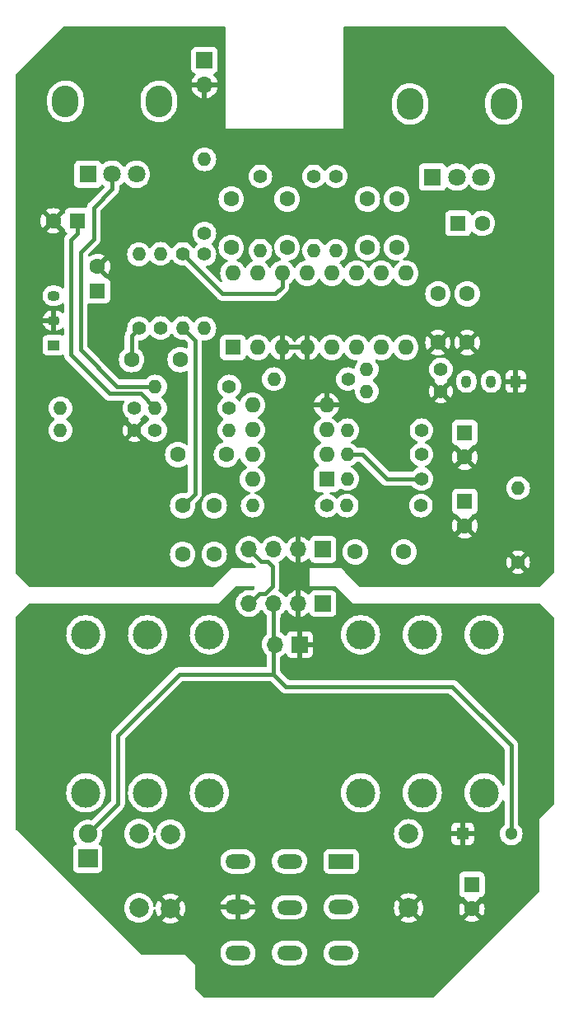
<source format=gbr>
%TF.GenerationSoftware,KiCad,Pcbnew,7.0.2-6a45011f42~172~ubuntu22.04.1*%
%TF.CreationDate,2023-05-25T17:24:48+01:00*%
%TF.ProjectId,little-angel-v2,6c697474-6c65-42d6-916e-67656c2d7632,rev?*%
%TF.SameCoordinates,Original*%
%TF.FileFunction,Copper,L2,Bot*%
%TF.FilePolarity,Positive*%
%FSLAX46Y46*%
G04 Gerber Fmt 4.6, Leading zero omitted, Abs format (unit mm)*
G04 Created by KiCad (PCBNEW 7.0.2-6a45011f42~172~ubuntu22.04.1) date 2023-05-25 17:24:48*
%MOMM*%
%LPD*%
G01*
G04 APERTURE LIST*
%TA.AperFunction,ComponentPad*%
%ADD10R,1.300000X1.050000*%
%TD*%
%TA.AperFunction,ComponentPad*%
%ADD11O,1.300000X1.050000*%
%TD*%
%TA.AperFunction,ComponentPad*%
%ADD12R,1.050000X1.300000*%
%TD*%
%TA.AperFunction,ComponentPad*%
%ADD13O,1.050000X1.300000*%
%TD*%
%TA.AperFunction,ComponentPad*%
%ADD14R,1.600000X1.600000*%
%TD*%
%TA.AperFunction,ComponentPad*%
%ADD15C,1.600000*%
%TD*%
%TA.AperFunction,ComponentPad*%
%ADD16O,1.600000X1.600000*%
%TD*%
%TA.AperFunction,ComponentPad*%
%ADD17C,1.800000*%
%TD*%
%TA.AperFunction,ComponentPad*%
%ADD18R,1.800000X1.800000*%
%TD*%
%TA.AperFunction,ComponentPad*%
%ADD19O,2.720000X3.240000*%
%TD*%
%TA.AperFunction,ComponentPad*%
%ADD20O,1.400000X1.400000*%
%TD*%
%TA.AperFunction,ComponentPad*%
%ADD21C,1.400000*%
%TD*%
%TA.AperFunction,ComponentPad*%
%ADD22C,3.000000*%
%TD*%
%TA.AperFunction,ComponentPad*%
%ADD23R,1.700000X1.700000*%
%TD*%
%TA.AperFunction,ComponentPad*%
%ADD24O,1.700000X1.700000*%
%TD*%
%TA.AperFunction,ComponentPad*%
%ADD25R,2.600000X1.500000*%
%TD*%
%TA.AperFunction,ComponentPad*%
%ADD26O,2.600000X1.500000*%
%TD*%
%TA.AperFunction,ComponentPad*%
%ADD27R,2.000000X1.900000*%
%TD*%
%TA.AperFunction,ComponentPad*%
%ADD28C,1.900000*%
%TD*%
%TA.AperFunction,ComponentPad*%
%ADD29C,1.998980*%
%TD*%
%TA.AperFunction,ComponentPad*%
%ADD30R,1.300000X1.300000*%
%TD*%
%TA.AperFunction,ComponentPad*%
%ADD31C,1.300000*%
%TD*%
%TA.AperFunction,Conductor*%
%ADD32C,0.400000*%
%TD*%
G04 APERTURE END LIST*
D10*
%TO.P,U2,1,VO*%
%TO.N,+5V*%
X119010000Y-84820000D03*
D11*
%TO.P,U2,2,GND*%
%TO.N,GND*%
X119010000Y-82280000D03*
%TO.P,U2,3,VI*%
%TO.N,+9V*%
X119010000Y-79740000D03*
%TD*%
D12*
%TO.P,Q1,1,E*%
%TO.N,GND*%
X166510000Y-88550000D03*
D13*
%TO.P,Q1,2,B*%
%TO.N,Net-(Q1-B)*%
X163970000Y-88550000D03*
%TO.P,Q1,3,C*%
%TO.N,Net-(Q1-C)*%
X161430000Y-88550000D03*
%TD*%
D14*
%TO.P,C19,1*%
%TO.N,+9V*%
X162000000Y-140200000D03*
D15*
%TO.P,C19,2*%
%TO.N,GND*%
X162000000Y-142700000D03*
%TD*%
D14*
%TO.P,C8,1*%
%TO.N,Net-(C8-Pad1)*%
X161260000Y-100867621D03*
D15*
%TO.P,C8,2*%
%TO.N,GND*%
X161260000Y-103367621D03*
%TD*%
D14*
%TO.P,C6,1*%
%TO.N,Net-(Q1-B)*%
X161260000Y-93800000D03*
D15*
%TO.P,C6,2*%
%TO.N,GND*%
X161260000Y-96300000D03*
%TD*%
D14*
%TO.P,C5,1*%
%TO.N,Net-(C5-Pad1)*%
X160577621Y-72300000D03*
D15*
%TO.P,C5,2*%
%TO.N,Net-(C4-Pad1)*%
X163077621Y-72300000D03*
%TD*%
D14*
%TO.P,C4,1*%
%TO.N,Net-(C4-Pad1)*%
X121442380Y-72050000D03*
D15*
%TO.P,C4,2*%
%TO.N,GND*%
X118942380Y-72050000D03*
%TD*%
%TO.P,C3,2*%
%TO.N,GND*%
X123510000Y-76732379D03*
D14*
%TO.P,C3,1*%
%TO.N,+5V*%
X123510000Y-79232379D03*
%TD*%
%TO.P,U3,1,VCC*%
%TO.N,+5V*%
X137430000Y-85050000D03*
D16*
%TO.P,U3,2,REF*%
%TO.N,Net-(U3-REF)*%
X139970000Y-85050000D03*
%TO.P,U3,3,AGND*%
%TO.N,GND*%
X142510000Y-85050000D03*
%TO.P,U3,4,DGND*%
X145050000Y-85050000D03*
%TO.P,U3,5,CLK_O*%
%TO.N,unconnected-(U3-CLK_O-Pad5)*%
X147590000Y-85050000D03*
%TO.P,U3,6,VCO*%
%TO.N,Net-(U3-VCO)*%
X150130000Y-85050000D03*
%TO.P,U3,7,CC1*%
%TO.N,Net-(U3-CC1)*%
X152670000Y-85050000D03*
%TO.P,U3,8,CC0*%
%TO.N,Net-(U3-CC0)*%
X155210000Y-85050000D03*
%TO.P,U3,9,OP1-OUT*%
%TO.N,Net-(U3-OP1-OUT)*%
X155210000Y-77430000D03*
%TO.P,U3,10,OP1-IN*%
%TO.N,Net-(U3-OP1-IN)*%
X152670000Y-77430000D03*
%TO.P,U3,11,OP2-IN*%
%TO.N,Net-(U3-OP2-IN)*%
X150130000Y-77430000D03*
%TO.P,U3,12,OP2-OUT*%
%TO.N,Net-(U3-OP2-OUT)*%
X147590000Y-77430000D03*
%TO.P,U3,13,LPF2-IN*%
%TO.N,Net-(U3-LPF2-IN)*%
X145050000Y-77430000D03*
%TO.P,U3,14,LPF2-OUT*%
%TO.N,Net-(U3-LPF2-OUT)*%
X142510000Y-77430000D03*
%TO.P,U3,15,LPF1-OUT*%
%TO.N,Net-(U3-LPF1-OUT)*%
X139970000Y-77430000D03*
%TO.P,U3,16,LPF1-IN*%
%TO.N,Net-(U3-LPF1-IN)*%
X137430000Y-77430000D03*
%TD*%
D14*
%TO.P,U1,1*%
%TO.N,Net-(C11-Pad2)*%
X147060000Y-98600000D03*
D16*
%TO.P,U1,2,-*%
%TO.N,Net-(U1A--)*%
X147060000Y-96060000D03*
%TO.P,U1,3,+*%
%TO.N,Net-(U1A-+)*%
X147060000Y-93520000D03*
%TO.P,U1,4,V-*%
%TO.N,GND*%
X147060000Y-90980000D03*
%TO.P,U1,5,+*%
%TO.N,Net-(U1B-+)*%
X139440000Y-90980000D03*
%TO.P,U1,6,-*%
%TO.N,Net-(U1B--)*%
X139440000Y-93520000D03*
%TO.P,U1,7*%
%TO.N,Net-(C2-Pad2)*%
X139440000Y-96060000D03*
%TO.P,U1,8,V+*%
%TO.N,+9V*%
X139440000Y-98600000D03*
%TD*%
D17*
%TO.P,RV2,3,3*%
%TO.N,unconnected-(RV2-Pad3)*%
X127510000Y-67275000D03*
%TO.P,RV2,2,2*%
%TO.N,Net-(R5-Pad2)*%
X125010000Y-67275000D03*
D18*
%TO.P,RV2,1,1*%
%TO.N,Net-(C4-Pad1)*%
X122510000Y-67275000D03*
D19*
%TO.P,RV2,*%
%TO.N,*%
X129810000Y-59775000D03*
X120210000Y-59775000D03*
%TD*%
%TO.P,RV1,*%
%TO.N,*%
X155660000Y-60050000D03*
X165260000Y-60050000D03*
D18*
%TO.P,RV1,1,1*%
%TO.N,unconnected-(RV1-Pad1)*%
X157960000Y-67550000D03*
D17*
%TO.P,RV1,2,2*%
%TO.N,Net-(C5-Pad1)*%
X160460000Y-67550000D03*
%TO.P,RV1,3,3*%
%TO.N,Net-(R14-Pad1)*%
X162960000Y-67550000D03*
%TD*%
D20*
%TO.P,R23,2*%
%TO.N,Net-(U3-OP2-OUT)*%
X148010000Y-75110000D03*
D21*
%TO.P,R23,1*%
%TO.N,Net-(R20-Pad1)*%
X148010000Y-67490000D03*
%TD*%
D20*
%TO.P,R22,2*%
%TO.N,Net-(U3-LPF2-OUT)*%
X140260000Y-75100000D03*
D21*
%TO.P,R22,1*%
%TO.N,Net-(R20-Pad1)*%
X140260000Y-67480000D03*
%TD*%
%TO.P,R21,1*%
%TO.N,Net-(U3-LPF2-OUT)*%
X132260000Y-75430000D03*
D20*
%TO.P,R21,2*%
%TO.N,Net-(C17-Pad1)*%
X132260000Y-83050000D03*
%TD*%
D21*
%TO.P,R20,1*%
%TO.N,Net-(R20-Pad1)*%
X145760000Y-67480000D03*
D20*
%TO.P,R20,2*%
%TO.N,Net-(U3-LPF2-IN)*%
X145760000Y-75100000D03*
%TD*%
D21*
%TO.P,R19,1*%
%TO.N,Net-(U3-LPF1-OUT)*%
X130010000Y-83050000D03*
D20*
%TO.P,R19,2*%
%TO.N,Net-(R16-Pad2)*%
X130010000Y-75430000D03*
%TD*%
D21*
%TO.P,R18,1*%
%TO.N,Net-(U3-LPF1-IN)*%
X134510000Y-73360000D03*
D20*
%TO.P,R18,2*%
%TO.N,Net-(R16-Pad2)*%
X134510000Y-65740000D03*
%TD*%
D21*
%TO.P,R17,1*%
%TO.N,Net-(C11-Pad2)*%
X147070000Y-101300000D03*
D20*
%TO.P,R17,2*%
%TO.N,Net-(C16-Pad1)*%
X139450000Y-101300000D03*
%TD*%
D21*
%TO.P,R16,1*%
%TO.N,Net-(C11-Pad1)*%
X127760000Y-83110000D03*
D20*
%TO.P,R16,2*%
%TO.N,Net-(R16-Pad2)*%
X127760000Y-75490000D03*
%TD*%
D21*
%TO.P,R15,1*%
%TO.N,Net-(U1A--)*%
X156820000Y-98550000D03*
D20*
%TO.P,R15,2*%
%TO.N,Net-(C11-Pad2)*%
X149200000Y-98550000D03*
%TD*%
D21*
%TO.P,R14,1*%
%TO.N,Net-(R14-Pad1)*%
X134510000Y-75490000D03*
D20*
%TO.P,R14,2*%
%TO.N,Net-(U3-REF)*%
X134510000Y-83110000D03*
%TD*%
D21*
%TO.P,R13,1*%
%TO.N,Net-(C8-Pad1)*%
X156820000Y-93550000D03*
D20*
%TO.P,R13,2*%
%TO.N,Net-(U1A-+)*%
X149200000Y-93550000D03*
%TD*%
D21*
%TO.P,R12,1*%
%TO.N,GND*%
X158820000Y-89550000D03*
D20*
%TO.P,R12,2*%
%TO.N,Net-(U3-VCO)*%
X151200000Y-89550000D03*
%TD*%
D21*
%TO.P,R11,1*%
%TO.N,Net-(C7-Pad2)*%
X156820000Y-96050000D03*
D20*
%TO.P,R11,2*%
%TO.N,Net-(U1A--)*%
X149200000Y-96050000D03*
%TD*%
%TO.P,R10,2*%
%TO.N,Net-(U3-VCO)*%
X151200000Y-87300000D03*
D21*
%TO.P,R10,1*%
%TO.N,Net-(Q1-C)*%
X158820000Y-87300000D03*
%TD*%
%TO.P,R9,1*%
%TO.N,GND*%
X166760000Y-107110000D03*
D20*
%TO.P,R9,2*%
%TO.N,Net-(C8-Pad1)*%
X166760000Y-99490000D03*
%TD*%
D21*
%TO.P,R8,1*%
%TO.N,Net-(C8-Pad1)*%
X156760000Y-101300000D03*
D20*
%TO.P,R8,2*%
%TO.N,+9V*%
X149140000Y-101300000D03*
%TD*%
D21*
%TO.P,R7,1*%
%TO.N,Net-(Q1-B)*%
X149260000Y-88300000D03*
D20*
%TO.P,R7,2*%
%TO.N,+5V*%
X141640000Y-88300000D03*
%TD*%
D21*
%TO.P,R5,1*%
%TO.N,Net-(C2-Pad2)*%
X137060000Y-89050000D03*
D20*
%TO.P,R5,2*%
%TO.N,Net-(R5-Pad2)*%
X129440000Y-89050000D03*
%TD*%
D21*
%TO.P,R4,1*%
%TO.N,Net-(U1B-+)*%
X129440000Y-93550000D03*
D20*
%TO.P,R4,2*%
%TO.N,Net-(C2-Pad2)*%
X137060000Y-93550000D03*
%TD*%
D21*
%TO.P,R3,1*%
%TO.N,Net-(U1B--)*%
X137060000Y-91300000D03*
D20*
%TO.P,R3,2*%
%TO.N,Net-(C4-Pad1)*%
X129440000Y-91300000D03*
%TD*%
%TO.P,R2,2*%
%TO.N,Net-(U1B-+)*%
X119700000Y-93550000D03*
D21*
%TO.P,R2,1*%
%TO.N,GND*%
X127320000Y-93550000D03*
%TD*%
%TO.P,R1,1*%
%TO.N,Net-(U1B-+)*%
X127320000Y-91300000D03*
D20*
%TO.P,R1,2*%
%TO.N,+9V*%
X119700000Y-91300000D03*
%TD*%
D15*
%TO.P,C17,1*%
%TO.N,Net-(C17-Pad1)*%
X132260000Y-101300000D03*
%TO.P,C17,2*%
%TO.N,O*%
X132260000Y-106300000D03*
%TD*%
%TO.P,C16,1*%
%TO.N,Net-(C16-Pad1)*%
X135510000Y-101300000D03*
%TO.P,C16,2*%
%TO.N,O*%
X135510000Y-106300000D03*
%TD*%
%TO.P,C15,1*%
%TO.N,Net-(U3-LPF1-IN)*%
X137260000Y-74800000D03*
%TO.P,C15,2*%
%TO.N,Net-(U3-LPF1-OUT)*%
X137260000Y-69800000D03*
%TD*%
%TO.P,C14,1*%
%TO.N,Net-(U3-OP1-IN)*%
X154260000Y-74800000D03*
%TO.P,C14,2*%
%TO.N,Net-(U3-OP1-OUT)*%
X154260000Y-69800000D03*
%TD*%
%TO.P,C13,1*%
%TO.N,Net-(U3-OP2-OUT)*%
X151260000Y-69800000D03*
%TO.P,C13,2*%
%TO.N,Net-(U3-OP2-IN)*%
X151260000Y-74800000D03*
%TD*%
%TO.P,C12,2*%
%TO.N,Net-(U3-LPF2-IN)*%
X143010000Y-69800000D03*
%TO.P,C12,1*%
%TO.N,Net-(U3-LPF2-OUT)*%
X143010000Y-74800000D03*
%TD*%
%TO.P,C11,1*%
%TO.N,Net-(C11-Pad1)*%
X127010000Y-86300000D03*
%TO.P,C11,2*%
%TO.N,Net-(C11-Pad2)*%
X132010000Y-86300000D03*
%TD*%
%TO.P,C10,1*%
%TO.N,GND*%
X161510000Y-84550000D03*
%TO.P,C10,2*%
%TO.N,Net-(U3-CC0)*%
X161510000Y-79550000D03*
%TD*%
%TO.P,C9,1*%
%TO.N,GND*%
X158510000Y-84550000D03*
%TO.P,C9,2*%
%TO.N,Net-(U3-CC1)*%
X158510000Y-79550000D03*
%TD*%
%TO.P,C7,1*%
%TO.N,I*%
X150010000Y-106050000D03*
%TO.P,C7,2*%
%TO.N,Net-(C7-Pad2)*%
X155010000Y-106050000D03*
%TD*%
%TO.P,C2,1*%
%TO.N,Net-(U1B--)*%
X131760000Y-96050000D03*
%TO.P,C2,2*%
%TO.N,Net-(C2-Pad2)*%
X136760000Y-96050000D03*
%TD*%
D22*
%TO.P,J4,TN*%
%TO.N,N/C*%
X135010000Y-114550000D03*
%TO.P,J4,T*%
X135010000Y-130780000D03*
%TO.P,J4,SN*%
X122310000Y-114550000D03*
%TO.P,J4,S*%
X122310000Y-130780000D03*
%TO.P,J4,RN*%
X128660000Y-114550000D03*
%TO.P,J4,R*%
X128660000Y-130780000D03*
%TD*%
D23*
%TO.P,J3,1,P1*%
%TO.N,GND*%
X144300000Y-115550000D03*
D24*
%TO.P,J3,2,P2*%
%TO.N,+9V*%
X141760000Y-115550000D03*
%TD*%
D23*
%TO.P,J2,1,P1*%
%TO.N,+9V*%
X134510000Y-55550000D03*
D24*
%TO.P,J2,2,P2*%
%TO.N,GND*%
X134510000Y-58090000D03*
%TD*%
D22*
%TO.P,J1,R*%
%TO.N,N/C*%
X156910000Y-114550000D03*
%TO.P,J1,RN*%
X156910000Y-130780000D03*
%TO.P,J1,S*%
X163260000Y-114550000D03*
%TO.P,J1,SN*%
X163260000Y-130780000D03*
%TO.P,J1,T*%
X150560000Y-114550000D03*
%TO.P,J1,TN*%
X150560000Y-130780000D03*
%TD*%
D25*
%TO.P,SW1,1,A*%
%TO.N,Net-(SW1A-A)*%
X148550000Y-137825000D03*
D26*
%TO.P,SW1,2,A*%
X143250000Y-137825000D03*
%TO.P,SW1,3,A*%
%TO.N,I*%
X137950000Y-137825000D03*
%TO.P,SW1,4,B*%
%TO.N,Net-(J1-T)*%
X148550000Y-142525000D03*
%TO.P,SW1,5,B*%
%TO.N,Net-(J4-T)*%
X143250000Y-142550000D03*
%TO.P,SW1,6,B*%
%TO.N,GND*%
X137950000Y-142525000D03*
%TO.P,SW1,7,C*%
%TO.N,I*%
X148550000Y-147225000D03*
%TO.P,SW1,8,C*%
%TO.N,O*%
X143250000Y-147225000D03*
%TO.P,SW1,9,C*%
%TO.N,Net-(SW1C-C)*%
X137950000Y-147225000D03*
%TD*%
D23*
%TO.P,JOVGI1,1,P1*%
%TO.N,I*%
X146700000Y-111350000D03*
D24*
%TO.P,JOVGI1,2,P2*%
%TO.N,GND*%
X144160000Y-111350000D03*
%TO.P,JOVGI1,3,P3*%
%TO.N,+9V*%
X141620000Y-111350000D03*
%TO.P,JOVGI1,4,P4*%
%TO.N,O*%
X139080000Y-111350000D03*
%TD*%
D23*
%TO.P,JOVGI2,1,P1*%
%TO.N,I*%
X146700000Y-105800000D03*
D24*
%TO.P,JOVGI2,2,P2*%
%TO.N,GND*%
X144160000Y-105800000D03*
%TO.P,JOVGI2,3,P3*%
%TO.N,+9V*%
X141620000Y-105800000D03*
%TO.P,JOVGI2,4,P4*%
%TO.N,O*%
X139080000Y-105800000D03*
%TD*%
D27*
%TO.P,D1,1,K*%
%TO.N,Net-(D1-K)*%
X122500000Y-137540000D03*
D28*
%TO.P,D1,2,A*%
%TO.N,+9V*%
X122500000Y-135000000D03*
%TD*%
D29*
%TO.P,R25,1*%
%TO.N,I*%
X155500000Y-135000000D03*
%TO.P,R25,2*%
%TO.N,GND*%
X155500000Y-142620000D03*
%TD*%
%TO.P,R26,2*%
%TO.N,Net-(SW1C-C)*%
X127760000Y-134980000D03*
%TO.P,R26,1*%
%TO.N,Net-(D1-K)*%
X127760000Y-142600000D03*
%TD*%
%TO.P,R27,2*%
%TO.N,GND*%
X131000000Y-142670000D03*
%TO.P,R27,1*%
%TO.N,O*%
X131000000Y-135050000D03*
%TD*%
D30*
%TO.P,C18,1*%
%TO.N,GND*%
X161050000Y-135000000D03*
D31*
%TO.P,C18,2*%
%TO.N,+9V*%
X166050000Y-135000000D03*
%TD*%
D32*
%TO.N,Net-(R5-Pad2)*%
X125010000Y-67275000D02*
X125010000Y-68800000D01*
X125010000Y-68800000D02*
X123110000Y-70700000D01*
X123110000Y-70700000D02*
X123110000Y-73950000D01*
X123110000Y-73950000D02*
X121760000Y-75300000D01*
X121760000Y-75300000D02*
X121760000Y-85300000D01*
X121760000Y-85300000D02*
X125510000Y-89050000D01*
X125510000Y-89050000D02*
X129440000Y-89050000D01*
%TO.N,O*%
X139080000Y-105800000D02*
X140330000Y-107050000D01*
X141010000Y-107050000D02*
X141510000Y-107550000D01*
X140330000Y-107050000D02*
X141010000Y-107050000D01*
X141510000Y-107550000D02*
X141510000Y-109550000D01*
X141510000Y-109550000D02*
X140760000Y-110300000D01*
X140760000Y-110300000D02*
X140130000Y-110300000D01*
X140130000Y-110300000D02*
X139080000Y-111350000D01*
%TO.N,Net-(C4-Pad1)*%
X129440000Y-91300000D02*
X127940000Y-89800000D01*
X127940000Y-89800000D02*
X124760000Y-89800000D01*
X124760000Y-89800000D02*
X120760000Y-85800000D01*
X120760000Y-85800000D02*
X120760000Y-74050000D01*
X120760000Y-74050000D02*
X121442380Y-73367620D01*
X121442380Y-73367620D02*
X121442380Y-72050000D01*
%TO.N,Net-(U3-LPF2-OUT)*%
X132260000Y-75430000D02*
X136380000Y-79550000D01*
X136380000Y-79550000D02*
X141760000Y-79550000D01*
X141760000Y-79550000D02*
X142510000Y-78800000D01*
X142510000Y-78800000D02*
X142510000Y-77430000D01*
%TO.N,Net-(C11-Pad1)*%
X127010000Y-86300000D02*
X127010000Y-83860000D01*
X127010000Y-83860000D02*
X127760000Y-83110000D01*
%TO.N,Net-(U1A--)*%
X150760000Y-96050000D02*
X153260000Y-98550000D01*
X149200000Y-96050000D02*
X150760000Y-96050000D01*
X153260000Y-98550000D02*
X156820000Y-98550000D01*
%TO.N,Net-(C17-Pad1)*%
X132260000Y-83050000D02*
X133510000Y-84300000D01*
X133510000Y-84300000D02*
X133510000Y-100050000D01*
X133510000Y-100050000D02*
X132260000Y-101300000D01*
%TO.N,+9V*%
X125600000Y-131900000D02*
X122500000Y-135000000D01*
X141600000Y-118600000D02*
X142900000Y-119900000D01*
X131900000Y-118600000D02*
X125600000Y-124900000D01*
X141620000Y-111350000D02*
X141620000Y-112552081D01*
X141600000Y-112572081D02*
X141600000Y-118600000D01*
X160000000Y-119900000D02*
X166050000Y-125950000D01*
X125600000Y-124900000D02*
X125600000Y-131900000D01*
X142900000Y-119900000D02*
X160000000Y-119900000D01*
X141620000Y-112552081D02*
X141600000Y-112572081D01*
X166050000Y-125950000D02*
X166050000Y-135000000D01*
X141600000Y-118600000D02*
X131900000Y-118600000D01*
%TD*%
%TA.AperFunction,Conductor*%
%TO.N,GND*%
G36*
X144722359Y-84811955D02*
G01*
X144664835Y-84924852D01*
X144645014Y-85050000D01*
X144664835Y-85175148D01*
X144722359Y-85288045D01*
X144738314Y-85304000D01*
X142821686Y-85304000D01*
X142837641Y-85288045D01*
X142895165Y-85175148D01*
X142914986Y-85050000D01*
X142895165Y-84924852D01*
X142837641Y-84811955D01*
X142821686Y-84796000D01*
X144738314Y-84796000D01*
X144722359Y-84811955D01*
G37*
%TD.AperFunction*%
%TA.AperFunction,Conductor*%
G36*
X136616621Y-52095502D02*
G01*
X136663114Y-52149158D01*
X136674500Y-52201500D01*
X136674500Y-62454469D01*
X136672587Y-62476343D01*
X136670876Y-62486048D01*
X136672586Y-62495746D01*
X136674128Y-62513373D01*
X136678707Y-62530467D01*
X136680418Y-62540171D01*
X136683935Y-62546262D01*
X136688452Y-62551645D01*
X136696982Y-62556570D01*
X136714972Y-62569167D01*
X136722518Y-62575499D01*
X136722519Y-62575499D01*
X136722520Y-62575500D01*
X136722521Y-62575500D01*
X136729123Y-62577903D01*
X136736047Y-62579124D01*
X136736047Y-62579123D01*
X136736048Y-62579124D01*
X136745746Y-62577413D01*
X136767625Y-62575500D01*
X148704470Y-62575500D01*
X148726350Y-62577414D01*
X148736047Y-62579124D01*
X148736047Y-62579123D01*
X148736048Y-62579124D01*
X148745746Y-62577413D01*
X148763381Y-62575871D01*
X148780473Y-62571290D01*
X148790172Y-62569581D01*
X148790173Y-62569579D01*
X148796260Y-62566064D01*
X148801641Y-62561549D01*
X148801645Y-62561548D01*
X148806569Y-62553018D01*
X148819165Y-62535028D01*
X148825500Y-62527480D01*
X148825500Y-62527479D01*
X148827902Y-62520879D01*
X148829122Y-62513955D01*
X148829124Y-62513952D01*
X148827414Y-62504253D01*
X148825500Y-62482374D01*
X148825500Y-60378288D01*
X153791500Y-60378288D01*
X153791666Y-60380558D01*
X153791667Y-60380581D01*
X153806466Y-60582781D01*
X153865938Y-60849756D01*
X153963644Y-61105219D01*
X154097507Y-61343738D01*
X154264670Y-61560219D01*
X154461571Y-61750057D01*
X154461574Y-61750059D01*
X154684019Y-61909205D01*
X154927266Y-62034267D01*
X155186130Y-62122579D01*
X155455093Y-62172259D01*
X155728424Y-62182248D01*
X155728424Y-62182247D01*
X155728425Y-62182248D01*
X155796391Y-62174769D01*
X156000296Y-62152334D01*
X156264916Y-62083153D01*
X156516643Y-61976181D01*
X156750112Y-61833697D01*
X156960347Y-61658738D01*
X157142867Y-61455033D01*
X157293783Y-61226923D01*
X157409877Y-60979271D01*
X157488676Y-60717355D01*
X157508482Y-60582781D01*
X157528500Y-60446758D01*
X157528500Y-60378288D01*
X163391500Y-60378288D01*
X163391666Y-60380558D01*
X163391667Y-60380581D01*
X163406466Y-60582781D01*
X163465938Y-60849756D01*
X163563644Y-61105219D01*
X163697507Y-61343738D01*
X163864670Y-61560219D01*
X164061571Y-61750057D01*
X164061574Y-61750059D01*
X164284019Y-61909205D01*
X164527266Y-62034267D01*
X164786130Y-62122579D01*
X165055093Y-62172259D01*
X165328424Y-62182248D01*
X165328424Y-62182247D01*
X165328425Y-62182248D01*
X165396391Y-62174769D01*
X165600296Y-62152334D01*
X165864916Y-62083153D01*
X166116643Y-61976181D01*
X166350112Y-61833697D01*
X166560347Y-61658738D01*
X166742867Y-61455033D01*
X166893783Y-61226923D01*
X167009877Y-60979271D01*
X167088676Y-60717355D01*
X167108482Y-60582781D01*
X167128500Y-60446758D01*
X167128500Y-59724012D01*
X167128500Y-59724011D01*
X167128500Y-59721712D01*
X167113533Y-59517217D01*
X167054063Y-59250247D01*
X166956355Y-58994781D01*
X166956355Y-58994780D01*
X166822492Y-58756261D01*
X166655329Y-58539780D01*
X166458428Y-58349942D01*
X166341524Y-58266305D01*
X166235981Y-58190795D01*
X165992734Y-58065733D01*
X165992733Y-58065732D01*
X165992730Y-58065731D01*
X165733871Y-57977421D01*
X165464908Y-57927741D01*
X165191574Y-57917751D01*
X164919706Y-57947665D01*
X164655084Y-58016847D01*
X164403358Y-58123818D01*
X164169884Y-58266305D01*
X163959652Y-58441262D01*
X163777136Y-58644962D01*
X163626213Y-58873083D01*
X163510125Y-59120722D01*
X163431322Y-59382649D01*
X163391500Y-59653241D01*
X163391500Y-59653243D01*
X163391500Y-60378288D01*
X157528500Y-60378288D01*
X157528500Y-59724012D01*
X157528500Y-59724011D01*
X157528500Y-59721712D01*
X157513533Y-59517217D01*
X157454063Y-59250247D01*
X157356355Y-58994781D01*
X157356355Y-58994780D01*
X157222492Y-58756261D01*
X157055329Y-58539780D01*
X156858428Y-58349942D01*
X156741524Y-58266305D01*
X156635981Y-58190795D01*
X156392734Y-58065733D01*
X156392733Y-58065732D01*
X156392730Y-58065731D01*
X156133871Y-57977421D01*
X155864908Y-57927741D01*
X155591574Y-57917751D01*
X155319706Y-57947665D01*
X155055084Y-58016847D01*
X154803358Y-58123818D01*
X154569884Y-58266305D01*
X154359652Y-58441262D01*
X154177136Y-58644962D01*
X154026213Y-58873083D01*
X153910125Y-59120722D01*
X153831322Y-59382649D01*
X153791500Y-59653241D01*
X153791500Y-59653243D01*
X153791500Y-60378288D01*
X148825500Y-60378288D01*
X148825500Y-52201500D01*
X148845502Y-52133379D01*
X148899158Y-52086886D01*
X148951500Y-52075500D01*
X165416537Y-52075500D01*
X165484658Y-52095502D01*
X165505632Y-52112405D01*
X170387595Y-56994368D01*
X170421621Y-57056680D01*
X170424500Y-57083463D01*
X170424500Y-108166535D01*
X170404498Y-108234656D01*
X170387595Y-108255630D01*
X169005631Y-109637595D01*
X168943319Y-109671620D01*
X168916536Y-109674500D01*
X150583463Y-109674500D01*
X150515342Y-109654498D01*
X150494368Y-109637595D01*
X148982071Y-108125297D01*
X166103912Y-108125297D01*
X166153691Y-108160153D01*
X166345261Y-108249484D01*
X166549431Y-108304191D01*
X166760000Y-108322613D01*
X166970568Y-108304191D01*
X167174740Y-108249483D01*
X167366304Y-108160156D01*
X167416087Y-108125297D01*
X167416087Y-108125296D01*
X166760001Y-107469210D01*
X166760000Y-107469210D01*
X166103912Y-108125296D01*
X166103912Y-108125297D01*
X148982071Y-108125297D01*
X148585384Y-107728610D01*
X148573490Y-107713108D01*
X148555271Y-107697820D01*
X148547170Y-107690395D01*
X148538342Y-107681567D01*
X148528208Y-107675110D01*
X148527481Y-107674500D01*
X148517539Y-107670881D01*
X148507003Y-107669959D01*
X148506341Y-107670137D01*
X148506082Y-107670206D01*
X148473471Y-107674500D01*
X145445530Y-107674500D01*
X145423650Y-107672586D01*
X145413952Y-107670875D01*
X145404254Y-107672586D01*
X145386626Y-107674128D01*
X145369535Y-107678707D01*
X145359827Y-107680419D01*
X145353737Y-107683934D01*
X145348354Y-107688452D01*
X145343426Y-107696987D01*
X145330835Y-107714969D01*
X145324499Y-107722519D01*
X145322097Y-107729119D01*
X145320876Y-107736048D01*
X145322586Y-107745746D01*
X145324500Y-107767624D01*
X145324500Y-109454469D01*
X145322587Y-109476343D01*
X145320876Y-109486048D01*
X145322586Y-109495746D01*
X145324128Y-109513373D01*
X145328707Y-109530467D01*
X145330418Y-109540171D01*
X145333935Y-109546262D01*
X145338452Y-109551645D01*
X145346982Y-109556570D01*
X145364972Y-109569167D01*
X145372518Y-109575499D01*
X145372519Y-109575499D01*
X145372520Y-109575500D01*
X145372521Y-109575500D01*
X145379123Y-109577903D01*
X145386047Y-109579124D01*
X145386047Y-109579123D01*
X145386048Y-109579124D01*
X145395746Y-109577413D01*
X145417625Y-109575500D01*
X147916537Y-109575500D01*
X147984658Y-109595502D01*
X148005632Y-109612405D01*
X149664617Y-111271390D01*
X149676515Y-111286896D01*
X149694734Y-111302184D01*
X149702835Y-111309609D01*
X149711660Y-111318434D01*
X149721789Y-111324887D01*
X149722520Y-111325500D01*
X149722522Y-111325500D01*
X149732462Y-111329118D01*
X149742996Y-111330040D01*
X149742997Y-111330039D01*
X149742998Y-111330040D01*
X149743917Y-111329793D01*
X149776529Y-111325500D01*
X164722520Y-111325500D01*
X168916537Y-111325500D01*
X168984658Y-111345502D01*
X169005632Y-111362405D01*
X170387595Y-112744368D01*
X170421621Y-112806680D01*
X170424500Y-112833463D01*
X170424500Y-131916535D01*
X170404498Y-131984656D01*
X170387595Y-132005630D01*
X168978604Y-133414620D01*
X168963099Y-133426518D01*
X168947820Y-133444726D01*
X168940411Y-133452813D01*
X168931572Y-133461653D01*
X168925122Y-133471777D01*
X168924500Y-133472518D01*
X168920882Y-133482458D01*
X168919960Y-133492997D01*
X168920206Y-133493915D01*
X168924500Y-133526530D01*
X168924500Y-140916536D01*
X168904498Y-140984657D01*
X168887595Y-141005631D01*
X158105631Y-151787595D01*
X158043319Y-151821621D01*
X158016536Y-151824500D01*
X134483464Y-151824500D01*
X134415343Y-151804498D01*
X134394368Y-151787595D01*
X133612404Y-151005630D01*
X133578379Y-150943318D01*
X133575500Y-150916535D01*
X133575500Y-148545248D01*
X133578051Y-148525873D01*
X133575979Y-148502183D01*
X133575500Y-148491204D01*
X133575500Y-148478713D01*
X133572900Y-148466986D01*
X133572818Y-148466045D01*
X133572817Y-148466044D01*
X133568349Y-148456461D01*
X133561546Y-148448353D01*
X133560724Y-148447879D01*
X133534628Y-148427855D01*
X132585382Y-147478608D01*
X132573489Y-147463107D01*
X132555271Y-147447820D01*
X132547170Y-147440395D01*
X132538342Y-147431567D01*
X132528208Y-147425110D01*
X132527481Y-147424500D01*
X132517539Y-147420881D01*
X132507003Y-147419959D01*
X132506341Y-147420137D01*
X132506082Y-147420206D01*
X132473471Y-147424500D01*
X128083463Y-147424500D01*
X128015342Y-147404498D01*
X127994372Y-147387599D01*
X127888461Y-147281688D01*
X136137684Y-147281688D01*
X136151332Y-147382437D01*
X136168094Y-147506175D01*
X136168095Y-147506177D01*
X136238095Y-147721618D01*
X136345445Y-147921107D01*
X136486685Y-148098218D01*
X136576365Y-148176568D01*
X136657282Y-148247263D01*
X136851750Y-148363453D01*
X137063839Y-148443051D01*
X137195733Y-148466986D01*
X137286732Y-148483500D01*
X137286733Y-148483500D01*
X138553700Y-148483500D01*
X138556522Y-148483500D01*
X138725622Y-148468281D01*
X138943993Y-148408014D01*
X139148093Y-148309725D01*
X139331363Y-148176571D01*
X139487912Y-148012834D01*
X139612709Y-147823774D01*
X139701743Y-147615470D01*
X139752151Y-147394615D01*
X139757223Y-147281688D01*
X141437684Y-147281688D01*
X141451332Y-147382437D01*
X141468094Y-147506175D01*
X141468095Y-147506177D01*
X141538095Y-147721618D01*
X141645445Y-147921107D01*
X141786685Y-148098218D01*
X141876365Y-148176568D01*
X141957282Y-148247263D01*
X142151750Y-148363453D01*
X142363839Y-148443051D01*
X142495733Y-148466986D01*
X142586732Y-148483500D01*
X142586733Y-148483500D01*
X143853700Y-148483500D01*
X143856522Y-148483500D01*
X144025622Y-148468281D01*
X144243993Y-148408014D01*
X144448093Y-148309725D01*
X144631363Y-148176571D01*
X144787912Y-148012834D01*
X144912709Y-147823774D01*
X145001743Y-147615470D01*
X145052151Y-147394615D01*
X145057223Y-147281688D01*
X146737684Y-147281688D01*
X146751332Y-147382437D01*
X146768094Y-147506175D01*
X146768095Y-147506177D01*
X146838095Y-147721618D01*
X146945445Y-147921107D01*
X147086685Y-148098218D01*
X147176365Y-148176568D01*
X147257282Y-148247263D01*
X147451750Y-148363453D01*
X147663839Y-148443051D01*
X147795733Y-148466986D01*
X147886732Y-148483500D01*
X147886733Y-148483500D01*
X149153700Y-148483500D01*
X149156522Y-148483500D01*
X149325622Y-148468281D01*
X149543993Y-148408014D01*
X149748093Y-148309725D01*
X149931363Y-148176571D01*
X150087912Y-148012834D01*
X150212709Y-147823774D01*
X150301743Y-147615470D01*
X150352151Y-147394615D01*
X150362315Y-147168309D01*
X150331906Y-146943825D01*
X150261903Y-146728379D01*
X150154556Y-146528894D01*
X150081432Y-146437199D01*
X150013314Y-146351781D01*
X149842718Y-146202737D01*
X149738170Y-146140272D01*
X149648250Y-146086547D01*
X149436161Y-146006949D01*
X149436160Y-146006948D01*
X149436158Y-146006948D01*
X149213268Y-145966500D01*
X149213267Y-145966500D01*
X147943478Y-145966500D01*
X147940684Y-145966751D01*
X147940671Y-145966752D01*
X147774375Y-145981719D01*
X147556006Y-146041986D01*
X147351910Y-146140272D01*
X147265936Y-146202737D01*
X147168637Y-146273429D01*
X147168635Y-146273430D01*
X147168635Y-146273431D01*
X147012087Y-146437166D01*
X146887291Y-146626225D01*
X146798256Y-146834530D01*
X146747849Y-147055384D01*
X146737684Y-147281688D01*
X145057223Y-147281688D01*
X145062315Y-147168309D01*
X145031906Y-146943825D01*
X144961903Y-146728379D01*
X144854556Y-146528894D01*
X144781432Y-146437199D01*
X144713314Y-146351781D01*
X144542718Y-146202737D01*
X144438170Y-146140272D01*
X144348250Y-146086547D01*
X144136161Y-146006949D01*
X144136160Y-146006948D01*
X144136158Y-146006948D01*
X143913268Y-145966500D01*
X143913267Y-145966500D01*
X142643478Y-145966500D01*
X142640684Y-145966751D01*
X142640671Y-145966752D01*
X142474375Y-145981719D01*
X142256006Y-146041986D01*
X142051910Y-146140272D01*
X141965936Y-146202737D01*
X141868637Y-146273429D01*
X141868635Y-146273430D01*
X141868635Y-146273431D01*
X141712087Y-146437166D01*
X141587291Y-146626225D01*
X141498256Y-146834530D01*
X141447849Y-147055384D01*
X141437684Y-147281688D01*
X139757223Y-147281688D01*
X139762315Y-147168309D01*
X139731906Y-146943825D01*
X139661903Y-146728379D01*
X139554556Y-146528894D01*
X139481432Y-146437199D01*
X139413314Y-146351781D01*
X139242718Y-146202737D01*
X139138170Y-146140272D01*
X139048250Y-146086547D01*
X138836161Y-146006949D01*
X138836160Y-146006948D01*
X138836158Y-146006948D01*
X138613268Y-145966500D01*
X138613267Y-145966500D01*
X137343478Y-145966500D01*
X137340684Y-145966751D01*
X137340671Y-145966752D01*
X137174375Y-145981719D01*
X136956006Y-146041986D01*
X136751910Y-146140272D01*
X136665936Y-146202737D01*
X136568637Y-146273429D01*
X136568635Y-146273430D01*
X136568635Y-146273431D01*
X136412087Y-146437166D01*
X136287291Y-146626225D01*
X136198256Y-146834530D01*
X136147849Y-147055384D01*
X136137684Y-147281688D01*
X127888461Y-147281688D01*
X127043974Y-146437200D01*
X127043973Y-146437199D01*
X127029515Y-146422741D01*
X127029514Y-146422741D01*
X127029512Y-146422739D01*
X123206772Y-142599999D01*
X126247347Y-142599999D01*
X126265969Y-142836630D01*
X126321382Y-143067438D01*
X126412217Y-143286733D01*
X126536237Y-143489114D01*
X126690392Y-143669607D01*
X126870885Y-143823762D01*
X127073266Y-143947782D01*
X127073268Y-143947782D01*
X127073270Y-143947784D01*
X127148519Y-143978953D01*
X127292561Y-144038617D01*
X127292564Y-144038617D01*
X127292565Y-144038618D01*
X127523369Y-144094030D01*
X127760000Y-144112653D01*
X127996631Y-144094030D01*
X128227435Y-144038618D01*
X128227436Y-144038617D01*
X128227438Y-144038617D01*
X128289295Y-144012995D01*
X128446730Y-143947784D01*
X128649115Y-143823762D01*
X128829607Y-143669607D01*
X128983762Y-143489115D01*
X129107784Y-143286730D01*
X129198618Y-143067435D01*
X129254030Y-142836631D01*
X129254030Y-142836629D01*
X129254285Y-142835568D01*
X129289637Y-142773999D01*
X129352664Y-142741316D01*
X129423355Y-142747897D01*
X129479266Y-142791651D01*
X129502416Y-142855096D01*
X129506465Y-142906553D01*
X129561858Y-143137279D01*
X129652666Y-143356505D01*
X129767267Y-143543520D01*
X129767268Y-143543520D01*
X130515332Y-142795456D01*
X130540157Y-142880003D01*
X130617949Y-143001049D01*
X130726692Y-143095276D01*
X130857577Y-143155049D01*
X130872076Y-143157133D01*
X130126478Y-143902730D01*
X130126478Y-143902731D01*
X130313496Y-144017335D01*
X130532718Y-144108140D01*
X130763446Y-144163533D01*
X131000000Y-144182150D01*
X131236553Y-144163533D01*
X131467281Y-144108140D01*
X131686500Y-144017336D01*
X131873520Y-143902731D01*
X131873520Y-143902729D01*
X131127924Y-143157133D01*
X131142423Y-143155049D01*
X131273308Y-143095276D01*
X131382051Y-143001049D01*
X131459843Y-142880003D01*
X131484667Y-142795458D01*
X132232729Y-143543520D01*
X132232731Y-143543520D01*
X132347336Y-143356500D01*
X132438140Y-143137281D01*
X132493533Y-142906553D01*
X132503572Y-142779000D01*
X136164918Y-142779000D01*
X136168584Y-142806065D01*
X136238557Y-143021421D01*
X136345863Y-143220829D01*
X136487051Y-143397873D01*
X136657575Y-143546855D01*
X136851968Y-143662999D01*
X137063975Y-143742567D01*
X137286777Y-143783000D01*
X137696000Y-143783000D01*
X137696000Y-143025000D01*
X138204000Y-143025000D01*
X138204000Y-143783000D01*
X138553678Y-143783000D01*
X138559306Y-143782747D01*
X138725535Y-143767786D01*
X138943815Y-143707543D01*
X139147834Y-143609294D01*
X139331032Y-143476193D01*
X139487520Y-143312520D01*
X139612265Y-143123539D01*
X139701264Y-142915314D01*
X139732377Y-142779000D01*
X138931116Y-142779000D01*
X138959493Y-142734844D01*
X138997123Y-142606688D01*
X141437684Y-142606688D01*
X141450325Y-142699999D01*
X141468094Y-142831175D01*
X141476095Y-142855798D01*
X141538095Y-143046618D01*
X141645445Y-143246107D01*
X141786685Y-143423218D01*
X141862110Y-143489114D01*
X141957282Y-143572263D01*
X142151750Y-143688453D01*
X142363839Y-143768051D01*
X142502863Y-143793280D01*
X142586732Y-143808500D01*
X142586733Y-143808500D01*
X143853700Y-143808500D01*
X143856522Y-143808500D01*
X144025622Y-143793281D01*
X144243993Y-143733014D01*
X144448093Y-143634725D01*
X144631363Y-143501571D01*
X144787912Y-143337834D01*
X144912709Y-143148774D01*
X145001743Y-142940470D01*
X145052151Y-142719615D01*
X145058346Y-142581688D01*
X146737684Y-142581688D01*
X146749647Y-142669999D01*
X146768094Y-142806175D01*
X146784218Y-142855798D01*
X146838095Y-143021618D01*
X146850826Y-143045276D01*
X146918147Y-143170380D01*
X146945445Y-143221107D01*
X147086685Y-143398218D01*
X147176365Y-143476568D01*
X147257282Y-143547263D01*
X147451750Y-143663453D01*
X147663839Y-143743051D01*
X147802863Y-143768280D01*
X147886732Y-143783500D01*
X147886733Y-143783500D01*
X149153700Y-143783500D01*
X149156522Y-143783500D01*
X149325622Y-143768281D01*
X149543993Y-143708014D01*
X149748093Y-143609725D01*
X149931363Y-143476571D01*
X150087912Y-143312834D01*
X150212709Y-143123774D01*
X150301743Y-142915470D01*
X150352151Y-142694615D01*
X150355502Y-142619999D01*
X153987849Y-142619999D01*
X154006466Y-142856553D01*
X154061858Y-143087279D01*
X154152666Y-143306505D01*
X154267267Y-143493520D01*
X154267268Y-143493520D01*
X155015332Y-142745456D01*
X155040157Y-142830003D01*
X155117949Y-142951049D01*
X155226692Y-143045276D01*
X155357577Y-143105049D01*
X155372076Y-143107133D01*
X154626478Y-143852730D01*
X154626478Y-143852731D01*
X154813496Y-143967335D01*
X155032718Y-144058140D01*
X155263446Y-144113533D01*
X155500000Y-144132150D01*
X155736553Y-144113533D01*
X155967281Y-144058140D01*
X156186500Y-143967336D01*
X156373520Y-143852731D01*
X156373520Y-143852729D01*
X155627924Y-143107133D01*
X155642423Y-143105049D01*
X155773308Y-143045276D01*
X155882051Y-142951049D01*
X155959843Y-142830003D01*
X155984667Y-142745458D01*
X156732729Y-143493520D01*
X156732731Y-143493520D01*
X156847336Y-143306500D01*
X156938140Y-143087281D01*
X156993533Y-142856553D01*
X157005854Y-142699999D01*
X160687004Y-142699999D01*
X160706951Y-142927999D01*
X160766186Y-143149070D01*
X160862912Y-143356497D01*
X160912899Y-143427887D01*
X161601272Y-142739515D01*
X161614835Y-142825148D01*
X161672359Y-142938045D01*
X161761955Y-143027641D01*
X161874852Y-143085165D01*
X161960482Y-143098727D01*
X161272110Y-143787098D01*
X161272110Y-143787100D01*
X161343497Y-143837085D01*
X161550929Y-143933813D01*
X161772000Y-143993048D01*
X161999999Y-144012995D01*
X162227999Y-143993048D01*
X162449070Y-143933813D01*
X162656498Y-143837087D01*
X162727888Y-143787099D01*
X162727888Y-143787097D01*
X162039518Y-143098727D01*
X162125148Y-143085165D01*
X162238045Y-143027641D01*
X162327641Y-142938045D01*
X162385165Y-142825148D01*
X162398727Y-142739516D01*
X163087098Y-143427888D01*
X163087099Y-143427888D01*
X163137087Y-143356498D01*
X163233813Y-143149070D01*
X163293048Y-142927999D01*
X163312995Y-142699999D01*
X163293048Y-142472000D01*
X163233813Y-142250929D01*
X163137085Y-142043497D01*
X163087100Y-141972110D01*
X163087097Y-141972110D01*
X162398726Y-142660480D01*
X162385165Y-142574852D01*
X162327641Y-142461955D01*
X162238045Y-142372359D01*
X162125148Y-142314835D01*
X162039514Y-142301272D01*
X162739504Y-141601283D01*
X162744692Y-141575470D01*
X162794091Y-141524478D01*
X162848737Y-141508491D01*
X162848643Y-141508499D01*
X162909201Y-141501989D01*
X163046204Y-141450889D01*
X163163261Y-141363261D01*
X163250889Y-141246204D01*
X163301989Y-141109201D01*
X163308500Y-141048638D01*
X163308500Y-139351362D01*
X163301989Y-139290799D01*
X163250889Y-139153796D01*
X163250888Y-139153794D01*
X163163261Y-139036738D01*
X163046205Y-138949111D01*
X162940607Y-138909725D01*
X162909201Y-138898011D01*
X162848638Y-138891500D01*
X161151362Y-138891500D01*
X161148013Y-138891859D01*
X161148013Y-138891860D01*
X161090799Y-138898011D01*
X160953794Y-138949111D01*
X160836738Y-139036738D01*
X160749111Y-139153794D01*
X160698011Y-139290799D01*
X160691500Y-139351362D01*
X160691500Y-141048638D01*
X160691860Y-141051986D01*
X160698011Y-141109200D01*
X160749111Y-141246205D01*
X160836738Y-141363261D01*
X160953794Y-141450888D01*
X160953795Y-141450888D01*
X160953796Y-141450889D01*
X161090799Y-141501989D01*
X161151358Y-141508499D01*
X161151096Y-141508478D01*
X161217468Y-141531891D01*
X161261024Y-141587957D01*
X161263369Y-141604159D01*
X161960483Y-142301272D01*
X161874852Y-142314835D01*
X161761955Y-142372359D01*
X161672359Y-142461955D01*
X161614835Y-142574852D01*
X161601272Y-142660482D01*
X160912899Y-141972109D01*
X160862913Y-142043499D01*
X160766186Y-142250929D01*
X160706951Y-142472000D01*
X160687004Y-142699999D01*
X157005854Y-142699999D01*
X157012150Y-142620000D01*
X156993533Y-142383446D01*
X156938140Y-142152718D01*
X156847335Y-141933496D01*
X156732731Y-141746478D01*
X156732730Y-141746478D01*
X155984667Y-142494541D01*
X155959843Y-142409997D01*
X155882051Y-142288951D01*
X155773308Y-142194724D01*
X155642423Y-142134951D01*
X155627923Y-142132866D01*
X156373520Y-141387268D01*
X156373520Y-141387267D01*
X156186505Y-141272666D01*
X155967279Y-141181858D01*
X155736553Y-141126466D01*
X155500000Y-141107849D01*
X155263446Y-141126466D01*
X155032720Y-141181858D01*
X154813494Y-141272666D01*
X154626478Y-141387267D01*
X154626478Y-141387269D01*
X155372075Y-142132866D01*
X155357577Y-142134951D01*
X155226692Y-142194724D01*
X155117949Y-142288951D01*
X155040157Y-142409997D01*
X155015332Y-142494541D01*
X154267269Y-141746478D01*
X154267267Y-141746478D01*
X154152666Y-141933494D01*
X154061858Y-142152720D01*
X154006466Y-142383446D01*
X153987849Y-142619999D01*
X150355502Y-142619999D01*
X150362315Y-142468309D01*
X150331906Y-142243825D01*
X150261903Y-142028379D01*
X150154556Y-141828894D01*
X150101342Y-141762166D01*
X150013314Y-141651781D01*
X149842718Y-141502737D01*
X149841464Y-141501988D01*
X149648250Y-141386547D01*
X149436161Y-141306949D01*
X149436160Y-141306948D01*
X149436158Y-141306948D01*
X149213268Y-141266500D01*
X149213267Y-141266500D01*
X147943478Y-141266500D01*
X147940684Y-141266751D01*
X147940671Y-141266752D01*
X147774375Y-141281719D01*
X147556006Y-141341986D01*
X147351910Y-141440272D01*
X147258016Y-141508491D01*
X147168637Y-141573429D01*
X147168635Y-141573430D01*
X147168635Y-141573431D01*
X147012087Y-141737166D01*
X146887291Y-141926225D01*
X146798256Y-142134530D01*
X146747849Y-142355384D01*
X146737684Y-142581688D01*
X145058346Y-142581688D01*
X145062315Y-142493309D01*
X145031906Y-142268825D01*
X144961903Y-142053379D01*
X144854556Y-141853894D01*
X144806979Y-141794234D01*
X144713314Y-141676781D01*
X144542718Y-141527737D01*
X144509915Y-141508138D01*
X144348250Y-141411547D01*
X144136161Y-141331949D01*
X144136160Y-141331948D01*
X144136158Y-141331948D01*
X143913268Y-141291500D01*
X143913267Y-141291500D01*
X142643478Y-141291500D01*
X142640684Y-141291751D01*
X142640671Y-141291752D01*
X142474375Y-141306719D01*
X142256006Y-141366986D01*
X142051910Y-141465272D01*
X141962280Y-141530393D01*
X141868637Y-141598429D01*
X141868635Y-141598430D01*
X141868635Y-141598431D01*
X141712087Y-141762166D01*
X141587291Y-141951225D01*
X141498256Y-142159530D01*
X141447849Y-142380384D01*
X141437684Y-142606688D01*
X138997123Y-142606688D01*
X139000000Y-142596889D01*
X139000000Y-142453111D01*
X138959493Y-142315156D01*
X138931116Y-142271000D01*
X139735082Y-142271000D01*
X139731415Y-142243934D01*
X139661442Y-142028578D01*
X139554136Y-141829170D01*
X139412948Y-141652126D01*
X139242424Y-141503144D01*
X139048031Y-141387000D01*
X138836024Y-141307432D01*
X138613223Y-141267000D01*
X138204000Y-141267000D01*
X138204000Y-142025000D01*
X137696000Y-142025000D01*
X137696000Y-141267000D01*
X137346322Y-141267000D01*
X137340693Y-141267252D01*
X137174464Y-141282213D01*
X136956184Y-141342456D01*
X136752165Y-141440705D01*
X136568967Y-141573806D01*
X136412479Y-141737479D01*
X136287734Y-141926460D01*
X136198735Y-142134685D01*
X136167622Y-142270999D01*
X136167623Y-142271000D01*
X136968884Y-142271000D01*
X136940507Y-142315156D01*
X136900000Y-142453111D01*
X136900000Y-142596889D01*
X136940507Y-142734844D01*
X136968884Y-142779000D01*
X136164918Y-142779000D01*
X132503572Y-142779000D01*
X132512150Y-142669999D01*
X132493533Y-142433446D01*
X132438140Y-142202718D01*
X132347335Y-141983496D01*
X132232731Y-141796478D01*
X132232730Y-141796478D01*
X131484667Y-142544541D01*
X131459843Y-142459997D01*
X131382051Y-142338951D01*
X131273308Y-142244724D01*
X131142423Y-142184951D01*
X131127923Y-142182866D01*
X131873520Y-141437268D01*
X131873520Y-141437267D01*
X131686505Y-141322666D01*
X131467279Y-141231858D01*
X131236553Y-141176466D01*
X130999999Y-141157849D01*
X130763446Y-141176466D01*
X130532720Y-141231858D01*
X130313494Y-141322666D01*
X130126478Y-141437267D01*
X130126478Y-141437269D01*
X130872075Y-142182866D01*
X130857577Y-142184951D01*
X130726692Y-142244724D01*
X130617949Y-142338951D01*
X130540157Y-142459997D01*
X130515332Y-142544541D01*
X129767269Y-141796478D01*
X129767267Y-141796478D01*
X129652666Y-141983494D01*
X129561856Y-142202725D01*
X129506218Y-142434472D01*
X129470866Y-142496041D01*
X129407839Y-142528723D01*
X129337148Y-142522142D01*
X129281237Y-142478388D01*
X129258088Y-142414943D01*
X129254030Y-142363369D01*
X129198618Y-142132565D01*
X129198617Y-142132564D01*
X129198617Y-142132561D01*
X129107782Y-141913266D01*
X128983762Y-141710885D01*
X128829607Y-141530392D01*
X128649114Y-141376237D01*
X128446733Y-141252217D01*
X128227438Y-141161382D01*
X127996630Y-141105969D01*
X127778621Y-141088812D01*
X127760000Y-141087347D01*
X127759999Y-141087347D01*
X127523369Y-141105969D01*
X127292561Y-141161382D01*
X127073266Y-141252217D01*
X126870885Y-141376237D01*
X126690392Y-141530392D01*
X126536237Y-141710885D01*
X126412217Y-141913266D01*
X126321382Y-142132561D01*
X126265969Y-142363369D01*
X126247347Y-142599999D01*
X123206772Y-142599999D01*
X115112405Y-134505631D01*
X115078379Y-134443319D01*
X115075500Y-134416536D01*
X115075500Y-130780000D01*
X120296807Y-130780000D01*
X120315558Y-131054130D01*
X120371462Y-131323153D01*
X120372899Y-131327196D01*
X120372902Y-131327207D01*
X120462037Y-131578008D01*
X120462040Y-131578015D01*
X120463477Y-131582058D01*
X120465451Y-131585869D01*
X120465453Y-131585872D01*
X120587906Y-131822197D01*
X120587909Y-131822202D01*
X120589889Y-131826023D01*
X120748343Y-132050502D01*
X120751281Y-132053648D01*
X120751282Y-132053649D01*
X120767301Y-132070801D01*
X120935889Y-132251314D01*
X121149031Y-132424718D01*
X121383800Y-132567484D01*
X121635823Y-132676953D01*
X121900404Y-132751085D01*
X122172615Y-132788500D01*
X122176920Y-132788500D01*
X122443080Y-132788500D01*
X122447385Y-132788500D01*
X122719596Y-132751085D01*
X122984177Y-132676953D01*
X123236200Y-132567484D01*
X123470969Y-132424718D01*
X123684111Y-132251314D01*
X123871657Y-132050502D01*
X124030111Y-131826023D01*
X124156523Y-131582058D01*
X124248538Y-131323153D01*
X124304442Y-131054130D01*
X124323193Y-130780000D01*
X124304442Y-130505870D01*
X124248538Y-130236847D01*
X124156523Y-129977942D01*
X124030111Y-129733977D01*
X123871657Y-129509498D01*
X123684111Y-129308686D01*
X123470969Y-129135282D01*
X123236200Y-128992516D01*
X123232259Y-128990804D01*
X123232253Y-128990801D01*
X122988112Y-128884756D01*
X122988109Y-128884755D01*
X122984177Y-128883047D01*
X122980052Y-128881891D01*
X122980043Y-128881888D01*
X122723742Y-128810076D01*
X122723732Y-128810074D01*
X122719596Y-128808915D01*
X122715335Y-128808329D01*
X122715324Y-128808327D01*
X122451653Y-128772086D01*
X122451643Y-128772085D01*
X122447385Y-128771500D01*
X122172615Y-128771500D01*
X122168357Y-128772085D01*
X122168346Y-128772086D01*
X121904675Y-128808327D01*
X121904661Y-128808329D01*
X121900404Y-128808915D01*
X121896269Y-128810073D01*
X121896257Y-128810076D01*
X121639956Y-128881888D01*
X121639942Y-128881892D01*
X121635823Y-128883047D01*
X121631895Y-128884753D01*
X121631887Y-128884756D01*
X121387746Y-128990801D01*
X121387733Y-128990807D01*
X121383800Y-128992516D01*
X121380129Y-128994748D01*
X121380122Y-128994752D01*
X121152704Y-129133048D01*
X121152699Y-129133050D01*
X121149031Y-129135282D01*
X121145704Y-129137988D01*
X121145695Y-129137995D01*
X120939225Y-129305971D01*
X120939217Y-129305978D01*
X120935889Y-129308686D01*
X120932957Y-129311824D01*
X120932952Y-129311830D01*
X120751282Y-129506350D01*
X120751274Y-129506358D01*
X120748343Y-129509498D01*
X120745863Y-129513010D01*
X120745860Y-129513015D01*
X120592375Y-129730454D01*
X120592370Y-129730462D01*
X120589889Y-129733977D01*
X120587913Y-129737790D01*
X120587906Y-129737802D01*
X120465453Y-129974127D01*
X120465449Y-129974136D01*
X120463477Y-129977942D01*
X120462042Y-129981978D01*
X120462037Y-129981991D01*
X120372902Y-130232792D01*
X120372897Y-130232807D01*
X120371462Y-130236847D01*
X120370587Y-130241054D01*
X120370587Y-130241057D01*
X120316432Y-130501661D01*
X120316430Y-130501670D01*
X120315558Y-130505870D01*
X120296807Y-130780000D01*
X115075500Y-130780000D01*
X115075500Y-120986688D01*
X115075500Y-117765500D01*
X115075499Y-114550000D01*
X120296807Y-114550000D01*
X120315558Y-114824130D01*
X120371462Y-115093153D01*
X120372899Y-115097196D01*
X120372902Y-115097207D01*
X120462037Y-115348008D01*
X120462040Y-115348015D01*
X120463477Y-115352058D01*
X120465451Y-115355869D01*
X120465453Y-115355872D01*
X120587906Y-115592197D01*
X120587909Y-115592202D01*
X120589889Y-115596023D01*
X120748343Y-115820502D01*
X120935889Y-116021314D01*
X121149031Y-116194718D01*
X121383800Y-116337484D01*
X121635823Y-116446953D01*
X121900404Y-116521085D01*
X122172615Y-116558500D01*
X122176920Y-116558500D01*
X122443080Y-116558500D01*
X122447385Y-116558500D01*
X122719596Y-116521085D01*
X122984177Y-116446953D01*
X123236200Y-116337484D01*
X123470969Y-116194718D01*
X123684111Y-116021314D01*
X123871657Y-115820502D01*
X124030111Y-115596023D01*
X124156523Y-115352058D01*
X124248538Y-115093153D01*
X124304442Y-114824130D01*
X124323193Y-114550000D01*
X126646807Y-114550000D01*
X126665558Y-114824130D01*
X126721462Y-115093153D01*
X126722899Y-115097196D01*
X126722902Y-115097207D01*
X126812037Y-115348008D01*
X126812040Y-115348015D01*
X126813477Y-115352058D01*
X126815451Y-115355869D01*
X126815453Y-115355872D01*
X126937906Y-115592197D01*
X126937909Y-115592202D01*
X126939889Y-115596023D01*
X127098343Y-115820502D01*
X127285889Y-116021314D01*
X127499031Y-116194718D01*
X127733800Y-116337484D01*
X127985823Y-116446953D01*
X128250404Y-116521085D01*
X128522615Y-116558500D01*
X128526920Y-116558500D01*
X128793080Y-116558500D01*
X128797385Y-116558500D01*
X129069596Y-116521085D01*
X129334177Y-116446953D01*
X129586200Y-116337484D01*
X129820969Y-116194718D01*
X130034111Y-116021314D01*
X130221657Y-115820502D01*
X130380111Y-115596023D01*
X130506523Y-115352058D01*
X130598538Y-115093153D01*
X130654442Y-114824130D01*
X130673193Y-114550000D01*
X132996807Y-114550000D01*
X133015558Y-114824130D01*
X133071462Y-115093153D01*
X133072899Y-115097196D01*
X133072902Y-115097207D01*
X133162037Y-115348008D01*
X133162040Y-115348015D01*
X133163477Y-115352058D01*
X133165451Y-115355869D01*
X133165453Y-115355872D01*
X133287906Y-115592197D01*
X133287909Y-115592202D01*
X133289889Y-115596023D01*
X133448343Y-115820502D01*
X133635889Y-116021314D01*
X133849031Y-116194718D01*
X134083800Y-116337484D01*
X134335823Y-116446953D01*
X134600404Y-116521085D01*
X134872615Y-116558500D01*
X134876920Y-116558500D01*
X135143080Y-116558500D01*
X135147385Y-116558500D01*
X135419596Y-116521085D01*
X135684177Y-116446953D01*
X135936200Y-116337484D01*
X136170969Y-116194718D01*
X136384111Y-116021314D01*
X136571657Y-115820502D01*
X136730111Y-115596023D01*
X136856523Y-115352058D01*
X136948538Y-115093153D01*
X137004442Y-114824130D01*
X137023193Y-114550000D01*
X137022667Y-114542317D01*
X137015866Y-114442890D01*
X137004442Y-114275870D01*
X136948538Y-114006847D01*
X136856523Y-113747942D01*
X136730111Y-113503977D01*
X136571657Y-113279498D01*
X136384111Y-113078686D01*
X136170969Y-112905282D01*
X135936200Y-112762516D01*
X135932259Y-112760804D01*
X135932253Y-112760801D01*
X135688112Y-112654756D01*
X135688109Y-112654755D01*
X135684177Y-112653047D01*
X135680052Y-112651891D01*
X135680043Y-112651888D01*
X135423742Y-112580076D01*
X135423732Y-112580074D01*
X135419596Y-112578915D01*
X135415335Y-112578329D01*
X135415324Y-112578327D01*
X135151653Y-112542086D01*
X135151643Y-112542085D01*
X135147385Y-112541500D01*
X134872615Y-112541500D01*
X134868357Y-112542085D01*
X134868346Y-112542086D01*
X134604675Y-112578327D01*
X134604661Y-112578329D01*
X134600404Y-112578915D01*
X134596269Y-112580073D01*
X134596257Y-112580076D01*
X134339956Y-112651888D01*
X134339942Y-112651892D01*
X134335823Y-112653047D01*
X134331895Y-112654753D01*
X134331887Y-112654756D01*
X134087746Y-112760801D01*
X134087733Y-112760807D01*
X134083800Y-112762516D01*
X134080129Y-112764748D01*
X134080122Y-112764752D01*
X133852704Y-112903048D01*
X133852699Y-112903050D01*
X133849031Y-112905282D01*
X133845704Y-112907988D01*
X133845695Y-112907995D01*
X133639225Y-113075971D01*
X133639217Y-113075978D01*
X133635889Y-113078686D01*
X133632957Y-113081824D01*
X133632952Y-113081830D01*
X133451282Y-113276350D01*
X133451274Y-113276358D01*
X133448343Y-113279498D01*
X133445863Y-113283010D01*
X133445860Y-113283015D01*
X133292375Y-113500454D01*
X133292370Y-113500462D01*
X133289889Y-113503977D01*
X133287913Y-113507790D01*
X133287906Y-113507802D01*
X133165453Y-113744127D01*
X133165449Y-113744136D01*
X133163477Y-113747942D01*
X133162042Y-113751978D01*
X133162037Y-113751991D01*
X133072902Y-114002792D01*
X133072897Y-114002807D01*
X133071462Y-114006847D01*
X133070587Y-114011054D01*
X133070587Y-114011057D01*
X133016432Y-114271661D01*
X133016430Y-114271670D01*
X133015558Y-114275870D01*
X133015264Y-114280157D01*
X133015264Y-114280163D01*
X132997101Y-114545701D01*
X132996807Y-114550000D01*
X130673193Y-114550000D01*
X130672667Y-114542317D01*
X130665866Y-114442890D01*
X130654442Y-114275870D01*
X130598538Y-114006847D01*
X130506523Y-113747942D01*
X130380111Y-113503977D01*
X130221657Y-113279498D01*
X130034111Y-113078686D01*
X129820969Y-112905282D01*
X129586200Y-112762516D01*
X129582259Y-112760804D01*
X129582253Y-112760801D01*
X129338112Y-112654756D01*
X129338109Y-112654755D01*
X129334177Y-112653047D01*
X129330052Y-112651891D01*
X129330043Y-112651888D01*
X129073742Y-112580076D01*
X129073732Y-112580074D01*
X129069596Y-112578915D01*
X129065335Y-112578329D01*
X129065324Y-112578327D01*
X128801653Y-112542086D01*
X128801643Y-112542085D01*
X128797385Y-112541500D01*
X128522615Y-112541500D01*
X128518357Y-112542085D01*
X128518346Y-112542086D01*
X128254675Y-112578327D01*
X128254661Y-112578329D01*
X128250404Y-112578915D01*
X128246269Y-112580073D01*
X128246257Y-112580076D01*
X127989956Y-112651888D01*
X127989942Y-112651892D01*
X127985823Y-112653047D01*
X127981895Y-112654753D01*
X127981887Y-112654756D01*
X127737746Y-112760801D01*
X127737733Y-112760807D01*
X127733800Y-112762516D01*
X127730129Y-112764748D01*
X127730122Y-112764752D01*
X127502704Y-112903048D01*
X127502699Y-112903050D01*
X127499031Y-112905282D01*
X127495704Y-112907988D01*
X127495695Y-112907995D01*
X127289225Y-113075971D01*
X127289217Y-113075978D01*
X127285889Y-113078686D01*
X127282957Y-113081824D01*
X127282952Y-113081830D01*
X127101282Y-113276350D01*
X127101274Y-113276358D01*
X127098343Y-113279498D01*
X127095863Y-113283010D01*
X127095860Y-113283015D01*
X126942375Y-113500454D01*
X126942370Y-113500462D01*
X126939889Y-113503977D01*
X126937913Y-113507790D01*
X126937906Y-113507802D01*
X126815453Y-113744127D01*
X126815449Y-113744136D01*
X126813477Y-113747942D01*
X126812042Y-113751978D01*
X126812037Y-113751991D01*
X126722902Y-114002792D01*
X126722897Y-114002807D01*
X126721462Y-114006847D01*
X126720587Y-114011054D01*
X126720587Y-114011057D01*
X126666432Y-114271661D01*
X126666430Y-114271670D01*
X126665558Y-114275870D01*
X126665264Y-114280157D01*
X126665264Y-114280163D01*
X126647101Y-114545701D01*
X126646807Y-114550000D01*
X124323193Y-114550000D01*
X124322667Y-114542317D01*
X124315866Y-114442890D01*
X124304442Y-114275870D01*
X124248538Y-114006847D01*
X124156523Y-113747942D01*
X124030111Y-113503977D01*
X123871657Y-113279498D01*
X123684111Y-113078686D01*
X123470969Y-112905282D01*
X123236200Y-112762516D01*
X123232259Y-112760804D01*
X123232253Y-112760801D01*
X122988112Y-112654756D01*
X122988109Y-112654755D01*
X122984177Y-112653047D01*
X122980052Y-112651891D01*
X122980043Y-112651888D01*
X122723742Y-112580076D01*
X122723732Y-112580074D01*
X122719596Y-112578915D01*
X122715335Y-112578329D01*
X122715324Y-112578327D01*
X122451653Y-112542086D01*
X122451643Y-112542085D01*
X122447385Y-112541500D01*
X122172615Y-112541500D01*
X122168357Y-112542085D01*
X122168346Y-112542086D01*
X121904675Y-112578327D01*
X121904661Y-112578329D01*
X121900404Y-112578915D01*
X121896269Y-112580073D01*
X121896257Y-112580076D01*
X121639956Y-112651888D01*
X121639942Y-112651892D01*
X121635823Y-112653047D01*
X121631895Y-112654753D01*
X121631887Y-112654756D01*
X121387746Y-112760801D01*
X121387733Y-112760807D01*
X121383800Y-112762516D01*
X121380129Y-112764748D01*
X121380122Y-112764752D01*
X121152704Y-112903048D01*
X121152699Y-112903050D01*
X121149031Y-112905282D01*
X121145704Y-112907988D01*
X121145695Y-112907995D01*
X120939225Y-113075971D01*
X120939217Y-113075978D01*
X120935889Y-113078686D01*
X120932957Y-113081824D01*
X120932952Y-113081830D01*
X120751282Y-113276350D01*
X120751274Y-113276358D01*
X120748343Y-113279498D01*
X120745863Y-113283010D01*
X120745860Y-113283015D01*
X120592375Y-113500454D01*
X120592370Y-113500462D01*
X120589889Y-113503977D01*
X120587913Y-113507790D01*
X120587906Y-113507802D01*
X120465453Y-113744127D01*
X120465449Y-113744136D01*
X120463477Y-113747942D01*
X120462042Y-113751978D01*
X120462037Y-113751991D01*
X120372902Y-114002792D01*
X120372897Y-114002807D01*
X120371462Y-114006847D01*
X120370587Y-114011054D01*
X120370587Y-114011057D01*
X120316432Y-114271661D01*
X120316430Y-114271670D01*
X120315558Y-114275870D01*
X120315264Y-114280157D01*
X120315264Y-114280163D01*
X120297101Y-114545701D01*
X120296807Y-114550000D01*
X115075499Y-114550000D01*
X115075499Y-112833459D01*
X115095501Y-112765342D01*
X115112399Y-112744373D01*
X116494368Y-111362405D01*
X116556680Y-111328379D01*
X116583463Y-111325500D01*
X116972520Y-111325500D01*
X135904753Y-111325500D01*
X135924126Y-111328051D01*
X135929204Y-111327606D01*
X135929205Y-111327607D01*
X135947817Y-111325978D01*
X135958796Y-111325500D01*
X135971296Y-111325500D01*
X135983017Y-111322899D01*
X135983955Y-111322818D01*
X135983956Y-111322816D01*
X135993543Y-111318346D01*
X136001642Y-111311550D01*
X136001642Y-111311548D01*
X136001645Y-111311548D01*
X136002121Y-111310721D01*
X136022140Y-111284631D01*
X137694370Y-109612402D01*
X137756680Y-109578379D01*
X137783463Y-109575500D01*
X139545344Y-109575500D01*
X139613465Y-109595502D01*
X139659958Y-109649158D01*
X139670062Y-109719432D01*
X139640568Y-109784012D01*
X139639653Y-109785057D01*
X139616386Y-109811318D01*
X139611172Y-109816856D01*
X139447503Y-109980525D01*
X139385191Y-110014551D01*
X139337670Y-110015712D01*
X139268756Y-110004213D01*
X139192569Y-109991500D01*
X138967431Y-109991500D01*
X138745365Y-110028556D01*
X138745362Y-110028556D01*
X138745362Y-110028557D01*
X138532426Y-110101657D01*
X138334421Y-110208812D01*
X138156762Y-110347091D01*
X138004278Y-110512731D01*
X137881139Y-110701209D01*
X137790702Y-110907388D01*
X137735437Y-111125627D01*
X137735436Y-111125632D01*
X137716844Y-111350000D01*
X137735436Y-111574368D01*
X137735436Y-111574371D01*
X137735437Y-111574372D01*
X137790702Y-111792611D01*
X137881139Y-111998790D01*
X137915183Y-112050898D01*
X138004278Y-112187268D01*
X138156419Y-112352536D01*
X138156762Y-112352908D01*
X138334421Y-112491187D01*
X138334424Y-112491189D01*
X138532426Y-112598342D01*
X138745365Y-112671444D01*
X138967431Y-112708500D01*
X138967434Y-112708500D01*
X139192566Y-112708500D01*
X139192569Y-112708500D01*
X139414635Y-112671444D01*
X139627574Y-112598342D01*
X139825576Y-112491189D01*
X140003240Y-112352906D01*
X140155722Y-112187268D01*
X140244518Y-112051354D01*
X140298521Y-112005268D01*
X140368869Y-111995693D01*
X140433226Y-112025670D01*
X140455480Y-112051353D01*
X140544278Y-112187268D01*
X140696419Y-112352536D01*
X140696762Y-112352908D01*
X140840908Y-112465103D01*
X140882379Y-112522728D01*
X140889287Y-112556922D01*
X140891270Y-112589686D01*
X140891500Y-112597298D01*
X140891500Y-114442890D01*
X140871498Y-114511011D01*
X140842897Y-114542317D01*
X140836762Y-114547092D01*
X140684278Y-114712732D01*
X140561139Y-114901209D01*
X140470702Y-115107388D01*
X140415437Y-115325627D01*
X140415436Y-115325632D01*
X140396844Y-115550000D01*
X140415436Y-115774368D01*
X140415436Y-115774371D01*
X140415437Y-115774372D01*
X140470702Y-115992611D01*
X140470703Y-115992614D01*
X140470704Y-115992616D01*
X140489155Y-116034680D01*
X140561139Y-116198790D01*
X140652872Y-116339198D01*
X140684278Y-116387268D01*
X140836760Y-116552906D01*
X140842889Y-116557676D01*
X140884361Y-116615299D01*
X140891500Y-116657109D01*
X140891500Y-117765500D01*
X140871498Y-117833621D01*
X140817842Y-117880114D01*
X140765500Y-117891500D01*
X131925206Y-117891500D01*
X131917598Y-117891270D01*
X131856904Y-117887598D01*
X131797097Y-117898558D01*
X131789576Y-117899703D01*
X131729198Y-117907035D01*
X131719663Y-117910651D01*
X131697705Y-117916772D01*
X131687670Y-117918611D01*
X131632226Y-117943564D01*
X131625199Y-117946475D01*
X131568325Y-117968045D01*
X131559923Y-117973845D01*
X131540071Y-117985041D01*
X131530774Y-117989225D01*
X131482906Y-118026726D01*
X131476781Y-118031233D01*
X131426729Y-118065783D01*
X131386396Y-118111308D01*
X131381180Y-118116847D01*
X125116856Y-124381172D01*
X125111317Y-124386388D01*
X125065782Y-124426729D01*
X125031238Y-124476773D01*
X125026731Y-124482898D01*
X124989224Y-124530774D01*
X124985036Y-124540078D01*
X124973843Y-124559923D01*
X124968048Y-124568319D01*
X124946482Y-124625183D01*
X124943570Y-124632211D01*
X124918611Y-124687668D01*
X124916771Y-124697710D01*
X124910651Y-124719662D01*
X124907035Y-124729197D01*
X124899705Y-124789554D01*
X124898561Y-124797071D01*
X124887597Y-124856906D01*
X124891270Y-124917608D01*
X124891500Y-124925217D01*
X124891500Y-131554339D01*
X124871498Y-131622460D01*
X124854595Y-131643434D01*
X122954386Y-133543642D01*
X122892074Y-133577668D01*
X122844555Y-133578828D01*
X122620855Y-133541500D01*
X122379145Y-133541500D01*
X122140732Y-133581284D01*
X122140729Y-133581284D01*
X122140729Y-133581285D01*
X121912119Y-133659766D01*
X121699543Y-133774806D01*
X121508795Y-133923272D01*
X121345097Y-134101096D01*
X121345095Y-134101098D01*
X121345094Y-134101100D01*
X121338701Y-134110885D01*
X121212889Y-134303453D01*
X121115796Y-134524804D01*
X121060448Y-134743370D01*
X121056461Y-134759116D01*
X121036501Y-135000000D01*
X121056461Y-135240884D01*
X121056461Y-135240887D01*
X121056462Y-135240888D01*
X121115796Y-135475195D01*
X121212889Y-135696546D01*
X121212891Y-135696549D01*
X121345094Y-135898900D01*
X121359428Y-135914471D01*
X121390849Y-135978136D01*
X121382862Y-136048681D01*
X121338003Y-136103710D01*
X121310760Y-136117863D01*
X121253796Y-136139109D01*
X121136738Y-136226738D01*
X121049111Y-136343794D01*
X120998011Y-136480799D01*
X120997171Y-136488617D01*
X120991500Y-136541362D01*
X120991500Y-138538638D01*
X120998011Y-138599201D01*
X121023561Y-138667702D01*
X121049111Y-138736205D01*
X121136738Y-138853261D01*
X121253794Y-138940888D01*
X121253795Y-138940888D01*
X121253796Y-138940889D01*
X121390799Y-138991989D01*
X121451362Y-138998500D01*
X121454731Y-138998500D01*
X123545269Y-138998500D01*
X123548638Y-138998500D01*
X123609201Y-138991989D01*
X123746204Y-138940889D01*
X123863261Y-138853261D01*
X123950889Y-138736204D01*
X124001989Y-138599201D01*
X124008500Y-138538638D01*
X124008500Y-137881688D01*
X136137684Y-137881688D01*
X136151332Y-137982437D01*
X136168094Y-138106175D01*
X136168095Y-138106177D01*
X136238095Y-138321618D01*
X136345445Y-138521107D01*
X136486685Y-138698218D01*
X136576365Y-138776568D01*
X136657282Y-138847263D01*
X136851750Y-138963453D01*
X137063839Y-139043051D01*
X137202863Y-139068280D01*
X137286732Y-139083500D01*
X137286733Y-139083500D01*
X138553700Y-139083500D01*
X138556522Y-139083500D01*
X138725622Y-139068281D01*
X138943993Y-139008014D01*
X139148093Y-138909725D01*
X139331363Y-138776571D01*
X139487912Y-138612834D01*
X139612709Y-138423774D01*
X139701743Y-138215470D01*
X139752151Y-137994615D01*
X139757223Y-137881688D01*
X141437684Y-137881688D01*
X141451332Y-137982437D01*
X141468094Y-138106175D01*
X141468095Y-138106177D01*
X141538095Y-138321618D01*
X141645445Y-138521107D01*
X141786685Y-138698218D01*
X141876365Y-138776568D01*
X141957282Y-138847263D01*
X142151750Y-138963453D01*
X142363839Y-139043051D01*
X142502863Y-139068280D01*
X142586732Y-139083500D01*
X142586733Y-139083500D01*
X143853700Y-139083500D01*
X143856522Y-139083500D01*
X144025622Y-139068281D01*
X144243993Y-139008014D01*
X144448093Y-138909725D01*
X144631363Y-138776571D01*
X144777582Y-138623638D01*
X146741500Y-138623638D01*
X146741860Y-138626986D01*
X146748011Y-138684200D01*
X146799111Y-138821205D01*
X146886738Y-138938261D01*
X147003794Y-139025888D01*
X147003795Y-139025888D01*
X147003796Y-139025889D01*
X147140799Y-139076989D01*
X147201362Y-139083500D01*
X147204731Y-139083500D01*
X149895269Y-139083500D01*
X149898638Y-139083500D01*
X149959201Y-139076989D01*
X150096204Y-139025889D01*
X150213261Y-138938261D01*
X150300889Y-138821204D01*
X150351989Y-138684201D01*
X150358500Y-138623638D01*
X150358500Y-137026362D01*
X150351989Y-136965799D01*
X150300889Y-136828796D01*
X150300888Y-136828794D01*
X150213261Y-136711738D01*
X150096205Y-136624111D01*
X150027702Y-136598561D01*
X149959201Y-136573011D01*
X149898638Y-136566500D01*
X147201362Y-136566500D01*
X147198013Y-136566859D01*
X147198013Y-136566860D01*
X147140799Y-136573011D01*
X147003794Y-136624111D01*
X146886738Y-136711738D01*
X146799111Y-136828794D01*
X146753239Y-136951781D01*
X146748011Y-136965799D01*
X146741500Y-137026362D01*
X146741500Y-138623638D01*
X144777582Y-138623638D01*
X144787912Y-138612834D01*
X144912709Y-138423774D01*
X145001743Y-138215470D01*
X145052151Y-137994615D01*
X145062315Y-137768309D01*
X145031906Y-137543825D01*
X144961903Y-137328379D01*
X144854556Y-137128894D01*
X144806979Y-137069234D01*
X144713314Y-136951781D01*
X144542718Y-136802737D01*
X144438170Y-136740272D01*
X144348250Y-136686547D01*
X144136161Y-136606949D01*
X144136160Y-136606948D01*
X144136158Y-136606948D01*
X143913268Y-136566500D01*
X143913267Y-136566500D01*
X142643478Y-136566500D01*
X142640684Y-136566751D01*
X142640671Y-136566752D01*
X142474375Y-136581719D01*
X142256006Y-136641986D01*
X142051910Y-136740272D01*
X141965936Y-136802737D01*
X141868637Y-136873429D01*
X141868635Y-136873430D01*
X141868635Y-136873431D01*
X141712087Y-137037166D01*
X141587291Y-137226225D01*
X141498256Y-137434530D01*
X141447849Y-137655384D01*
X141437684Y-137881688D01*
X139757223Y-137881688D01*
X139762315Y-137768309D01*
X139731906Y-137543825D01*
X139661903Y-137328379D01*
X139554556Y-137128894D01*
X139506979Y-137069234D01*
X139413314Y-136951781D01*
X139242718Y-136802737D01*
X139138170Y-136740272D01*
X139048250Y-136686547D01*
X138836161Y-136606949D01*
X138836160Y-136606948D01*
X138836158Y-136606948D01*
X138613268Y-136566500D01*
X138613267Y-136566500D01*
X137343478Y-136566500D01*
X137340684Y-136566751D01*
X137340671Y-136566752D01*
X137174375Y-136581719D01*
X136956006Y-136641986D01*
X136751910Y-136740272D01*
X136665936Y-136802737D01*
X136568637Y-136873429D01*
X136568635Y-136873430D01*
X136568635Y-136873431D01*
X136412087Y-137037166D01*
X136287291Y-137226225D01*
X136198256Y-137434530D01*
X136147849Y-137655384D01*
X136137684Y-137881688D01*
X124008500Y-137881688D01*
X124008500Y-136541362D01*
X124001989Y-136480799D01*
X123950889Y-136343796D01*
X123938903Y-136327784D01*
X123863261Y-136226738D01*
X123746206Y-136139111D01*
X123689239Y-136117864D01*
X123632404Y-136075317D01*
X123607593Y-136008796D01*
X123622685Y-135939422D01*
X123640567Y-135914476D01*
X123654906Y-135898900D01*
X123787109Y-135696549D01*
X123884203Y-135475197D01*
X123943539Y-135240884D01*
X123963499Y-135000000D01*
X123961842Y-134980000D01*
X126247347Y-134980000D01*
X126265969Y-135216630D01*
X126321382Y-135447438D01*
X126412217Y-135666733D01*
X126536237Y-135869114D01*
X126690392Y-136049607D01*
X126870885Y-136203762D01*
X127073266Y-136327782D01*
X127073268Y-136327782D01*
X127073270Y-136327784D01*
X127111922Y-136343794D01*
X127292561Y-136418617D01*
X127292564Y-136418617D01*
X127292565Y-136418618D01*
X127523369Y-136474030D01*
X127760000Y-136492653D01*
X127996631Y-136474030D01*
X128227435Y-136418618D01*
X128227436Y-136418617D01*
X128227438Y-136418617D01*
X128280644Y-136396577D01*
X128446730Y-136327784D01*
X128649115Y-136203762D01*
X128829607Y-136049607D01*
X128983762Y-135869115D01*
X129107784Y-135666730D01*
X129198618Y-135447435D01*
X129253907Y-135217142D01*
X129289260Y-135155573D01*
X129352286Y-135122891D01*
X129422977Y-135129472D01*
X129478889Y-135173226D01*
X129502038Y-135236671D01*
X129505969Y-135286629D01*
X129561382Y-135517438D01*
X129652217Y-135736733D01*
X129776237Y-135939114D01*
X129930392Y-136119607D01*
X130110885Y-136273762D01*
X130313266Y-136397782D01*
X130313268Y-136397782D01*
X130313270Y-136397784D01*
X130388519Y-136428953D01*
X130532561Y-136488617D01*
X130532564Y-136488617D01*
X130532565Y-136488618D01*
X130763369Y-136544030D01*
X131000000Y-136562653D01*
X131236631Y-136544030D01*
X131467435Y-136488618D01*
X131467436Y-136488617D01*
X131467438Y-136488617D01*
X131520645Y-136466577D01*
X131686730Y-136397784D01*
X131889115Y-136273762D01*
X132069607Y-136119607D01*
X132223762Y-135939115D01*
X132347784Y-135736730D01*
X132438618Y-135517435D01*
X132494030Y-135286631D01*
X132512653Y-135050000D01*
X132508718Y-135000000D01*
X153987347Y-135000000D01*
X154005969Y-135236630D01*
X154061382Y-135467438D01*
X154152217Y-135686733D01*
X154276237Y-135889114D01*
X154430392Y-136069607D01*
X154610885Y-136223762D01*
X154813266Y-136347782D01*
X154813268Y-136347782D01*
X154813270Y-136347784D01*
X154888520Y-136378953D01*
X155032561Y-136438617D01*
X155032564Y-136438617D01*
X155032565Y-136438618D01*
X155263369Y-136494030D01*
X155500000Y-136512653D01*
X155736631Y-136494030D01*
X155967435Y-136438618D01*
X155967436Y-136438617D01*
X155967438Y-136438617D01*
X156066018Y-136397784D01*
X156186730Y-136347784D01*
X156389115Y-136223762D01*
X156569607Y-136069607D01*
X156723762Y-135889115D01*
X156842580Y-135695222D01*
X159892000Y-135695222D01*
X159892359Y-135701936D01*
X159898505Y-135759093D01*
X159949554Y-135895962D01*
X160037095Y-136012904D01*
X160154037Y-136100445D01*
X160290906Y-136151494D01*
X160348063Y-136157640D01*
X160354777Y-136158000D01*
X160796000Y-136158000D01*
X160796000Y-135311686D01*
X160811955Y-135327641D01*
X160924852Y-135385165D01*
X161018519Y-135400000D01*
X161081481Y-135400000D01*
X161175148Y-135385165D01*
X161288045Y-135327641D01*
X161304000Y-135311686D01*
X161304000Y-136158000D01*
X161745223Y-136158000D01*
X161751936Y-136157640D01*
X161809093Y-136151494D01*
X161945962Y-136100445D01*
X162062904Y-136012904D01*
X162150445Y-135895962D01*
X162201494Y-135759093D01*
X162207640Y-135701936D01*
X162208000Y-135695222D01*
X162208000Y-135254000D01*
X161361686Y-135254000D01*
X161377641Y-135238045D01*
X161435165Y-135125148D01*
X161454986Y-135000000D01*
X161435165Y-134874852D01*
X161377641Y-134761955D01*
X161361686Y-134746000D01*
X162208000Y-134746000D01*
X162208000Y-134304777D01*
X162207640Y-134298063D01*
X162201494Y-134240906D01*
X162150445Y-134104037D01*
X162062904Y-133987095D01*
X161945962Y-133899554D01*
X161809093Y-133848505D01*
X161751936Y-133842359D01*
X161745223Y-133842000D01*
X161304000Y-133842000D01*
X161304000Y-134688314D01*
X161288045Y-134672359D01*
X161175148Y-134614835D01*
X161081481Y-134600000D01*
X161018519Y-134600000D01*
X160924852Y-134614835D01*
X160811955Y-134672359D01*
X160796000Y-134688314D01*
X160796000Y-133842000D01*
X160354777Y-133842000D01*
X160348063Y-133842359D01*
X160290906Y-133848505D01*
X160154037Y-133899554D01*
X160037095Y-133987095D01*
X159949554Y-134104037D01*
X159898505Y-134240906D01*
X159892359Y-134298063D01*
X159892000Y-134304777D01*
X159892000Y-134746000D01*
X160738314Y-134746000D01*
X160722359Y-134761955D01*
X160664835Y-134874852D01*
X160645014Y-135000000D01*
X160664835Y-135125148D01*
X160722359Y-135238045D01*
X160738314Y-135254000D01*
X159892000Y-135254000D01*
X159892000Y-135695222D01*
X156842580Y-135695222D01*
X156847784Y-135686730D01*
X156938618Y-135467435D01*
X156994030Y-135236631D01*
X157012653Y-135000000D01*
X156994030Y-134763369D01*
X156938618Y-134532565D01*
X156938617Y-134532564D01*
X156938617Y-134532561D01*
X156847782Y-134313266D01*
X156723762Y-134110885D01*
X156569607Y-133930392D01*
X156389114Y-133776237D01*
X156186733Y-133652217D01*
X155967438Y-133561382D01*
X155736630Y-133505969D01*
X155500000Y-133487347D01*
X155263369Y-133505969D01*
X155032561Y-133561382D01*
X154813266Y-133652217D01*
X154610885Y-133776237D01*
X154430392Y-133930392D01*
X154276237Y-134110885D01*
X154152217Y-134313266D01*
X154061382Y-134532561D01*
X154005969Y-134763369D01*
X153987347Y-135000000D01*
X132508718Y-135000000D01*
X132494030Y-134813369D01*
X132438618Y-134582565D01*
X132438617Y-134582564D01*
X132438617Y-134582561D01*
X132347782Y-134363266D01*
X132223762Y-134160885D01*
X132069607Y-133980392D01*
X131889114Y-133826237D01*
X131686733Y-133702217D01*
X131467438Y-133611382D01*
X131236630Y-133555969D01*
X131000000Y-133537347D01*
X130763369Y-133555969D01*
X130532561Y-133611382D01*
X130313266Y-133702217D01*
X130110885Y-133826237D01*
X129930392Y-133980392D01*
X129776237Y-134160885D01*
X129652217Y-134363266D01*
X129561380Y-134582567D01*
X129506091Y-134812857D01*
X129470739Y-134874426D01*
X129407712Y-134907108D01*
X129337021Y-134900527D01*
X129281110Y-134856772D01*
X129257961Y-134793328D01*
X129254030Y-134743369D01*
X129198618Y-134512565D01*
X129198617Y-134512564D01*
X129198617Y-134512561D01*
X129116068Y-134313270D01*
X129107784Y-134293270D01*
X129075695Y-134240906D01*
X128983762Y-134090885D01*
X128829607Y-133910392D01*
X128649114Y-133756237D01*
X128446733Y-133632217D01*
X128227438Y-133541382D01*
X127996630Y-133485969D01*
X127778622Y-133468812D01*
X127760000Y-133467347D01*
X127759999Y-133467347D01*
X127523369Y-133485969D01*
X127292561Y-133541382D01*
X127073266Y-133632217D01*
X126870885Y-133756237D01*
X126690392Y-133910392D01*
X126536237Y-134090885D01*
X126412217Y-134293266D01*
X126321382Y-134512561D01*
X126265969Y-134743369D01*
X126247347Y-134980000D01*
X123961842Y-134980000D01*
X123943539Y-134759116D01*
X123920562Y-134668383D01*
X123923229Y-134597437D01*
X123953609Y-134548359D01*
X126083157Y-132418811D01*
X126088683Y-132413610D01*
X126134215Y-132373273D01*
X126168791Y-132323179D01*
X126173235Y-132317140D01*
X126210775Y-132269226D01*
X126214960Y-132259926D01*
X126226159Y-132240069D01*
X126231954Y-132231675D01*
X126253522Y-132174802D01*
X126256423Y-132167797D01*
X126281389Y-132112329D01*
X126283227Y-132102294D01*
X126289352Y-132080327D01*
X126292965Y-132070801D01*
X126300299Y-132010398D01*
X126301434Y-132002941D01*
X126312402Y-131943093D01*
X126310795Y-131916535D01*
X126308730Y-131882390D01*
X126308500Y-131874782D01*
X126308500Y-130780000D01*
X126646807Y-130780000D01*
X126665558Y-131054130D01*
X126721462Y-131323153D01*
X126722899Y-131327196D01*
X126722902Y-131327207D01*
X126812037Y-131578008D01*
X126812040Y-131578015D01*
X126813477Y-131582058D01*
X126815451Y-131585869D01*
X126815453Y-131585872D01*
X126937906Y-131822197D01*
X126937909Y-131822202D01*
X126939889Y-131826023D01*
X127098343Y-132050502D01*
X127101281Y-132053648D01*
X127101282Y-132053649D01*
X127117301Y-132070801D01*
X127285889Y-132251314D01*
X127499031Y-132424718D01*
X127733800Y-132567484D01*
X127985823Y-132676953D01*
X128250404Y-132751085D01*
X128522615Y-132788500D01*
X128526920Y-132788500D01*
X128793080Y-132788500D01*
X128797385Y-132788500D01*
X129069596Y-132751085D01*
X129334177Y-132676953D01*
X129586200Y-132567484D01*
X129820969Y-132424718D01*
X130034111Y-132251314D01*
X130221657Y-132050502D01*
X130380111Y-131826023D01*
X130506523Y-131582058D01*
X130598538Y-131323153D01*
X130654442Y-131054130D01*
X130673193Y-130780000D01*
X132996807Y-130780000D01*
X133015558Y-131054130D01*
X133071462Y-131323153D01*
X133072899Y-131327196D01*
X133072902Y-131327207D01*
X133162037Y-131578008D01*
X133162040Y-131578015D01*
X133163477Y-131582058D01*
X133165451Y-131585869D01*
X133165453Y-131585872D01*
X133287906Y-131822197D01*
X133287909Y-131822202D01*
X133289889Y-131826023D01*
X133448343Y-132050502D01*
X133451281Y-132053648D01*
X133451282Y-132053649D01*
X133467301Y-132070801D01*
X133635889Y-132251314D01*
X133849031Y-132424718D01*
X134083800Y-132567484D01*
X134335823Y-132676953D01*
X134600404Y-132751085D01*
X134872615Y-132788500D01*
X134876920Y-132788500D01*
X135143080Y-132788500D01*
X135147385Y-132788500D01*
X135419596Y-132751085D01*
X135684177Y-132676953D01*
X135936200Y-132567484D01*
X136170969Y-132424718D01*
X136384111Y-132251314D01*
X136571657Y-132050502D01*
X136730111Y-131826023D01*
X136856523Y-131582058D01*
X136948538Y-131323153D01*
X137004442Y-131054130D01*
X137023193Y-130780000D01*
X148546807Y-130780000D01*
X148565558Y-131054130D01*
X148621462Y-131323153D01*
X148622899Y-131327196D01*
X148622902Y-131327207D01*
X148712037Y-131578008D01*
X148712040Y-131578015D01*
X148713477Y-131582058D01*
X148715451Y-131585869D01*
X148715453Y-131585872D01*
X148837906Y-131822197D01*
X148837909Y-131822202D01*
X148839889Y-131826023D01*
X148998343Y-132050502D01*
X149001281Y-132053648D01*
X149001282Y-132053649D01*
X149017301Y-132070801D01*
X149185889Y-132251314D01*
X149399031Y-132424718D01*
X149633800Y-132567484D01*
X149885823Y-132676953D01*
X150150404Y-132751085D01*
X150422615Y-132788500D01*
X150426920Y-132788500D01*
X150693080Y-132788500D01*
X150697385Y-132788500D01*
X150969596Y-132751085D01*
X151234177Y-132676953D01*
X151486200Y-132567484D01*
X151720969Y-132424718D01*
X151934111Y-132251314D01*
X152121657Y-132050502D01*
X152280111Y-131826023D01*
X152406523Y-131582058D01*
X152498538Y-131323153D01*
X152554442Y-131054130D01*
X152573193Y-130780000D01*
X154896807Y-130780000D01*
X154915558Y-131054130D01*
X154971462Y-131323153D01*
X154972899Y-131327196D01*
X154972902Y-131327207D01*
X155062037Y-131578008D01*
X155062040Y-131578015D01*
X155063477Y-131582058D01*
X155065451Y-131585869D01*
X155065453Y-131585872D01*
X155187906Y-131822197D01*
X155187909Y-131822202D01*
X155189889Y-131826023D01*
X155348343Y-132050502D01*
X155351281Y-132053648D01*
X155351282Y-132053649D01*
X155367301Y-132070801D01*
X155535889Y-132251314D01*
X155749031Y-132424718D01*
X155983800Y-132567484D01*
X156235823Y-132676953D01*
X156500404Y-132751085D01*
X156772615Y-132788500D01*
X156776920Y-132788500D01*
X157043080Y-132788500D01*
X157047385Y-132788500D01*
X157319596Y-132751085D01*
X157584177Y-132676953D01*
X157836200Y-132567484D01*
X158070969Y-132424718D01*
X158284111Y-132251314D01*
X158471657Y-132050502D01*
X158630111Y-131826023D01*
X158756523Y-131582058D01*
X158848538Y-131323153D01*
X158904442Y-131054130D01*
X158923193Y-130780000D01*
X158904442Y-130505870D01*
X158848538Y-130236847D01*
X158756523Y-129977942D01*
X158630111Y-129733977D01*
X158471657Y-129509498D01*
X158284111Y-129308686D01*
X158070969Y-129135282D01*
X157836200Y-128992516D01*
X157832259Y-128990804D01*
X157832253Y-128990801D01*
X157588112Y-128884756D01*
X157588109Y-128884755D01*
X157584177Y-128883047D01*
X157580052Y-128881891D01*
X157580043Y-128881888D01*
X157323742Y-128810076D01*
X157323732Y-128810074D01*
X157319596Y-128808915D01*
X157315335Y-128808329D01*
X157315324Y-128808327D01*
X157051653Y-128772086D01*
X157051643Y-128772085D01*
X157047385Y-128771500D01*
X156772615Y-128771500D01*
X156768357Y-128772085D01*
X156768346Y-128772086D01*
X156504675Y-128808327D01*
X156504661Y-128808329D01*
X156500404Y-128808915D01*
X156496269Y-128810073D01*
X156496257Y-128810076D01*
X156239956Y-128881888D01*
X156239942Y-128881892D01*
X156235823Y-128883047D01*
X156231895Y-128884753D01*
X156231887Y-128884756D01*
X155987746Y-128990801D01*
X155987733Y-128990807D01*
X155983800Y-128992516D01*
X155980129Y-128994748D01*
X155980122Y-128994752D01*
X155752704Y-129133048D01*
X155752699Y-129133050D01*
X155749031Y-129135282D01*
X155745704Y-129137988D01*
X155745695Y-129137995D01*
X155539225Y-129305971D01*
X155539217Y-129305978D01*
X155535889Y-129308686D01*
X155532957Y-129311824D01*
X155532952Y-129311830D01*
X155351282Y-129506350D01*
X155351274Y-129506358D01*
X155348343Y-129509498D01*
X155345863Y-129513010D01*
X155345860Y-129513015D01*
X155192375Y-129730454D01*
X155192370Y-129730462D01*
X155189889Y-129733977D01*
X155187913Y-129737790D01*
X155187906Y-129737802D01*
X155065453Y-129974127D01*
X155065449Y-129974136D01*
X155063477Y-129977942D01*
X155062042Y-129981978D01*
X155062037Y-129981991D01*
X154972902Y-130232792D01*
X154972897Y-130232807D01*
X154971462Y-130236847D01*
X154970587Y-130241054D01*
X154970587Y-130241057D01*
X154916432Y-130501661D01*
X154916430Y-130501670D01*
X154915558Y-130505870D01*
X154896807Y-130780000D01*
X152573193Y-130780000D01*
X152554442Y-130505870D01*
X152498538Y-130236847D01*
X152406523Y-129977942D01*
X152280111Y-129733977D01*
X152121657Y-129509498D01*
X151934111Y-129308686D01*
X151720969Y-129135282D01*
X151486200Y-128992516D01*
X151482259Y-128990804D01*
X151482253Y-128990801D01*
X151238112Y-128884756D01*
X151238109Y-128884755D01*
X151234177Y-128883047D01*
X151230052Y-128881891D01*
X151230043Y-128881888D01*
X150973742Y-128810076D01*
X150973732Y-128810074D01*
X150969596Y-128808915D01*
X150965335Y-128808329D01*
X150965324Y-128808327D01*
X150701653Y-128772086D01*
X150701643Y-128772085D01*
X150697385Y-128771500D01*
X150422615Y-128771500D01*
X150418357Y-128772085D01*
X150418346Y-128772086D01*
X150154675Y-128808327D01*
X150154661Y-128808329D01*
X150150404Y-128808915D01*
X150146269Y-128810073D01*
X150146257Y-128810076D01*
X149889956Y-128881888D01*
X149889942Y-128881892D01*
X149885823Y-128883047D01*
X149881895Y-128884753D01*
X149881887Y-128884756D01*
X149637746Y-128990801D01*
X149637733Y-128990807D01*
X149633800Y-128992516D01*
X149630129Y-128994748D01*
X149630122Y-128994752D01*
X149402704Y-129133048D01*
X149402699Y-129133050D01*
X149399031Y-129135282D01*
X149395704Y-129137988D01*
X149395695Y-129137995D01*
X149189225Y-129305971D01*
X149189217Y-129305978D01*
X149185889Y-129308686D01*
X149182957Y-129311824D01*
X149182952Y-129311830D01*
X149001282Y-129506350D01*
X149001274Y-129506358D01*
X148998343Y-129509498D01*
X148995863Y-129513010D01*
X148995860Y-129513015D01*
X148842375Y-129730454D01*
X148842370Y-129730462D01*
X148839889Y-129733977D01*
X148837913Y-129737790D01*
X148837906Y-129737802D01*
X148715453Y-129974127D01*
X148715449Y-129974136D01*
X148713477Y-129977942D01*
X148712042Y-129981978D01*
X148712037Y-129981991D01*
X148622902Y-130232792D01*
X148622897Y-130232807D01*
X148621462Y-130236847D01*
X148620587Y-130241054D01*
X148620587Y-130241057D01*
X148566432Y-130501661D01*
X148566430Y-130501670D01*
X148565558Y-130505870D01*
X148546807Y-130780000D01*
X137023193Y-130780000D01*
X137004442Y-130505870D01*
X136948538Y-130236847D01*
X136856523Y-129977942D01*
X136730111Y-129733977D01*
X136571657Y-129509498D01*
X136384111Y-129308686D01*
X136170969Y-129135282D01*
X135936200Y-128992516D01*
X135932259Y-128990804D01*
X135932253Y-128990801D01*
X135688112Y-128884756D01*
X135688109Y-128884755D01*
X135684177Y-128883047D01*
X135680052Y-128881891D01*
X135680043Y-128881888D01*
X135423742Y-128810076D01*
X135423732Y-128810074D01*
X135419596Y-128808915D01*
X135415335Y-128808329D01*
X135415324Y-128808327D01*
X135151653Y-128772086D01*
X135151643Y-128772085D01*
X135147385Y-128771500D01*
X134872615Y-128771500D01*
X134868357Y-128772085D01*
X134868346Y-128772086D01*
X134604675Y-128808327D01*
X134604661Y-128808329D01*
X134600404Y-128808915D01*
X134596269Y-128810073D01*
X134596257Y-128810076D01*
X134339956Y-128881888D01*
X134339942Y-128881892D01*
X134335823Y-128883047D01*
X134331895Y-128884753D01*
X134331887Y-128884756D01*
X134087746Y-128990801D01*
X134087733Y-128990807D01*
X134083800Y-128992516D01*
X134080129Y-128994748D01*
X134080122Y-128994752D01*
X133852704Y-129133048D01*
X133852699Y-129133050D01*
X133849031Y-129135282D01*
X133845704Y-129137988D01*
X133845695Y-129137995D01*
X133639225Y-129305971D01*
X133639217Y-129305978D01*
X133635889Y-129308686D01*
X133632957Y-129311824D01*
X133632952Y-129311830D01*
X133451282Y-129506350D01*
X133451274Y-129506358D01*
X133448343Y-129509498D01*
X133445863Y-129513010D01*
X133445860Y-129513015D01*
X133292375Y-129730454D01*
X133292370Y-129730462D01*
X133289889Y-129733977D01*
X133287913Y-129737790D01*
X133287906Y-129737802D01*
X133165453Y-129974127D01*
X133165449Y-129974136D01*
X133163477Y-129977942D01*
X133162042Y-129981978D01*
X133162037Y-129981991D01*
X133072902Y-130232792D01*
X133072897Y-130232807D01*
X133071462Y-130236847D01*
X133070587Y-130241054D01*
X133070587Y-130241057D01*
X133016432Y-130501661D01*
X133016430Y-130501670D01*
X133015558Y-130505870D01*
X132996807Y-130780000D01*
X130673193Y-130780000D01*
X130654442Y-130505870D01*
X130598538Y-130236847D01*
X130506523Y-129977942D01*
X130380111Y-129733977D01*
X130221657Y-129509498D01*
X130034111Y-129308686D01*
X129820969Y-129135282D01*
X129586200Y-128992516D01*
X129582259Y-128990804D01*
X129582253Y-128990801D01*
X129338112Y-128884756D01*
X129338109Y-128884755D01*
X129334177Y-128883047D01*
X129330052Y-128881891D01*
X129330043Y-128881888D01*
X129073742Y-128810076D01*
X129073732Y-128810074D01*
X129069596Y-128808915D01*
X129065335Y-128808329D01*
X129065324Y-128808327D01*
X128801653Y-128772086D01*
X128801643Y-128772085D01*
X128797385Y-128771500D01*
X128522615Y-128771500D01*
X128518357Y-128772085D01*
X128518346Y-128772086D01*
X128254675Y-128808327D01*
X128254661Y-128808329D01*
X128250404Y-128808915D01*
X128246269Y-128810073D01*
X128246257Y-128810076D01*
X127989956Y-128881888D01*
X127989942Y-128881892D01*
X127985823Y-128883047D01*
X127981895Y-128884753D01*
X127981887Y-128884756D01*
X127737746Y-128990801D01*
X127737733Y-128990807D01*
X127733800Y-128992516D01*
X127730129Y-128994748D01*
X127730122Y-128994752D01*
X127502704Y-129133048D01*
X127502699Y-129133050D01*
X127499031Y-129135282D01*
X127495704Y-129137988D01*
X127495695Y-129137995D01*
X127289225Y-129305971D01*
X127289217Y-129305978D01*
X127285889Y-129308686D01*
X127282957Y-129311824D01*
X127282952Y-129311830D01*
X127101282Y-129506350D01*
X127101274Y-129506358D01*
X127098343Y-129509498D01*
X127095863Y-129513010D01*
X127095860Y-129513015D01*
X126942375Y-129730454D01*
X126942370Y-129730462D01*
X126939889Y-129733977D01*
X126937913Y-129737790D01*
X126937906Y-129737802D01*
X126815453Y-129974127D01*
X126815449Y-129974136D01*
X126813477Y-129977942D01*
X126812042Y-129981978D01*
X126812037Y-129981991D01*
X126722902Y-130232792D01*
X126722897Y-130232807D01*
X126721462Y-130236847D01*
X126720587Y-130241054D01*
X126720587Y-130241057D01*
X126666432Y-130501661D01*
X126666430Y-130501670D01*
X126665558Y-130505870D01*
X126646807Y-130780000D01*
X126308500Y-130780000D01*
X126308500Y-125245660D01*
X126328502Y-125177539D01*
X126345405Y-125156565D01*
X132156566Y-119345405D01*
X132218878Y-119311379D01*
X132245661Y-119308500D01*
X141254340Y-119308500D01*
X141322461Y-119328502D01*
X141343435Y-119345405D01*
X142381171Y-120383141D01*
X142386388Y-120388682D01*
X142426727Y-120434215D01*
X142457909Y-120455739D01*
X142476790Y-120468772D01*
X142482905Y-120473271D01*
X142530775Y-120510775D01*
X142540071Y-120514959D01*
X142559931Y-120526160D01*
X142568323Y-120531953D01*
X142568324Y-120531953D01*
X142568325Y-120531954D01*
X142625204Y-120553525D01*
X142632193Y-120556420D01*
X142687671Y-120581389D01*
X142697704Y-120583227D01*
X142719666Y-120589349D01*
X142729199Y-120592965D01*
X142789565Y-120600294D01*
X142797064Y-120601435D01*
X142856908Y-120612402D01*
X142917616Y-120608729D01*
X142925223Y-120608500D01*
X159654340Y-120608500D01*
X159722461Y-120628502D01*
X159743435Y-120645405D01*
X165304595Y-126206565D01*
X165338621Y-126268877D01*
X165341500Y-126295660D01*
X165341500Y-129914383D01*
X165321498Y-129982504D01*
X165267842Y-130028997D01*
X165197568Y-130039101D01*
X165132988Y-130009607D01*
X165103626Y-129972351D01*
X164982093Y-129737802D01*
X164982092Y-129737801D01*
X164980111Y-129733977D01*
X164821657Y-129509498D01*
X164634111Y-129308686D01*
X164420969Y-129135282D01*
X164186200Y-128992516D01*
X164182259Y-128990804D01*
X164182253Y-128990801D01*
X163938112Y-128884756D01*
X163938109Y-128884755D01*
X163934177Y-128883047D01*
X163930052Y-128881891D01*
X163930043Y-128881888D01*
X163673742Y-128810076D01*
X163673732Y-128810074D01*
X163669596Y-128808915D01*
X163665335Y-128808329D01*
X163665324Y-128808327D01*
X163401653Y-128772086D01*
X163401643Y-128772085D01*
X163397385Y-128771500D01*
X163122615Y-128771500D01*
X163118357Y-128772085D01*
X163118346Y-128772086D01*
X162854675Y-128808327D01*
X162854661Y-128808329D01*
X162850404Y-128808915D01*
X162846269Y-128810073D01*
X162846257Y-128810076D01*
X162589956Y-128881888D01*
X162589942Y-128881892D01*
X162585823Y-128883047D01*
X162581895Y-128884753D01*
X162581887Y-128884756D01*
X162337746Y-128990801D01*
X162337733Y-128990807D01*
X162333800Y-128992516D01*
X162330129Y-128994748D01*
X162330122Y-128994752D01*
X162102704Y-129133048D01*
X162102699Y-129133050D01*
X162099031Y-129135282D01*
X162095704Y-129137988D01*
X162095695Y-129137995D01*
X161889225Y-129305971D01*
X161889217Y-129305978D01*
X161885889Y-129308686D01*
X161882957Y-129311824D01*
X161882952Y-129311830D01*
X161701282Y-129506350D01*
X161701274Y-129506358D01*
X161698343Y-129509498D01*
X161695863Y-129513010D01*
X161695860Y-129513015D01*
X161542375Y-129730454D01*
X161542370Y-129730462D01*
X161539889Y-129733977D01*
X161537913Y-129737790D01*
X161537906Y-129737802D01*
X161415453Y-129974127D01*
X161415449Y-129974136D01*
X161413477Y-129977942D01*
X161412042Y-129981978D01*
X161412037Y-129981991D01*
X161322902Y-130232792D01*
X161322897Y-130232807D01*
X161321462Y-130236847D01*
X161320587Y-130241054D01*
X161320587Y-130241057D01*
X161266432Y-130501661D01*
X161266430Y-130501670D01*
X161265558Y-130505870D01*
X161246807Y-130780000D01*
X161265558Y-131054130D01*
X161321462Y-131323153D01*
X161322899Y-131327196D01*
X161322902Y-131327207D01*
X161412037Y-131578008D01*
X161412040Y-131578015D01*
X161413477Y-131582058D01*
X161415451Y-131585869D01*
X161415453Y-131585872D01*
X161537906Y-131822197D01*
X161537909Y-131822202D01*
X161539889Y-131826023D01*
X161698343Y-132050502D01*
X161701281Y-132053648D01*
X161701282Y-132053649D01*
X161717301Y-132070801D01*
X161885889Y-132251314D01*
X162099031Y-132424718D01*
X162333800Y-132567484D01*
X162585823Y-132676953D01*
X162850404Y-132751085D01*
X163122615Y-132788500D01*
X163126920Y-132788500D01*
X163393080Y-132788500D01*
X163397385Y-132788500D01*
X163669596Y-132751085D01*
X163934177Y-132676953D01*
X164186200Y-132567484D01*
X164420969Y-132424718D01*
X164634111Y-132251314D01*
X164821657Y-132050502D01*
X164980111Y-131826023D01*
X165103627Y-131587646D01*
X165152726Y-131536367D01*
X165221755Y-131519771D01*
X165288799Y-131543131D01*
X165332571Y-131599028D01*
X165341500Y-131645616D01*
X165341500Y-134022607D01*
X165321498Y-134090728D01*
X165300386Y-134115721D01*
X165190192Y-134216176D01*
X165060803Y-134387517D01*
X164965102Y-134579709D01*
X164906346Y-134786215D01*
X164886536Y-134999999D01*
X164906346Y-135213784D01*
X164965102Y-135420290D01*
X165060803Y-135612482D01*
X165060804Y-135612484D01*
X165190190Y-135783820D01*
X165348857Y-135928464D01*
X165348859Y-135928465D01*
X165348860Y-135928466D01*
X165478598Y-136008796D01*
X165531400Y-136041489D01*
X165731603Y-136119049D01*
X165942649Y-136158500D01*
X165942650Y-136158500D01*
X166157350Y-136158500D01*
X166157351Y-136158500D01*
X166368397Y-136119049D01*
X166568600Y-136041489D01*
X166751143Y-135928464D01*
X166909810Y-135783820D01*
X167039196Y-135612484D01*
X167134897Y-135420291D01*
X167193653Y-135213786D01*
X167213463Y-135000000D01*
X167193653Y-134786214D01*
X167134897Y-134579709D01*
X167039196Y-134387516D01*
X166909810Y-134216180D01*
X166909807Y-134216176D01*
X166799614Y-134115721D01*
X166762748Y-134055047D01*
X166758500Y-134022607D01*
X166758500Y-125975217D01*
X166758730Y-125967609D01*
X166762402Y-125906908D01*
X166762402Y-125906907D01*
X166751433Y-125847052D01*
X166750295Y-125839572D01*
X166742965Y-125779199D01*
X166739349Y-125769666D01*
X166733227Y-125747702D01*
X166731389Y-125737671D01*
X166706418Y-125682189D01*
X166703524Y-125675203D01*
X166681954Y-125618325D01*
X166681952Y-125618323D01*
X166681952Y-125618321D01*
X166676161Y-125609931D01*
X166664957Y-125590067D01*
X166660775Y-125580774D01*
X166623260Y-125532891D01*
X166618766Y-125526783D01*
X166584215Y-125476727D01*
X166538682Y-125436388D01*
X166533141Y-125431171D01*
X160518827Y-119416857D01*
X160513610Y-119411316D01*
X160473273Y-119365785D01*
X160442743Y-119344711D01*
X160423220Y-119331235D01*
X160417092Y-119326725D01*
X160369224Y-119289223D01*
X160359922Y-119285036D01*
X160340068Y-119273839D01*
X160338781Y-119272951D01*
X160331675Y-119268046D01*
X160331673Y-119268045D01*
X160274822Y-119246483D01*
X160267794Y-119243572D01*
X160212329Y-119218610D01*
X160202289Y-119216770D01*
X160180332Y-119210649D01*
X160170801Y-119207035D01*
X160110432Y-119199704D01*
X160102914Y-119198559D01*
X160095153Y-119197137D01*
X160043093Y-119187597D01*
X159982390Y-119191270D01*
X159974782Y-119191500D01*
X143245660Y-119191500D01*
X143177539Y-119171498D01*
X143156569Y-119154599D01*
X142345404Y-118343434D01*
X142311379Y-118281122D01*
X142308500Y-118254339D01*
X142308500Y-116872920D01*
X142328502Y-116804799D01*
X142374532Y-116762106D01*
X142505573Y-116691191D01*
X142549361Y-116657109D01*
X142683240Y-116552906D01*
X142744626Y-116486222D01*
X142805476Y-116449654D01*
X142876440Y-116451787D01*
X142934986Y-116491948D01*
X142955381Y-116527529D01*
X142999554Y-116645963D01*
X143087095Y-116762904D01*
X143204037Y-116850445D01*
X143340906Y-116901494D01*
X143398063Y-116907640D01*
X143404777Y-116908000D01*
X144046000Y-116908000D01*
X144046000Y-115983674D01*
X144157685Y-116034680D01*
X144264237Y-116050000D01*
X144335763Y-116050000D01*
X144442315Y-116034680D01*
X144554000Y-115983674D01*
X144554000Y-116908000D01*
X145195223Y-116908000D01*
X145201936Y-116907640D01*
X145259093Y-116901494D01*
X145395962Y-116850445D01*
X145512904Y-116762904D01*
X145600445Y-116645962D01*
X145651494Y-116509093D01*
X145657640Y-116451936D01*
X145658000Y-116445222D01*
X145658000Y-115804000D01*
X144731116Y-115804000D01*
X144759493Y-115759844D01*
X144800000Y-115621889D01*
X144800000Y-115478111D01*
X144759493Y-115340156D01*
X144731116Y-115296000D01*
X145658000Y-115296000D01*
X145658000Y-114654777D01*
X145657640Y-114648063D01*
X145651494Y-114590906D01*
X145636237Y-114550000D01*
X148546807Y-114550000D01*
X148565558Y-114824130D01*
X148621462Y-115093153D01*
X148622899Y-115097196D01*
X148622902Y-115097207D01*
X148712037Y-115348008D01*
X148712040Y-115348015D01*
X148713477Y-115352058D01*
X148715451Y-115355869D01*
X148715453Y-115355872D01*
X148837906Y-115592197D01*
X148837909Y-115592202D01*
X148839889Y-115596023D01*
X148998343Y-115820502D01*
X149185889Y-116021314D01*
X149399031Y-116194718D01*
X149633800Y-116337484D01*
X149885823Y-116446953D01*
X150150404Y-116521085D01*
X150422615Y-116558500D01*
X150426920Y-116558500D01*
X150693080Y-116558500D01*
X150697385Y-116558500D01*
X150969596Y-116521085D01*
X151234177Y-116446953D01*
X151486200Y-116337484D01*
X151720969Y-116194718D01*
X151934111Y-116021314D01*
X152121657Y-115820502D01*
X152280111Y-115596023D01*
X152406523Y-115352058D01*
X152498538Y-115093153D01*
X152554442Y-114824130D01*
X152573193Y-114550000D01*
X154896807Y-114550000D01*
X154915558Y-114824130D01*
X154971462Y-115093153D01*
X154972899Y-115097196D01*
X154972902Y-115097207D01*
X155062037Y-115348008D01*
X155062040Y-115348015D01*
X155063477Y-115352058D01*
X155065451Y-115355869D01*
X155065453Y-115355872D01*
X155187906Y-115592197D01*
X155187909Y-115592202D01*
X155189889Y-115596023D01*
X155348343Y-115820502D01*
X155535889Y-116021314D01*
X155749031Y-116194718D01*
X155983800Y-116337484D01*
X156235823Y-116446953D01*
X156500404Y-116521085D01*
X156772615Y-116558500D01*
X156776920Y-116558500D01*
X157043080Y-116558500D01*
X157047385Y-116558500D01*
X157319596Y-116521085D01*
X157584177Y-116446953D01*
X157836200Y-116337484D01*
X158070969Y-116194718D01*
X158284111Y-116021314D01*
X158471657Y-115820502D01*
X158630111Y-115596023D01*
X158756523Y-115352058D01*
X158848538Y-115093153D01*
X158904442Y-114824130D01*
X158923193Y-114550000D01*
X161246807Y-114550000D01*
X161265558Y-114824130D01*
X161321462Y-115093153D01*
X161322899Y-115097196D01*
X161322902Y-115097207D01*
X161412037Y-115348008D01*
X161412040Y-115348015D01*
X161413477Y-115352058D01*
X161415451Y-115355869D01*
X161415453Y-115355872D01*
X161537906Y-115592197D01*
X161537909Y-115592202D01*
X161539889Y-115596023D01*
X161698343Y-115820502D01*
X161885889Y-116021314D01*
X162099031Y-116194718D01*
X162333800Y-116337484D01*
X162585823Y-116446953D01*
X162850404Y-116521085D01*
X163122615Y-116558500D01*
X163126920Y-116558500D01*
X163393080Y-116558500D01*
X163397385Y-116558500D01*
X163669596Y-116521085D01*
X163934177Y-116446953D01*
X164186200Y-116337484D01*
X164420969Y-116194718D01*
X164634111Y-116021314D01*
X164821657Y-115820502D01*
X164980111Y-115596023D01*
X165106523Y-115352058D01*
X165198538Y-115093153D01*
X165254442Y-114824130D01*
X165273193Y-114550000D01*
X165272667Y-114542317D01*
X165265866Y-114442890D01*
X165254442Y-114275870D01*
X165198538Y-114006847D01*
X165106523Y-113747942D01*
X164980111Y-113503977D01*
X164821657Y-113279498D01*
X164634111Y-113078686D01*
X164420969Y-112905282D01*
X164186200Y-112762516D01*
X164182259Y-112760804D01*
X164182253Y-112760801D01*
X163938112Y-112654756D01*
X163938109Y-112654755D01*
X163934177Y-112653047D01*
X163930052Y-112651891D01*
X163930043Y-112651888D01*
X163673742Y-112580076D01*
X163673732Y-112580074D01*
X163669596Y-112578915D01*
X163665335Y-112578329D01*
X163665324Y-112578327D01*
X163401653Y-112542086D01*
X163401643Y-112542085D01*
X163397385Y-112541500D01*
X163122615Y-112541500D01*
X163118357Y-112542085D01*
X163118346Y-112542086D01*
X162854675Y-112578327D01*
X162854661Y-112578329D01*
X162850404Y-112578915D01*
X162846269Y-112580073D01*
X162846257Y-112580076D01*
X162589956Y-112651888D01*
X162589942Y-112651892D01*
X162585823Y-112653047D01*
X162581895Y-112654753D01*
X162581887Y-112654756D01*
X162337746Y-112760801D01*
X162337733Y-112760807D01*
X162333800Y-112762516D01*
X162330129Y-112764748D01*
X162330122Y-112764752D01*
X162102704Y-112903048D01*
X162102699Y-112903050D01*
X162099031Y-112905282D01*
X162095704Y-112907988D01*
X162095695Y-112907995D01*
X161889225Y-113075971D01*
X161889217Y-113075978D01*
X161885889Y-113078686D01*
X161882957Y-113081824D01*
X161882952Y-113081830D01*
X161701282Y-113276350D01*
X161701274Y-113276358D01*
X161698343Y-113279498D01*
X161695863Y-113283010D01*
X161695860Y-113283015D01*
X161542375Y-113500454D01*
X161542370Y-113500462D01*
X161539889Y-113503977D01*
X161537913Y-113507790D01*
X161537906Y-113507802D01*
X161415453Y-113744127D01*
X161415449Y-113744136D01*
X161413477Y-113747942D01*
X161412042Y-113751978D01*
X161412037Y-113751991D01*
X161322902Y-114002792D01*
X161322897Y-114002807D01*
X161321462Y-114006847D01*
X161320587Y-114011054D01*
X161320587Y-114011057D01*
X161266432Y-114271661D01*
X161266430Y-114271670D01*
X161265558Y-114275870D01*
X161265264Y-114280157D01*
X161265264Y-114280163D01*
X161247101Y-114545701D01*
X161246807Y-114550000D01*
X158923193Y-114550000D01*
X158922667Y-114542317D01*
X158915866Y-114442890D01*
X158904442Y-114275870D01*
X158848538Y-114006847D01*
X158756523Y-113747942D01*
X158630111Y-113503977D01*
X158471657Y-113279498D01*
X158284111Y-113078686D01*
X158070969Y-112905282D01*
X157836200Y-112762516D01*
X157832259Y-112760804D01*
X157832253Y-112760801D01*
X157588112Y-112654756D01*
X157588109Y-112654755D01*
X157584177Y-112653047D01*
X157580052Y-112651891D01*
X157580043Y-112651888D01*
X157323742Y-112580076D01*
X157323732Y-112580074D01*
X157319596Y-112578915D01*
X157315335Y-112578329D01*
X157315324Y-112578327D01*
X157051653Y-112542086D01*
X157051643Y-112542085D01*
X157047385Y-112541500D01*
X156772615Y-112541500D01*
X156768357Y-112542085D01*
X156768346Y-112542086D01*
X156504675Y-112578327D01*
X156504661Y-112578329D01*
X156500404Y-112578915D01*
X156496269Y-112580073D01*
X156496257Y-112580076D01*
X156239956Y-112651888D01*
X156239942Y-112651892D01*
X156235823Y-112653047D01*
X156231895Y-112654753D01*
X156231887Y-112654756D01*
X155987746Y-112760801D01*
X155987733Y-112760807D01*
X155983800Y-112762516D01*
X155980129Y-112764748D01*
X155980122Y-112764752D01*
X155752704Y-112903048D01*
X155752699Y-112903050D01*
X155749031Y-112905282D01*
X155745704Y-112907988D01*
X155745695Y-112907995D01*
X155539225Y-113075971D01*
X155539217Y-113075978D01*
X155535889Y-113078686D01*
X155532957Y-113081824D01*
X155532952Y-113081830D01*
X155351282Y-113276350D01*
X155351274Y-113276358D01*
X155348343Y-113279498D01*
X155345863Y-113283010D01*
X155345860Y-113283015D01*
X155192375Y-113500454D01*
X155192370Y-113500462D01*
X155189889Y-113503977D01*
X155187913Y-113507790D01*
X155187906Y-113507802D01*
X155065453Y-113744127D01*
X155065449Y-113744136D01*
X155063477Y-113747942D01*
X155062042Y-113751978D01*
X155062037Y-113751991D01*
X154972902Y-114002792D01*
X154972897Y-114002807D01*
X154971462Y-114006847D01*
X154970587Y-114011054D01*
X154970587Y-114011057D01*
X154916432Y-114271661D01*
X154916430Y-114271670D01*
X154915558Y-114275870D01*
X154915264Y-114280157D01*
X154915264Y-114280163D01*
X154897101Y-114545701D01*
X154896807Y-114550000D01*
X152573193Y-114550000D01*
X152572667Y-114542317D01*
X152565866Y-114442890D01*
X152554442Y-114275870D01*
X152498538Y-114006847D01*
X152406523Y-113747942D01*
X152280111Y-113503977D01*
X152121657Y-113279498D01*
X151934111Y-113078686D01*
X151720969Y-112905282D01*
X151486200Y-112762516D01*
X151482259Y-112760804D01*
X151482253Y-112760801D01*
X151238112Y-112654756D01*
X151238109Y-112654755D01*
X151234177Y-112653047D01*
X151230052Y-112651891D01*
X151230043Y-112651888D01*
X150973742Y-112580076D01*
X150973732Y-112580074D01*
X150969596Y-112578915D01*
X150965335Y-112578329D01*
X150965324Y-112578327D01*
X150701653Y-112542086D01*
X150701643Y-112542085D01*
X150697385Y-112541500D01*
X150422615Y-112541500D01*
X150418357Y-112542085D01*
X150418346Y-112542086D01*
X150154675Y-112578327D01*
X150154661Y-112578329D01*
X150150404Y-112578915D01*
X150146269Y-112580073D01*
X150146257Y-112580076D01*
X149889956Y-112651888D01*
X149889942Y-112651892D01*
X149885823Y-112653047D01*
X149881895Y-112654753D01*
X149881887Y-112654756D01*
X149637746Y-112760801D01*
X149637733Y-112760807D01*
X149633800Y-112762516D01*
X149630129Y-112764748D01*
X149630122Y-112764752D01*
X149402704Y-112903048D01*
X149402699Y-112903050D01*
X149399031Y-112905282D01*
X149395704Y-112907988D01*
X149395695Y-112907995D01*
X149189225Y-113075971D01*
X149189217Y-113075978D01*
X149185889Y-113078686D01*
X149182957Y-113081824D01*
X149182952Y-113081830D01*
X149001282Y-113276350D01*
X149001274Y-113276358D01*
X148998343Y-113279498D01*
X148995863Y-113283010D01*
X148995860Y-113283015D01*
X148842375Y-113500454D01*
X148842370Y-113500462D01*
X148839889Y-113503977D01*
X148837913Y-113507790D01*
X148837906Y-113507802D01*
X148715453Y-113744127D01*
X148715449Y-113744136D01*
X148713477Y-113747942D01*
X148712042Y-113751978D01*
X148712037Y-113751991D01*
X148622902Y-114002792D01*
X148622897Y-114002807D01*
X148621462Y-114006847D01*
X148620587Y-114011054D01*
X148620587Y-114011057D01*
X148566432Y-114271661D01*
X148566430Y-114271670D01*
X148565558Y-114275870D01*
X148565264Y-114280157D01*
X148565264Y-114280163D01*
X148547101Y-114545701D01*
X148546807Y-114550000D01*
X145636237Y-114550000D01*
X145600445Y-114454037D01*
X145512904Y-114337095D01*
X145395962Y-114249554D01*
X145259093Y-114198505D01*
X145201936Y-114192359D01*
X145195223Y-114192000D01*
X144554000Y-114192000D01*
X144554000Y-115116325D01*
X144442315Y-115065320D01*
X144335763Y-115050000D01*
X144264237Y-115050000D01*
X144157685Y-115065320D01*
X144046000Y-115116325D01*
X144046000Y-114192000D01*
X143404777Y-114192000D01*
X143398063Y-114192359D01*
X143340906Y-114198505D01*
X143204037Y-114249554D01*
X143087095Y-114337095D01*
X142999554Y-114454036D01*
X142955381Y-114572470D01*
X142912834Y-114629305D01*
X142846313Y-114654116D01*
X142776939Y-114639024D01*
X142744624Y-114613774D01*
X142683240Y-114547093D01*
X142505581Y-114408814D01*
X142505577Y-114408811D01*
X142505576Y-114408811D01*
X142374529Y-114337892D01*
X142324140Y-114287879D01*
X142308500Y-114227079D01*
X142308500Y-112757745D01*
X142312083Y-112738187D01*
X142311120Y-112738071D01*
X142312963Y-112722885D01*
X142312965Y-112722882D01*
X142320298Y-112662473D01*
X142321435Y-112655008D01*
X142332401Y-112595174D01*
X142331893Y-112586789D01*
X142347746Y-112517585D01*
X142380273Y-112479750D01*
X142543237Y-112352908D01*
X142543240Y-112352906D01*
X142695722Y-112187268D01*
X142784817Y-112050896D01*
X142838819Y-112004809D01*
X142909167Y-111995234D01*
X142973524Y-112025211D01*
X142995782Y-112050897D01*
X143084678Y-112186962D01*
X143237096Y-112352533D01*
X143414697Y-112490766D01*
X143612631Y-112597883D01*
X143825485Y-112670955D01*
X143906000Y-112684391D01*
X143906000Y-111783674D01*
X144017685Y-111834680D01*
X144124237Y-111850000D01*
X144195763Y-111850000D01*
X144302315Y-111834680D01*
X144414000Y-111783674D01*
X144414000Y-112684390D01*
X144494514Y-112670955D01*
X144707368Y-112597883D01*
X144905302Y-112490766D01*
X145082899Y-112352536D01*
X145144047Y-112286112D01*
X145204900Y-112249541D01*
X145275864Y-112251674D01*
X145334410Y-112291835D01*
X145354805Y-112327416D01*
X145399111Y-112446206D01*
X145486738Y-112563261D01*
X145603794Y-112650888D01*
X145603795Y-112650888D01*
X145603796Y-112650889D01*
X145740799Y-112701989D01*
X145801362Y-112708500D01*
X145804731Y-112708500D01*
X147595269Y-112708500D01*
X147598638Y-112708500D01*
X147659201Y-112701989D01*
X147796204Y-112650889D01*
X147913261Y-112563261D01*
X148000889Y-112446204D01*
X148051989Y-112309201D01*
X148058500Y-112248638D01*
X148058500Y-110451362D01*
X148051989Y-110390799D01*
X148000889Y-110253796D01*
X148000888Y-110253794D01*
X147913261Y-110136738D01*
X147796205Y-110049111D01*
X147726930Y-110023273D01*
X147659201Y-109998011D01*
X147598638Y-109991500D01*
X145801362Y-109991500D01*
X145798013Y-109991859D01*
X145798013Y-109991860D01*
X145740799Y-109998011D01*
X145603794Y-110049111D01*
X145486738Y-110136738D01*
X145399109Y-110253796D01*
X145354804Y-110372583D01*
X145312257Y-110429419D01*
X145245737Y-110454229D01*
X145176363Y-110439137D01*
X145144048Y-110413887D01*
X145082903Y-110347466D01*
X144905302Y-110209233D01*
X144707368Y-110102116D01*
X144494510Y-110029042D01*
X144414000Y-110015606D01*
X144414000Y-110916325D01*
X144302315Y-110865320D01*
X144195763Y-110850000D01*
X144124237Y-110850000D01*
X144017685Y-110865320D01*
X143906000Y-110916325D01*
X143906000Y-110015607D01*
X143905999Y-110015606D01*
X143825489Y-110029042D01*
X143612631Y-110102116D01*
X143414697Y-110209233D01*
X143237096Y-110347466D01*
X143084678Y-110513037D01*
X142995782Y-110649102D01*
X142941778Y-110695190D01*
X142871430Y-110704765D01*
X142807073Y-110674787D01*
X142784816Y-110649101D01*
X142695723Y-110512734D01*
X142695722Y-110512732D01*
X142543240Y-110347094D01*
X142543239Y-110347093D01*
X142543237Y-110347091D01*
X142365581Y-110208814D01*
X142365577Y-110208811D01*
X142365576Y-110208811D01*
X142167574Y-110101658D01*
X142165597Y-110100588D01*
X142115207Y-110050574D01*
X142099855Y-109981257D01*
X142117140Y-109934375D01*
X142114493Y-109933184D01*
X142120771Y-109919230D01*
X142120775Y-109919226D01*
X142124960Y-109909925D01*
X142136162Y-109890065D01*
X142141954Y-109881675D01*
X142163524Y-109824795D01*
X142166433Y-109817775D01*
X142166847Y-109816856D01*
X142191388Y-109762329D01*
X142193225Y-109752302D01*
X142199347Y-109730339D01*
X142202965Y-109720801D01*
X142210297Y-109660415D01*
X142211436Y-109652925D01*
X142222401Y-109593093D01*
X142218729Y-109532400D01*
X142218500Y-109524793D01*
X142218500Y-107575222D01*
X142218730Y-107567614D01*
X142221324Y-107524738D01*
X142222402Y-107506908D01*
X142211435Y-107447064D01*
X142210293Y-107439555D01*
X142210046Y-107437523D01*
X142202965Y-107379199D01*
X142199349Y-107369666D01*
X142193227Y-107347702D01*
X142192465Y-107343543D01*
X142191389Y-107337671D01*
X142166418Y-107282189D01*
X142163524Y-107275203D01*
X142141954Y-107218325D01*
X142141953Y-107218323D01*
X142136528Y-107204018D01*
X142137765Y-107203548D01*
X142121028Y-107152800D01*
X142138775Y-107084057D01*
X142186988Y-107037835D01*
X142365576Y-106941189D01*
X142543240Y-106802906D01*
X142695722Y-106637268D01*
X142784817Y-106500896D01*
X142838819Y-106454809D01*
X142909167Y-106445234D01*
X142973524Y-106475211D01*
X142995782Y-106500897D01*
X143084678Y-106636962D01*
X143237096Y-106802533D01*
X143414697Y-106940766D01*
X143612631Y-107047883D01*
X143825485Y-107120955D01*
X143906000Y-107134391D01*
X143906000Y-106233674D01*
X144017685Y-106284680D01*
X144124237Y-106300000D01*
X144195763Y-106300000D01*
X144302315Y-106284680D01*
X144414000Y-106233674D01*
X144414000Y-107134390D01*
X144494514Y-107120955D01*
X144707368Y-107047883D01*
X144905302Y-106940766D01*
X145082899Y-106802536D01*
X145144047Y-106736112D01*
X145204900Y-106699541D01*
X145275864Y-106701674D01*
X145334410Y-106741835D01*
X145354805Y-106777416D01*
X145399111Y-106896206D01*
X145486738Y-107013261D01*
X145603794Y-107100888D01*
X145603795Y-107100888D01*
X145603796Y-107100889D01*
X145740799Y-107151989D01*
X145801362Y-107158500D01*
X145804731Y-107158500D01*
X147595269Y-107158500D01*
X147598638Y-107158500D01*
X147659201Y-107151989D01*
X147796204Y-107100889D01*
X147913261Y-107013261D01*
X148000889Y-106896204D01*
X148051989Y-106759201D01*
X148058500Y-106698638D01*
X148058500Y-106049999D01*
X148696502Y-106049999D01*
X148716457Y-106278087D01*
X148775715Y-106499243D01*
X148872477Y-106706750D01*
X149003804Y-106894303D01*
X149165696Y-107056195D01*
X149353249Y-107187522D01*
X149560756Y-107284284D01*
X149620015Y-107300162D01*
X149781913Y-107343543D01*
X150010000Y-107363498D01*
X150238087Y-107343543D01*
X150459243Y-107284284D01*
X150666749Y-107187523D01*
X150854300Y-107056198D01*
X151016198Y-106894300D01*
X151147523Y-106706749D01*
X151244284Y-106499243D01*
X151303543Y-106278087D01*
X151323498Y-106050000D01*
X151323498Y-106049999D01*
X153696502Y-106049999D01*
X153716457Y-106278087D01*
X153775715Y-106499243D01*
X153872477Y-106706750D01*
X154003804Y-106894303D01*
X154165696Y-107056195D01*
X154353249Y-107187522D01*
X154560756Y-107284284D01*
X154620015Y-107300162D01*
X154781913Y-107343543D01*
X155010000Y-107363498D01*
X155238087Y-107343543D01*
X155459243Y-107284284D01*
X155666749Y-107187523D01*
X155777463Y-107110000D01*
X165547386Y-107110000D01*
X165565808Y-107320568D01*
X165620515Y-107524738D01*
X165709846Y-107716308D01*
X165744701Y-107766086D01*
X165744702Y-107766086D01*
X166371487Y-107139302D01*
X166406372Y-107139302D01*
X166435047Y-107252538D01*
X166498936Y-107350327D01*
X166591115Y-107422072D01*
X166701595Y-107460000D01*
X166789005Y-107460000D01*
X166875216Y-107445614D01*
X166977947Y-107390019D01*
X167057060Y-107304079D01*
X167103982Y-107197108D01*
X167111200Y-107110001D01*
X167119210Y-107110001D01*
X167775296Y-107766087D01*
X167775297Y-107766087D01*
X167810156Y-107716304D01*
X167899483Y-107524740D01*
X167954191Y-107320568D01*
X167972613Y-107110000D01*
X167954191Y-106899431D01*
X167899484Y-106695261D01*
X167810153Y-106503691D01*
X167775297Y-106453912D01*
X167775296Y-106453912D01*
X167119210Y-107109999D01*
X167119210Y-107110001D01*
X167111200Y-107110001D01*
X167113628Y-107080698D01*
X167084953Y-106967462D01*
X167021064Y-106869673D01*
X166928885Y-106797928D01*
X166818405Y-106760000D01*
X166730995Y-106760000D01*
X166644784Y-106774386D01*
X166542053Y-106829981D01*
X166462940Y-106915921D01*
X166416018Y-107022892D01*
X166406372Y-107139302D01*
X166371487Y-107139302D01*
X166400790Y-107109999D01*
X165744703Y-106453912D01*
X165744702Y-106453912D01*
X165709845Y-106503693D01*
X165620515Y-106695262D01*
X165565808Y-106899431D01*
X165547386Y-107110000D01*
X155777463Y-107110000D01*
X155854300Y-107056198D01*
X156016198Y-106894300D01*
X156147523Y-106706749D01*
X156244284Y-106499243D01*
X156303543Y-106278087D01*
X156319587Y-106094703D01*
X166103912Y-106094703D01*
X166759999Y-106750790D01*
X166760000Y-106750790D01*
X167416086Y-106094702D01*
X167416086Y-106094701D01*
X167366308Y-106059846D01*
X167174738Y-105970515D01*
X166970568Y-105915808D01*
X166760000Y-105897386D01*
X166549431Y-105915808D01*
X166345262Y-105970515D01*
X166153693Y-106059845D01*
X166103912Y-106094702D01*
X166103912Y-106094703D01*
X156319587Y-106094703D01*
X156323498Y-106050000D01*
X156303543Y-105821913D01*
X156244284Y-105600757D01*
X156147523Y-105393251D01*
X156122411Y-105357388D01*
X156016195Y-105205696D01*
X155854303Y-105043804D01*
X155666750Y-104912477D01*
X155459243Y-104815715D01*
X155238087Y-104756457D01*
X155238086Y-104756457D01*
X155010000Y-104736502D01*
X155009999Y-104736502D01*
X154781912Y-104756457D01*
X154560756Y-104815715D01*
X154353249Y-104912477D01*
X154165696Y-105043804D01*
X154003804Y-105205696D01*
X153872477Y-105393249D01*
X153775715Y-105600756D01*
X153716457Y-105821912D01*
X153696502Y-106049999D01*
X151323498Y-106049999D01*
X151303543Y-105821913D01*
X151244284Y-105600757D01*
X151147523Y-105393251D01*
X151122411Y-105357388D01*
X151016195Y-105205696D01*
X150854303Y-105043804D01*
X150666750Y-104912477D01*
X150459243Y-104815715D01*
X150238087Y-104756457D01*
X150238086Y-104756457D01*
X150010000Y-104736502D01*
X150009999Y-104736502D01*
X149781912Y-104756457D01*
X149560756Y-104815715D01*
X149353249Y-104912477D01*
X149165696Y-105043804D01*
X149003804Y-105205696D01*
X148872477Y-105393249D01*
X148775715Y-105600756D01*
X148716457Y-105821912D01*
X148696502Y-106049999D01*
X148058500Y-106049999D01*
X148058500Y-104901362D01*
X148051989Y-104840799D01*
X148000889Y-104703796D01*
X147983537Y-104680616D01*
X147913261Y-104586738D01*
X147796205Y-104499111D01*
X147706377Y-104465607D01*
X147659201Y-104448011D01*
X147598638Y-104441500D01*
X145801362Y-104441500D01*
X145798013Y-104441859D01*
X145798013Y-104441860D01*
X145740799Y-104448011D01*
X145603794Y-104499111D01*
X145486738Y-104586738D01*
X145399109Y-104703796D01*
X145354804Y-104822583D01*
X145312257Y-104879419D01*
X145245737Y-104904229D01*
X145176363Y-104889137D01*
X145144048Y-104863887D01*
X145082903Y-104797466D01*
X144905302Y-104659233D01*
X144707368Y-104552116D01*
X144494510Y-104479042D01*
X144414000Y-104465606D01*
X144414000Y-105366325D01*
X144302315Y-105315320D01*
X144195763Y-105300000D01*
X144124237Y-105300000D01*
X144017685Y-105315320D01*
X143906000Y-105366325D01*
X143906000Y-104465607D01*
X143905999Y-104465606D01*
X143825489Y-104479042D01*
X143612631Y-104552116D01*
X143414697Y-104659233D01*
X143237096Y-104797466D01*
X143084678Y-104963037D01*
X142995782Y-105099102D01*
X142941778Y-105145190D01*
X142871430Y-105154765D01*
X142807073Y-105124787D01*
X142784816Y-105099101D01*
X142784517Y-105098643D01*
X142695722Y-104962732D01*
X142543240Y-104797094D01*
X142543239Y-104797093D01*
X142543237Y-104797091D01*
X142365578Y-104658812D01*
X142167573Y-104551657D01*
X142014510Y-104499111D01*
X141954635Y-104478556D01*
X141732569Y-104441500D01*
X141507431Y-104441500D01*
X141285365Y-104478556D01*
X141285362Y-104478556D01*
X141285362Y-104478557D01*
X141072426Y-104551657D01*
X140874421Y-104658812D01*
X140696762Y-104797091D01*
X140544278Y-104962731D01*
X140455483Y-105098643D01*
X140401479Y-105144731D01*
X140331131Y-105154306D01*
X140266774Y-105124328D01*
X140244517Y-105098643D01*
X140208689Y-105043804D01*
X140155722Y-104962732D01*
X140003240Y-104797094D01*
X140003239Y-104797093D01*
X140003237Y-104797091D01*
X139825578Y-104658812D01*
X139627573Y-104551657D01*
X139474510Y-104499111D01*
X139414635Y-104478556D01*
X139192569Y-104441500D01*
X138967431Y-104441500D01*
X138745365Y-104478556D01*
X138745362Y-104478556D01*
X138745362Y-104478557D01*
X138532426Y-104551657D01*
X138334421Y-104658812D01*
X138156762Y-104797091D01*
X138004278Y-104962731D01*
X137881139Y-105151209D01*
X137790702Y-105357388D01*
X137735437Y-105575627D01*
X137735436Y-105575632D01*
X137716844Y-105800000D01*
X137735436Y-106024368D01*
X137735436Y-106024371D01*
X137735437Y-106024372D01*
X137790702Y-106242611D01*
X137881139Y-106448790D01*
X138004078Y-106636962D01*
X138004278Y-106637268D01*
X138156419Y-106802536D01*
X138156762Y-106802908D01*
X138334420Y-106941186D01*
X138334424Y-106941189D01*
X138532426Y-107048342D01*
X138745365Y-107121444D01*
X138967431Y-107158500D01*
X138967434Y-107158500D01*
X139192572Y-107158500D01*
X139300727Y-107140451D01*
X139337669Y-107134287D01*
X139408152Y-107142803D01*
X139447503Y-107169473D01*
X139737435Y-107459405D01*
X139771461Y-107521717D01*
X139766396Y-107592532D01*
X139723849Y-107649368D01*
X139657329Y-107674179D01*
X139648340Y-107674500D01*
X137395247Y-107674500D01*
X137375873Y-107671948D01*
X137354243Y-107673840D01*
X137352182Y-107674021D01*
X137341204Y-107674500D01*
X137328730Y-107674500D01*
X137317008Y-107677097D01*
X137316047Y-107677181D01*
X137306458Y-107681652D01*
X137298354Y-107688452D01*
X137297876Y-107689281D01*
X137277855Y-107715370D01*
X135355631Y-109637595D01*
X135293319Y-109671620D01*
X135266536Y-109674500D01*
X116583464Y-109674500D01*
X116515343Y-109654498D01*
X116494369Y-109637595D01*
X115112405Y-108255630D01*
X115078379Y-108193318D01*
X115075500Y-108166535D01*
X115075500Y-106299999D01*
X130946502Y-106299999D01*
X130966457Y-106528087D01*
X131025715Y-106749243D01*
X131122477Y-106956750D01*
X131253804Y-107144303D01*
X131415696Y-107306195D01*
X131415699Y-107306197D01*
X131415700Y-107306198D01*
X131460648Y-107337671D01*
X131603249Y-107437522D01*
X131603250Y-107437522D01*
X131603251Y-107437523D01*
X131629451Y-107449740D01*
X131810756Y-107534284D01*
X131816571Y-107535842D01*
X132031913Y-107593543D01*
X132260000Y-107613498D01*
X132488087Y-107593543D01*
X132709243Y-107534284D01*
X132916749Y-107437523D01*
X133104300Y-107306198D01*
X133266198Y-107144300D01*
X133397523Y-106956749D01*
X133494284Y-106749243D01*
X133553543Y-106528087D01*
X133573498Y-106300000D01*
X134196502Y-106300000D01*
X134216457Y-106528087D01*
X134275715Y-106749243D01*
X134372477Y-106956750D01*
X134503804Y-107144303D01*
X134665696Y-107306195D01*
X134665699Y-107306197D01*
X134665700Y-107306198D01*
X134710648Y-107337671D01*
X134853249Y-107437522D01*
X134853250Y-107437522D01*
X134853251Y-107437523D01*
X134879451Y-107449740D01*
X135060756Y-107534284D01*
X135066571Y-107535842D01*
X135281913Y-107593543D01*
X135510000Y-107613498D01*
X135738087Y-107593543D01*
X135959243Y-107534284D01*
X136166749Y-107437523D01*
X136354300Y-107306198D01*
X136516198Y-107144300D01*
X136647523Y-106956749D01*
X136744284Y-106749243D01*
X136803543Y-106528087D01*
X136823498Y-106300000D01*
X136803543Y-106071913D01*
X136756778Y-105897386D01*
X136744284Y-105850756D01*
X136647522Y-105643249D01*
X136516195Y-105455696D01*
X136354303Y-105293804D01*
X136166750Y-105162477D01*
X135959243Y-105065715D01*
X135738087Y-105006457D01*
X135510000Y-104986502D01*
X135281912Y-105006457D01*
X135060756Y-105065715D01*
X134853249Y-105162477D01*
X134665696Y-105293804D01*
X134503804Y-105455696D01*
X134372477Y-105643249D01*
X134275715Y-105850756D01*
X134216457Y-106071912D01*
X134196502Y-106300000D01*
X133573498Y-106300000D01*
X133553543Y-106071913D01*
X133506778Y-105897386D01*
X133494284Y-105850756D01*
X133397522Y-105643249D01*
X133266195Y-105455696D01*
X133104303Y-105293804D01*
X132916750Y-105162477D01*
X132709243Y-105065715D01*
X132488087Y-105006457D01*
X132260000Y-104986502D01*
X132031912Y-105006457D01*
X131810756Y-105065715D01*
X131603249Y-105162477D01*
X131415696Y-105293804D01*
X131253804Y-105455696D01*
X131122477Y-105643249D01*
X131025715Y-105850756D01*
X130966457Y-106071912D01*
X130946502Y-106299999D01*
X115075500Y-106299999D01*
X115075500Y-103367620D01*
X159947004Y-103367620D01*
X159966951Y-103595620D01*
X160026186Y-103816691D01*
X160122912Y-104024118D01*
X160172899Y-104095508D01*
X160861272Y-103407136D01*
X160874835Y-103492769D01*
X160932359Y-103605666D01*
X161021955Y-103695262D01*
X161134852Y-103752786D01*
X161220482Y-103766348D01*
X160532110Y-104454719D01*
X160532110Y-104454721D01*
X160603497Y-104504706D01*
X160810929Y-104601434D01*
X161032000Y-104660669D01*
X161260000Y-104680616D01*
X161487999Y-104660669D01*
X161709070Y-104601434D01*
X161916498Y-104504708D01*
X161987888Y-104454720D01*
X161987888Y-104454718D01*
X161299518Y-103766348D01*
X161385148Y-103752786D01*
X161498045Y-103695262D01*
X161587641Y-103605666D01*
X161645165Y-103492769D01*
X161658727Y-103407137D01*
X162347098Y-104095509D01*
X162347099Y-104095509D01*
X162397087Y-104024119D01*
X162493813Y-103816691D01*
X162553048Y-103595620D01*
X162572995Y-103367621D01*
X162553048Y-103139621D01*
X162493813Y-102918550D01*
X162397085Y-102711118D01*
X162347100Y-102639731D01*
X162347097Y-102639731D01*
X161658726Y-103328101D01*
X161645165Y-103242473D01*
X161587641Y-103129576D01*
X161498045Y-103039980D01*
X161385148Y-102982456D01*
X161299514Y-102968893D01*
X161999504Y-102268904D01*
X162004692Y-102243091D01*
X162054091Y-102192099D01*
X162108737Y-102176112D01*
X162108643Y-102176120D01*
X162169201Y-102169610D01*
X162306204Y-102118510D01*
X162423261Y-102030882D01*
X162510889Y-101913825D01*
X162561989Y-101776822D01*
X162568500Y-101716259D01*
X162568500Y-100018983D01*
X162561989Y-99958420D01*
X162510889Y-99821417D01*
X162510888Y-99821415D01*
X162423261Y-99704359D01*
X162306205Y-99616732D01*
X162237702Y-99591181D01*
X162169201Y-99565632D01*
X162108638Y-99559121D01*
X160411362Y-99559121D01*
X160408013Y-99559480D01*
X160408013Y-99559481D01*
X160350799Y-99565632D01*
X160213794Y-99616732D01*
X160096738Y-99704359D01*
X160009111Y-99821415D01*
X159977969Y-99904910D01*
X159958011Y-99958420D01*
X159951500Y-100018983D01*
X159951500Y-101716259D01*
X159951860Y-101719607D01*
X159958011Y-101776821D01*
X160009111Y-101913826D01*
X160096738Y-102030882D01*
X160213794Y-102118509D01*
X160213795Y-102118509D01*
X160213796Y-102118510D01*
X160350799Y-102169610D01*
X160411358Y-102176120D01*
X160411096Y-102176099D01*
X160477468Y-102199512D01*
X160521024Y-102255578D01*
X160523369Y-102271780D01*
X161220483Y-102968893D01*
X161134852Y-102982456D01*
X161021955Y-103039980D01*
X160932359Y-103129576D01*
X160874835Y-103242473D01*
X160861272Y-103328103D01*
X160172899Y-102639730D01*
X160122913Y-102711120D01*
X160026186Y-102918550D01*
X159966951Y-103139621D01*
X159947004Y-103367620D01*
X115075500Y-103367620D01*
X115075500Y-93550000D01*
X118486884Y-93550000D01*
X118505314Y-93760655D01*
X118560043Y-93964909D01*
X118649411Y-94156559D01*
X118770701Y-94329779D01*
X118920220Y-94479298D01*
X119093440Y-94600588D01*
X119093441Y-94600588D01*
X119093442Y-94600589D01*
X119285090Y-94689956D01*
X119489345Y-94744686D01*
X119700000Y-94763116D01*
X119910655Y-94744686D01*
X120114910Y-94689956D01*
X120306558Y-94600589D01*
X120356960Y-94565297D01*
X126663912Y-94565297D01*
X126713691Y-94600153D01*
X126905261Y-94689484D01*
X127109431Y-94744191D01*
X127320000Y-94762613D01*
X127530568Y-94744191D01*
X127734740Y-94689483D01*
X127926304Y-94600156D01*
X127976087Y-94565297D01*
X127976087Y-94565296D01*
X127320001Y-93909210D01*
X127320000Y-93909210D01*
X126663912Y-94565296D01*
X126663912Y-94565297D01*
X120356960Y-94565297D01*
X120479776Y-94479301D01*
X120629301Y-94329776D01*
X120750589Y-94156558D01*
X120839956Y-93964910D01*
X120894686Y-93760655D01*
X120913116Y-93550000D01*
X120913116Y-93549999D01*
X126107386Y-93549999D01*
X126125808Y-93760568D01*
X126180515Y-93964738D01*
X126269846Y-94156308D01*
X126304701Y-94206086D01*
X126304702Y-94206086D01*
X126931487Y-93579302D01*
X126966372Y-93579302D01*
X126995047Y-93692538D01*
X127058936Y-93790327D01*
X127151115Y-93862072D01*
X127261595Y-93900000D01*
X127349005Y-93900000D01*
X127435216Y-93885614D01*
X127537947Y-93830019D01*
X127617060Y-93744079D01*
X127663982Y-93637108D01*
X127673628Y-93520698D01*
X127644953Y-93407462D01*
X127581064Y-93309673D01*
X127488885Y-93237928D01*
X127378405Y-93200000D01*
X127290995Y-93200000D01*
X127204784Y-93214386D01*
X127102053Y-93269981D01*
X127022940Y-93355921D01*
X126976018Y-93462892D01*
X126966372Y-93579302D01*
X126931487Y-93579302D01*
X126960790Y-93549999D01*
X126304703Y-92893912D01*
X126304702Y-92893912D01*
X126269845Y-92943693D01*
X126180515Y-93135262D01*
X126125808Y-93339431D01*
X126107386Y-93549999D01*
X120913116Y-93549999D01*
X120894686Y-93339345D01*
X120839956Y-93135090D01*
X120750589Y-92943442D01*
X120742142Y-92931379D01*
X120635741Y-92779421D01*
X120629301Y-92770224D01*
X120629299Y-92770222D01*
X120629298Y-92770220D01*
X120479777Y-92620699D01*
X120347692Y-92528213D01*
X120303363Y-92472756D01*
X120296054Y-92402137D01*
X120328084Y-92338777D01*
X120347692Y-92321787D01*
X120448786Y-92251000D01*
X120479776Y-92229301D01*
X120629301Y-92079776D01*
X120750589Y-91906558D01*
X120839956Y-91714910D01*
X120894686Y-91510655D01*
X120913116Y-91300000D01*
X120894686Y-91089345D01*
X120839956Y-90885090D01*
X120750589Y-90693442D01*
X120746603Y-90687750D01*
X120660861Y-90565296D01*
X120629301Y-90520224D01*
X120629300Y-90520223D01*
X120629298Y-90520220D01*
X120479779Y-90370701D01*
X120306559Y-90249411D01*
X120114909Y-90160043D01*
X119910655Y-90105314D01*
X119856648Y-90100589D01*
X119700000Y-90086884D01*
X119699999Y-90086884D01*
X119489344Y-90105314D01*
X119285090Y-90160043D01*
X119093440Y-90249411D01*
X118920220Y-90370701D01*
X118770701Y-90520220D01*
X118649411Y-90693440D01*
X118560043Y-90885090D01*
X118505314Y-91089344D01*
X118486884Y-91300000D01*
X118505314Y-91510655D01*
X118560043Y-91714909D01*
X118649411Y-91906559D01*
X118770701Y-92079779D01*
X118920220Y-92229298D01*
X118920223Y-92229300D01*
X118920224Y-92229301D01*
X118951214Y-92251000D01*
X119052308Y-92321787D01*
X119096636Y-92377244D01*
X119103945Y-92447863D01*
X119071914Y-92511224D01*
X119052308Y-92528213D01*
X118920220Y-92620701D01*
X118770701Y-92770220D01*
X118649411Y-92943440D01*
X118560043Y-93135090D01*
X118505314Y-93339344D01*
X118486884Y-93550000D01*
X115075500Y-93550000D01*
X115075500Y-72050000D01*
X117629384Y-72050000D01*
X117649331Y-72277999D01*
X117708566Y-72499070D01*
X117805292Y-72706497D01*
X117855279Y-72777887D01*
X118543652Y-72089515D01*
X118557215Y-72175148D01*
X118614739Y-72288045D01*
X118704335Y-72377641D01*
X118817232Y-72435165D01*
X118902862Y-72448727D01*
X118214490Y-73137098D01*
X118214490Y-73137100D01*
X118285877Y-73187085D01*
X118493309Y-73283813D01*
X118714380Y-73343048D01*
X118942380Y-73362995D01*
X119170379Y-73343048D01*
X119391450Y-73283813D01*
X119598878Y-73187087D01*
X119670268Y-73137099D01*
X119670268Y-73137097D01*
X118981898Y-72448727D01*
X119067528Y-72435165D01*
X119180425Y-72377641D01*
X119270021Y-72288045D01*
X119327545Y-72175148D01*
X119341107Y-72089518D01*
X120041092Y-72789503D01*
X120066909Y-72794692D01*
X120117901Y-72844091D01*
X120133886Y-72898718D01*
X120133880Y-72898640D01*
X120134239Y-72901980D01*
X120134240Y-72901993D01*
X120138874Y-72945090D01*
X120140127Y-72956750D01*
X120140391Y-72959200D01*
X120191491Y-73096205D01*
X120279118Y-73213261D01*
X120343227Y-73261252D01*
X120385774Y-73318087D01*
X120390839Y-73388903D01*
X120356814Y-73451215D01*
X120356813Y-73451215D01*
X120276856Y-73531172D01*
X120271317Y-73536388D01*
X120225782Y-73576729D01*
X120191238Y-73626773D01*
X120186731Y-73632898D01*
X120149224Y-73680774D01*
X120145036Y-73690078D01*
X120133843Y-73709923D01*
X120128048Y-73718319D01*
X120106482Y-73775183D01*
X120103570Y-73782211D01*
X120078611Y-73837668D01*
X120076771Y-73847710D01*
X120070651Y-73869662D01*
X120067035Y-73879197D01*
X120059705Y-73939554D01*
X120058561Y-73947071D01*
X120047597Y-74006906D01*
X120051270Y-74067608D01*
X120051500Y-74075217D01*
X120051500Y-78888765D01*
X120031498Y-78956886D01*
X119977842Y-79003379D01*
X119907568Y-79013483D01*
X119845567Y-78986165D01*
X119711959Y-78876517D01*
X119532419Y-78780551D01*
X119532418Y-78780550D01*
X119532417Y-78780550D01*
X119337601Y-78721454D01*
X119337598Y-78721453D01*
X119337596Y-78721453D01*
X119188856Y-78706803D01*
X119188846Y-78706802D01*
X119185775Y-78706500D01*
X118834225Y-78706500D01*
X118831154Y-78706802D01*
X118831143Y-78706803D01*
X118682403Y-78721453D01*
X118682400Y-78721453D01*
X118682399Y-78721454D01*
X118506562Y-78774793D01*
X118487580Y-78780551D01*
X118308036Y-78876519D01*
X118150668Y-79005668D01*
X118021519Y-79163036D01*
X117925551Y-79342580D01*
X117866453Y-79537403D01*
X117846498Y-79739999D01*
X117866453Y-79942596D01*
X117866453Y-79942598D01*
X117866454Y-79942601D01*
X117921257Y-80123265D01*
X117925551Y-80137419D01*
X118021519Y-80316963D01*
X118150668Y-80474331D01*
X118308036Y-80603480D01*
X118308040Y-80603482D01*
X118487583Y-80699450D01*
X118682399Y-80758546D01*
X118834225Y-80773500D01*
X118837317Y-80773500D01*
X119182683Y-80773500D01*
X119185775Y-80773500D01*
X119337601Y-80758546D01*
X119532417Y-80699450D01*
X119711960Y-80603482D01*
X119711961Y-80603480D01*
X119711963Y-80603480D01*
X119845567Y-80493835D01*
X119910914Y-80466081D01*
X119980892Y-80478063D01*
X120033284Y-80525976D01*
X120051500Y-80591234D01*
X120051500Y-81429413D01*
X120031498Y-81497534D01*
X119977842Y-81544027D01*
X119907568Y-81554131D01*
X119845567Y-81526812D01*
X119711684Y-81416937D01*
X119532223Y-81321014D01*
X119337504Y-81261946D01*
X119264000Y-81254706D01*
X119264000Y-82002496D01*
X119190948Y-81945637D01*
X119072576Y-81905000D01*
X118978927Y-81905000D01*
X118886554Y-81920414D01*
X118776486Y-81979981D01*
X118756000Y-82002234D01*
X118756000Y-81254707D01*
X118755999Y-81254706D01*
X118682495Y-81261946D01*
X118487776Y-81321014D01*
X118308318Y-81416935D01*
X118151024Y-81546024D01*
X118021935Y-81703318D01*
X117926014Y-81882776D01*
X117882567Y-82025999D01*
X117882568Y-82026000D01*
X118734122Y-82026000D01*
X118691722Y-82072059D01*
X118641449Y-82186670D01*
X118631114Y-82311395D01*
X118661837Y-82432719D01*
X118728008Y-82534000D01*
X117882568Y-82534000D01*
X117926014Y-82677223D01*
X118021935Y-82856681D01*
X118151024Y-83013975D01*
X118308318Y-83143064D01*
X118487776Y-83238985D01*
X118682496Y-83298053D01*
X118755999Y-83305292D01*
X118756000Y-83305291D01*
X118756000Y-82557503D01*
X118829052Y-82614363D01*
X118947424Y-82655000D01*
X119041073Y-82655000D01*
X119133446Y-82639586D01*
X119243514Y-82580019D01*
X119263999Y-82557765D01*
X119264000Y-83305292D01*
X119337503Y-83298053D01*
X119532223Y-83238985D01*
X119711680Y-83143064D01*
X119845565Y-83033187D01*
X119910912Y-83005433D01*
X119980890Y-83017414D01*
X120033282Y-83065327D01*
X120051499Y-83130586D01*
X120051500Y-83716828D01*
X120031498Y-83784949D01*
X119977842Y-83831442D01*
X119907569Y-83841546D01*
X119881468Y-83834884D01*
X119803311Y-83805733D01*
X119769201Y-83793011D01*
X119708638Y-83786500D01*
X118311362Y-83786500D01*
X118308013Y-83786859D01*
X118308013Y-83786860D01*
X118250799Y-83793011D01*
X118113794Y-83844111D01*
X117996738Y-83931738D01*
X117909111Y-84048794D01*
X117858011Y-84185799D01*
X117854081Y-84222359D01*
X117851500Y-84246362D01*
X117851500Y-85393638D01*
X117855964Y-85435165D01*
X117858011Y-85454200D01*
X117909111Y-85591205D01*
X117996738Y-85708261D01*
X118113794Y-85795888D01*
X118113795Y-85795888D01*
X118113796Y-85795889D01*
X118250799Y-85846989D01*
X118311362Y-85853500D01*
X118314731Y-85853500D01*
X119705269Y-85853500D01*
X119708638Y-85853500D01*
X119769201Y-85846989D01*
X119889586Y-85802087D01*
X119960402Y-85797023D01*
X120022715Y-85831048D01*
X120056740Y-85893360D01*
X120057547Y-85897388D01*
X120058563Y-85902934D01*
X120059704Y-85910432D01*
X120067035Y-85970801D01*
X120070649Y-85980332D01*
X120076770Y-86002289D01*
X120078610Y-86012329D01*
X120103572Y-86067794D01*
X120106483Y-86074822D01*
X120118048Y-86105314D01*
X120128046Y-86131675D01*
X120132951Y-86138781D01*
X120133839Y-86140068D01*
X120145036Y-86159922D01*
X120149223Y-86169224D01*
X120186725Y-86217092D01*
X120191235Y-86223220D01*
X120225785Y-86273273D01*
X120256956Y-86300888D01*
X120271316Y-86313610D01*
X120276857Y-86318827D01*
X124241171Y-90283141D01*
X124246388Y-90288682D01*
X124286727Y-90334215D01*
X124336768Y-90368756D01*
X124342899Y-90373267D01*
X124390774Y-90410775D01*
X124400060Y-90414954D01*
X124419933Y-90426162D01*
X124428323Y-90431953D01*
X124428324Y-90431953D01*
X124428325Y-90431954D01*
X124485192Y-90453520D01*
X124492205Y-90456424D01*
X124547671Y-90481388D01*
X124557695Y-90483224D01*
X124579662Y-90489348D01*
X124589199Y-90492965D01*
X124649588Y-90500297D01*
X124657068Y-90501435D01*
X124716907Y-90512401D01*
X124716907Y-90512400D01*
X124716908Y-90512401D01*
X124777598Y-90508730D01*
X124785206Y-90508500D01*
X126157870Y-90508500D01*
X126225991Y-90528502D01*
X126272484Y-90582158D01*
X126282588Y-90652432D01*
X126272065Y-90687750D01*
X126180043Y-90885089D01*
X126125314Y-91089344D01*
X126106884Y-91300000D01*
X126125314Y-91510655D01*
X126180043Y-91714909D01*
X126269411Y-91906559D01*
X126390701Y-92079779D01*
X126540220Y-92229298D01*
X126540223Y-92229300D01*
X126540224Y-92229301D01*
X126568359Y-92249001D01*
X126672743Y-92322092D01*
X126717071Y-92377549D01*
X126724380Y-92448169D01*
X126692349Y-92511529D01*
X126672743Y-92528518D01*
X126663912Y-92534701D01*
X126663912Y-92534703D01*
X127319999Y-93190790D01*
X127320000Y-93190790D01*
X127976086Y-92534702D01*
X127976086Y-92534701D01*
X127967255Y-92528518D01*
X127922927Y-92473060D01*
X127915618Y-92402441D01*
X127947649Y-92339081D01*
X127967249Y-92322096D01*
X128099776Y-92229301D01*
X128249301Y-92079776D01*
X128276787Y-92040520D01*
X128332243Y-91996193D01*
X128402862Y-91988884D01*
X128466223Y-92020914D01*
X128483209Y-92040517D01*
X128510699Y-92079776D01*
X128510703Y-92079781D01*
X128660219Y-92229297D01*
X128660222Y-92229299D01*
X128660224Y-92229301D01*
X128792308Y-92321787D01*
X128836636Y-92377242D01*
X128843945Y-92447862D01*
X128811915Y-92511222D01*
X128792308Y-92528212D01*
X128660220Y-92620701D01*
X128510701Y-92770220D01*
X128460691Y-92841642D01*
X128405233Y-92885970D01*
X128346498Y-92894892D01*
X128335296Y-92893912D01*
X127679210Y-93549999D01*
X127679210Y-93550001D01*
X128335295Y-94206086D01*
X128346498Y-94205107D01*
X128416102Y-94219097D01*
X128460691Y-94258357D01*
X128510701Y-94329779D01*
X128660220Y-94479298D01*
X128833440Y-94600588D01*
X128833441Y-94600588D01*
X128833442Y-94600589D01*
X129025090Y-94689956D01*
X129229345Y-94744686D01*
X129440000Y-94763116D01*
X129650655Y-94744686D01*
X129854910Y-94689956D01*
X130046558Y-94600589D01*
X130219776Y-94479301D01*
X130369301Y-94329776D01*
X130490589Y-94156558D01*
X130579956Y-93964910D01*
X130634686Y-93760655D01*
X130653116Y-93550000D01*
X130634686Y-93339345D01*
X130579956Y-93135090D01*
X130490589Y-92943442D01*
X130482142Y-92931379D01*
X130375741Y-92779421D01*
X130369301Y-92770224D01*
X130369299Y-92770222D01*
X130369298Y-92770220D01*
X130219777Y-92620699D01*
X130087692Y-92528213D01*
X130043363Y-92472756D01*
X130036054Y-92402137D01*
X130068084Y-92338777D01*
X130087692Y-92321787D01*
X130188786Y-92251000D01*
X130219776Y-92229301D01*
X130369301Y-92079776D01*
X130490589Y-91906558D01*
X130579956Y-91714910D01*
X130634686Y-91510655D01*
X130653116Y-91300000D01*
X130634686Y-91089345D01*
X130579956Y-90885090D01*
X130490589Y-90693442D01*
X130486603Y-90687750D01*
X130400861Y-90565296D01*
X130369301Y-90520224D01*
X130369300Y-90520223D01*
X130369298Y-90520220D01*
X130219777Y-90370699D01*
X130087692Y-90278213D01*
X130043363Y-90222756D01*
X130036054Y-90152137D01*
X130068084Y-90088777D01*
X130087692Y-90071787D01*
X130219777Y-89979300D01*
X130369298Y-89829779D01*
X130369298Y-89829778D01*
X130369301Y-89829776D01*
X130490589Y-89656558D01*
X130579956Y-89464910D01*
X130634686Y-89260655D01*
X130653116Y-89050000D01*
X130634686Y-88839345D01*
X130579956Y-88635090D01*
X130490589Y-88443442D01*
X130444450Y-88377549D01*
X130390150Y-88300000D01*
X130369301Y-88270224D01*
X130369300Y-88270223D01*
X130369298Y-88270220D01*
X130219779Y-88120701D01*
X130046559Y-87999411D01*
X129854909Y-87910043D01*
X129650655Y-87855314D01*
X129440000Y-87836884D01*
X129229344Y-87855314D01*
X129025090Y-87910043D01*
X128833440Y-87999411D01*
X128660220Y-88120701D01*
X128510703Y-88270218D01*
X128510698Y-88270224D01*
X128510699Y-88270224D01*
X128498412Y-88287771D01*
X128442957Y-88332099D01*
X128395200Y-88341500D01*
X125855660Y-88341500D01*
X125787539Y-88321498D01*
X125766565Y-88304595D01*
X123761971Y-86300000D01*
X125696502Y-86300000D01*
X125716457Y-86528087D01*
X125775715Y-86749243D01*
X125872477Y-86956750D01*
X126003804Y-87144303D01*
X126165696Y-87306195D01*
X126353249Y-87437522D01*
X126560756Y-87534284D01*
X126620015Y-87550162D01*
X126781913Y-87593543D01*
X127010000Y-87613498D01*
X127238087Y-87593543D01*
X127459243Y-87534284D01*
X127666749Y-87437523D01*
X127854300Y-87306198D01*
X128016198Y-87144300D01*
X128147523Y-86956749D01*
X128244284Y-86749243D01*
X128303543Y-86528087D01*
X128323498Y-86300000D01*
X128303543Y-86071913D01*
X128253248Y-85884209D01*
X128244284Y-85850756D01*
X128147522Y-85643249D01*
X128016195Y-85455696D01*
X127854302Y-85293803D01*
X127772228Y-85236333D01*
X127727900Y-85180876D01*
X127718500Y-85133121D01*
X127718500Y-84442204D01*
X127738502Y-84374083D01*
X127792158Y-84327590D01*
X127833513Y-84316684D01*
X127970655Y-84304686D01*
X128174910Y-84249956D01*
X128366558Y-84160589D01*
X128539776Y-84039301D01*
X128689301Y-83889776D01*
X128802795Y-83727688D01*
X128858248Y-83683363D01*
X128928867Y-83676054D01*
X128992228Y-83708084D01*
X129009218Y-83727691D01*
X129080701Y-83829779D01*
X129230220Y-83979298D01*
X129403440Y-84100588D01*
X129403441Y-84100588D01*
X129403442Y-84100589D01*
X129595090Y-84189956D01*
X129799345Y-84244686D01*
X130010000Y-84263116D01*
X130220655Y-84244686D01*
X130424910Y-84189956D01*
X130616558Y-84100589D01*
X130789776Y-83979301D01*
X130939301Y-83829776D01*
X131031786Y-83697692D01*
X131087244Y-83653363D01*
X131157863Y-83646054D01*
X131221223Y-83678084D01*
X131238213Y-83697692D01*
X131330699Y-83829777D01*
X131480220Y-83979298D01*
X131653440Y-84100588D01*
X131653441Y-84100588D01*
X131653442Y-84100589D01*
X131845090Y-84189956D01*
X132049345Y-84244686D01*
X132260000Y-84263116D01*
X132395631Y-84251249D01*
X132465233Y-84265238D01*
X132495705Y-84287675D01*
X132764595Y-84556565D01*
X132798621Y-84618877D01*
X132801500Y-84645660D01*
X132801500Y-85027532D01*
X132781498Y-85095653D01*
X132727842Y-85142146D01*
X132657568Y-85152250D01*
X132622250Y-85141727D01*
X132459243Y-85065715D01*
X132238087Y-85006457D01*
X132153653Y-84999070D01*
X132010000Y-84986502D01*
X132009999Y-84986502D01*
X131781912Y-85006457D01*
X131560756Y-85065715D01*
X131353249Y-85162477D01*
X131165696Y-85293804D01*
X131003804Y-85455696D01*
X130872477Y-85643249D01*
X130775715Y-85850756D01*
X130716457Y-86071912D01*
X130696502Y-86300000D01*
X130716457Y-86528087D01*
X130775715Y-86749243D01*
X130872477Y-86956750D01*
X131003804Y-87144303D01*
X131165696Y-87306195D01*
X131353249Y-87437522D01*
X131560756Y-87534284D01*
X131620014Y-87550162D01*
X131781913Y-87593543D01*
X132010000Y-87613498D01*
X132238087Y-87593543D01*
X132459243Y-87534284D01*
X132622250Y-87458272D01*
X132692442Y-87447612D01*
X132757255Y-87476592D01*
X132796111Y-87536012D01*
X132801500Y-87572468D01*
X132801499Y-94939839D01*
X132781497Y-95007960D01*
X132727841Y-95054453D01*
X132657567Y-95064556D01*
X132603230Y-95043052D01*
X132416749Y-94912477D01*
X132398988Y-94904195D01*
X132209243Y-94815715D01*
X131988087Y-94756457D01*
X131760000Y-94736502D01*
X131531912Y-94756457D01*
X131310756Y-94815715D01*
X131103249Y-94912477D01*
X130915696Y-95043804D01*
X130753804Y-95205696D01*
X130622477Y-95393249D01*
X130525715Y-95600756D01*
X130466457Y-95821912D01*
X130446502Y-96050000D01*
X130466457Y-96278087D01*
X130525715Y-96499243D01*
X130622477Y-96706750D01*
X130753804Y-96894303D01*
X130915696Y-97056195D01*
X130915699Y-97056197D01*
X130915700Y-97056198D01*
X130940327Y-97073442D01*
X131103249Y-97187522D01*
X131103250Y-97187522D01*
X131103251Y-97187523D01*
X131124694Y-97197522D01*
X131310756Y-97284284D01*
X131337687Y-97291500D01*
X131531913Y-97343543D01*
X131760000Y-97363498D01*
X131988087Y-97343543D01*
X132209243Y-97284284D01*
X132416749Y-97187523D01*
X132603231Y-97056946D01*
X132670503Y-97034259D01*
X132739363Y-97051544D01*
X132787948Y-97103313D01*
X132801500Y-97160160D01*
X132801500Y-99704338D01*
X132781498Y-99772459D01*
X132764595Y-99793433D01*
X132588011Y-99970017D01*
X132525699Y-100004043D01*
X132487935Y-100006443D01*
X132260000Y-99986502D01*
X132031912Y-100006457D01*
X131810756Y-100065715D01*
X131603249Y-100162477D01*
X131415696Y-100293804D01*
X131253804Y-100455696D01*
X131122477Y-100643249D01*
X131025715Y-100850756D01*
X130966457Y-101071912D01*
X130946502Y-101300000D01*
X130966457Y-101528087D01*
X131025715Y-101749243D01*
X131122477Y-101956750D01*
X131253804Y-102144303D01*
X131415696Y-102306195D01*
X131603249Y-102437522D01*
X131810756Y-102534284D01*
X131870014Y-102550162D01*
X132031913Y-102593543D01*
X132260000Y-102613498D01*
X132488087Y-102593543D01*
X132709243Y-102534284D01*
X132916749Y-102437523D01*
X133104300Y-102306198D01*
X133266198Y-102144300D01*
X133397523Y-101956749D01*
X133494284Y-101749243D01*
X133553543Y-101528087D01*
X133573498Y-101300000D01*
X133573498Y-101299999D01*
X134196502Y-101299999D01*
X134216457Y-101528087D01*
X134275715Y-101749243D01*
X134372477Y-101956750D01*
X134503804Y-102144303D01*
X134665696Y-102306195D01*
X134853249Y-102437522D01*
X135060756Y-102534284D01*
X135120014Y-102550162D01*
X135281913Y-102593543D01*
X135510000Y-102613498D01*
X135738087Y-102593543D01*
X135959243Y-102534284D01*
X136166749Y-102437523D01*
X136354300Y-102306198D01*
X136516198Y-102144300D01*
X136647523Y-101956749D01*
X136744284Y-101749243D01*
X136803543Y-101528087D01*
X136823498Y-101300000D01*
X136803543Y-101071913D01*
X136744284Y-100850757D01*
X136647523Y-100643251D01*
X136516198Y-100455700D01*
X136516197Y-100455699D01*
X136516195Y-100455696D01*
X136354303Y-100293804D01*
X136166750Y-100162477D01*
X135959243Y-100065715D01*
X135738087Y-100006457D01*
X135510000Y-99986502D01*
X135281912Y-100006457D01*
X135060756Y-100065715D01*
X134853249Y-100162477D01*
X134665696Y-100293804D01*
X134503804Y-100455696D01*
X134372477Y-100643249D01*
X134275715Y-100850756D01*
X134216457Y-101071912D01*
X134196502Y-101299999D01*
X133573498Y-101299999D01*
X133553555Y-101072059D01*
X133567544Y-101002459D01*
X133589978Y-100971990D01*
X133993157Y-100568811D01*
X133998683Y-100563610D01*
X134044215Y-100523273D01*
X134078791Y-100473179D01*
X134083235Y-100467140D01*
X134120775Y-100419226D01*
X134124960Y-100409926D01*
X134136159Y-100390069D01*
X134141954Y-100381675D01*
X134163522Y-100324802D01*
X134166423Y-100317797D01*
X134191389Y-100262329D01*
X134193227Y-100252294D01*
X134199352Y-100230327D01*
X134202965Y-100220801D01*
X134210299Y-100160396D01*
X134211433Y-100152945D01*
X134222402Y-100093092D01*
X134218729Y-100032383D01*
X134218500Y-100024776D01*
X134218500Y-96049999D01*
X135446502Y-96049999D01*
X135466457Y-96278087D01*
X135525715Y-96499243D01*
X135622477Y-96706750D01*
X135753804Y-96894303D01*
X135915696Y-97056195D01*
X135915699Y-97056197D01*
X135915700Y-97056198D01*
X135940327Y-97073442D01*
X136103249Y-97187522D01*
X136103250Y-97187522D01*
X136103251Y-97187523D01*
X136124694Y-97197522D01*
X136310756Y-97284284D01*
X136337687Y-97291500D01*
X136531913Y-97343543D01*
X136760000Y-97363498D01*
X136988087Y-97343543D01*
X137209243Y-97284284D01*
X137416749Y-97187523D01*
X137604300Y-97056198D01*
X137766198Y-96894300D01*
X137897523Y-96706749D01*
X137983473Y-96522426D01*
X138030390Y-96469141D01*
X138098667Y-96449680D01*
X138166627Y-96470221D01*
X138211863Y-96522426D01*
X138302477Y-96716749D01*
X138433804Y-96904303D01*
X138595696Y-97066195D01*
X138595699Y-97066197D01*
X138595700Y-97066198D01*
X138783251Y-97197523D01*
X138818359Y-97213894D01*
X138822457Y-97215805D01*
X138875742Y-97262722D01*
X138895203Y-97331000D01*
X138874661Y-97398960D01*
X138822457Y-97444195D01*
X138783250Y-97462477D01*
X138595696Y-97593804D01*
X138433804Y-97755696D01*
X138302477Y-97943249D01*
X138205715Y-98150756D01*
X138146457Y-98371912D01*
X138126502Y-98600000D01*
X138146457Y-98828087D01*
X138205715Y-99049243D01*
X138302477Y-99256750D01*
X138433804Y-99444303D01*
X138595696Y-99606195D01*
X138783249Y-99737522D01*
X138990756Y-99834284D01*
X139051523Y-99850566D01*
X139166583Y-99881396D01*
X139227205Y-99918348D01*
X139258226Y-99982208D01*
X139249798Y-100052703D01*
X139204595Y-100107450D01*
X139166583Y-100124810D01*
X139035089Y-100160044D01*
X138843440Y-100249411D01*
X138670220Y-100370701D01*
X138520701Y-100520220D01*
X138399411Y-100693440D01*
X138310043Y-100885090D01*
X138255314Y-101089344D01*
X138236884Y-101299999D01*
X138255314Y-101510655D01*
X138310043Y-101714909D01*
X138399411Y-101906559D01*
X138520701Y-102079779D01*
X138670220Y-102229298D01*
X138843440Y-102350588D01*
X138843441Y-102350588D01*
X138843442Y-102350589D01*
X139035090Y-102439956D01*
X139239345Y-102494686D01*
X139450000Y-102513116D01*
X139660655Y-102494686D01*
X139864910Y-102439956D01*
X140056558Y-102350589D01*
X140229776Y-102229301D01*
X140379301Y-102079776D01*
X140500589Y-101906558D01*
X140589956Y-101714910D01*
X140644686Y-101510655D01*
X140663116Y-101300000D01*
X140644686Y-101089345D01*
X140589956Y-100885090D01*
X140500589Y-100693442D01*
X140494457Y-100684685D01*
X140379298Y-100520220D01*
X140229779Y-100370701D01*
X140056559Y-100249411D01*
X139864909Y-100160043D01*
X139723417Y-100122131D01*
X139662794Y-100085179D01*
X139631773Y-100021319D01*
X139640201Y-99950824D01*
X139685404Y-99896077D01*
X139723415Y-99878717D01*
X139889243Y-99834284D01*
X140096749Y-99737523D01*
X140284300Y-99606198D01*
X140446198Y-99444300D01*
X140577523Y-99256749D01*
X140674284Y-99049243D01*
X140733543Y-98828087D01*
X140753498Y-98600000D01*
X140733543Y-98371913D01*
X140674284Y-98150757D01*
X140666978Y-98135090D01*
X140577522Y-97943249D01*
X140456365Y-97770220D01*
X140446198Y-97755700D01*
X140446197Y-97755699D01*
X140446195Y-97755696D01*
X140284303Y-97593804D01*
X140096748Y-97462476D01*
X140057543Y-97444195D01*
X140004257Y-97397278D01*
X139984796Y-97329001D01*
X140005337Y-97261041D01*
X140057543Y-97215805D01*
X140062163Y-97213650D01*
X140096749Y-97197523D01*
X140284300Y-97066198D01*
X140446198Y-96904300D01*
X140577523Y-96716749D01*
X140674284Y-96509243D01*
X140733543Y-96288087D01*
X140753498Y-96060000D01*
X145746502Y-96060000D01*
X145766457Y-96288087D01*
X145825715Y-96509243D01*
X145922477Y-96716750D01*
X146053804Y-96904303D01*
X146215696Y-97066195D01*
X146218999Y-97068508D01*
X146222943Y-97073442D01*
X146223494Y-97073993D01*
X146223432Y-97074054D01*
X146263328Y-97123964D01*
X146270639Y-97194584D01*
X146238609Y-97257944D01*
X146177408Y-97293930D01*
X146160202Y-97297000D01*
X146155593Y-97297495D01*
X146150799Y-97298011D01*
X146105131Y-97315044D01*
X146013794Y-97349111D01*
X145896738Y-97436738D01*
X145809111Y-97553794D01*
X145784157Y-97620699D01*
X145758011Y-97690799D01*
X145751500Y-97751362D01*
X145751500Y-99448638D01*
X145758011Y-99509201D01*
X145769200Y-99539200D01*
X145809111Y-99646205D01*
X145896738Y-99763261D01*
X146013794Y-99850888D01*
X146013795Y-99850888D01*
X146013796Y-99850889D01*
X146150799Y-99901989D01*
X146211362Y-99908500D01*
X146214731Y-99908500D01*
X146636799Y-99908500D01*
X146704920Y-99928502D01*
X146751413Y-99982158D01*
X146761517Y-100052432D01*
X146732023Y-100117012D01*
X146672297Y-100155396D01*
X146669409Y-100156207D01*
X146655091Y-100160043D01*
X146463440Y-100249411D01*
X146290220Y-100370701D01*
X146140701Y-100520220D01*
X146019411Y-100693440D01*
X145930043Y-100885090D01*
X145875314Y-101089344D01*
X145856884Y-101299999D01*
X145875314Y-101510655D01*
X145930043Y-101714909D01*
X146019411Y-101906559D01*
X146140701Y-102079779D01*
X146290220Y-102229298D01*
X146463440Y-102350588D01*
X146463441Y-102350588D01*
X146463442Y-102350589D01*
X146655090Y-102439956D01*
X146859345Y-102494686D01*
X147070000Y-102513116D01*
X147280655Y-102494686D01*
X147484910Y-102439956D01*
X147676558Y-102350589D01*
X147849776Y-102229301D01*
X147999301Y-102079776D01*
X148001787Y-102076224D01*
X148007088Y-102071987D01*
X148007095Y-102071981D01*
X148057242Y-102031897D01*
X148127861Y-102024586D01*
X148191222Y-102056616D01*
X148208210Y-102076221D01*
X148210699Y-102079776D01*
X148360224Y-102229301D01*
X148397752Y-102255578D01*
X148533440Y-102350588D01*
X148533441Y-102350588D01*
X148533442Y-102350589D01*
X148725090Y-102439956D01*
X148929345Y-102494686D01*
X149140000Y-102513116D01*
X149350655Y-102494686D01*
X149554910Y-102439956D01*
X149746558Y-102350589D01*
X149919776Y-102229301D01*
X150069301Y-102079776D01*
X150190589Y-101906558D01*
X150279956Y-101714910D01*
X150334686Y-101510655D01*
X150353116Y-101300000D01*
X150353116Y-101299999D01*
X155546884Y-101299999D01*
X155565314Y-101510655D01*
X155620043Y-101714909D01*
X155709411Y-101906559D01*
X155830701Y-102079779D01*
X155980220Y-102229298D01*
X156153440Y-102350588D01*
X156153441Y-102350588D01*
X156153442Y-102350589D01*
X156345090Y-102439956D01*
X156549345Y-102494686D01*
X156760000Y-102513116D01*
X156970655Y-102494686D01*
X157174910Y-102439956D01*
X157366558Y-102350589D01*
X157539776Y-102229301D01*
X157689301Y-102079776D01*
X157810589Y-101906558D01*
X157899956Y-101714910D01*
X157954686Y-101510655D01*
X157973116Y-101300000D01*
X157954686Y-101089345D01*
X157899956Y-100885090D01*
X157810589Y-100693442D01*
X157804457Y-100684685D01*
X157689298Y-100520220D01*
X157539779Y-100370701D01*
X157366559Y-100249411D01*
X157174909Y-100160043D01*
X156970655Y-100105314D01*
X156870585Y-100096559D01*
X156760000Y-100086884D01*
X156759999Y-100086884D01*
X156549344Y-100105314D01*
X156345090Y-100160043D01*
X156153440Y-100249411D01*
X155980220Y-100370701D01*
X155830701Y-100520220D01*
X155709411Y-100693440D01*
X155620043Y-100885090D01*
X155565314Y-101089344D01*
X155546884Y-101299999D01*
X150353116Y-101299999D01*
X150334686Y-101089345D01*
X150279956Y-100885090D01*
X150190589Y-100693442D01*
X150184457Y-100684685D01*
X150069298Y-100520220D01*
X149919779Y-100370701D01*
X149746559Y-100249411D01*
X149554909Y-100160043D01*
X149350655Y-100105314D01*
X149250585Y-100096559D01*
X149140000Y-100086884D01*
X149139999Y-100086884D01*
X148929344Y-100105314D01*
X148725090Y-100160043D01*
X148533440Y-100249411D01*
X148360220Y-100370701D01*
X148210702Y-100520219D01*
X148208212Y-100523776D01*
X148152754Y-100568103D01*
X148082134Y-100575411D01*
X148018774Y-100543379D01*
X148001788Y-100523776D01*
X147999297Y-100520219D01*
X147849779Y-100370701D01*
X147676559Y-100249411D01*
X147484908Y-100160043D01*
X147470591Y-100156207D01*
X147409968Y-100119256D01*
X147378946Y-100055395D01*
X147387374Y-99984901D01*
X147432576Y-99930154D01*
X147500202Y-99908536D01*
X147503201Y-99908500D01*
X147905269Y-99908500D01*
X147908638Y-99908500D01*
X147969201Y-99901989D01*
X148106204Y-99850889D01*
X148223261Y-99763261D01*
X148267355Y-99704359D01*
X148310889Y-99646205D01*
X148325975Y-99605757D01*
X148368521Y-99548921D01*
X148435041Y-99524109D01*
X148504415Y-99539200D01*
X148516299Y-99546573D01*
X148593442Y-99600589D01*
X148785090Y-99689956D01*
X148989345Y-99744686D01*
X149200000Y-99763116D01*
X149410655Y-99744686D01*
X149614910Y-99689956D01*
X149806558Y-99600589D01*
X149979776Y-99479301D01*
X150129301Y-99329776D01*
X150250589Y-99156558D01*
X150339956Y-98964910D01*
X150394686Y-98760655D01*
X150413116Y-98550000D01*
X150394686Y-98339345D01*
X150339956Y-98135090D01*
X150250589Y-97943442D01*
X150250455Y-97943251D01*
X150129298Y-97770220D01*
X149979779Y-97620701D01*
X149806559Y-97499411D01*
X149623812Y-97414195D01*
X149570527Y-97367278D01*
X149551066Y-97299000D01*
X149571608Y-97231040D01*
X149623812Y-97185805D01*
X149646071Y-97175425D01*
X149806558Y-97100589D01*
X149979776Y-96979301D01*
X150129301Y-96829776D01*
X150141587Y-96812228D01*
X150197043Y-96767901D01*
X150244800Y-96758500D01*
X150414340Y-96758500D01*
X150482461Y-96778502D01*
X150503435Y-96795405D01*
X152741171Y-99033141D01*
X152746388Y-99038682D01*
X152786727Y-99084215D01*
X152836783Y-99118766D01*
X152842891Y-99123260D01*
X152890774Y-99160775D01*
X152900071Y-99164959D01*
X152919931Y-99176161D01*
X152928321Y-99181952D01*
X152928323Y-99181952D01*
X152928325Y-99181954D01*
X152985203Y-99203524D01*
X152992189Y-99206418D01*
X153047671Y-99231389D01*
X153057704Y-99233227D01*
X153079666Y-99239349D01*
X153089199Y-99242965D01*
X153149565Y-99250294D01*
X153157064Y-99251435D01*
X153216908Y-99262402D01*
X153277616Y-99258729D01*
X153285223Y-99258500D01*
X155775200Y-99258500D01*
X155843321Y-99278502D01*
X155878411Y-99312227D01*
X155890699Y-99329776D01*
X155890703Y-99329781D01*
X156040220Y-99479298D01*
X156213440Y-99600588D01*
X156213441Y-99600588D01*
X156213442Y-99600589D01*
X156405090Y-99689956D01*
X156609345Y-99744686D01*
X156820000Y-99763116D01*
X157030655Y-99744686D01*
X157234910Y-99689956D01*
X157426558Y-99600589D01*
X157584496Y-99490000D01*
X165546884Y-99490000D01*
X165565314Y-99700655D01*
X165620043Y-99904909D01*
X165709411Y-100096559D01*
X165830701Y-100269779D01*
X165980220Y-100419298D01*
X166153440Y-100540588D01*
X166153441Y-100540588D01*
X166153442Y-100540589D01*
X166345090Y-100629956D01*
X166549345Y-100684686D01*
X166760000Y-100703116D01*
X166970655Y-100684686D01*
X167174910Y-100629956D01*
X167366558Y-100540589D01*
X167539776Y-100419301D01*
X167689301Y-100269776D01*
X167810589Y-100096558D01*
X167899956Y-99904910D01*
X167954686Y-99700655D01*
X167973116Y-99490000D01*
X167954686Y-99279345D01*
X167899956Y-99075090D01*
X167810589Y-98883442D01*
X167689301Y-98710224D01*
X167689300Y-98710223D01*
X167689298Y-98710220D01*
X167539779Y-98560701D01*
X167366559Y-98439411D01*
X167174909Y-98350043D01*
X166970655Y-98295314D01*
X166760000Y-98276884D01*
X166549344Y-98295314D01*
X166345090Y-98350043D01*
X166153440Y-98439411D01*
X165980220Y-98560701D01*
X165830701Y-98710220D01*
X165709411Y-98883440D01*
X165620043Y-99075090D01*
X165565314Y-99279344D01*
X165546884Y-99490000D01*
X157584496Y-99490000D01*
X157599776Y-99479301D01*
X157749301Y-99329776D01*
X157870589Y-99156558D01*
X157959956Y-98964910D01*
X158014686Y-98760655D01*
X158033116Y-98550000D01*
X158014686Y-98339345D01*
X157959956Y-98135090D01*
X157870589Y-97943442D01*
X157870455Y-97943251D01*
X157749298Y-97770220D01*
X157599779Y-97620701D01*
X157426559Y-97499411D01*
X157243812Y-97414195D01*
X157190527Y-97367278D01*
X157171066Y-97299000D01*
X157191608Y-97231040D01*
X157243812Y-97185805D01*
X157266071Y-97175425D01*
X157426558Y-97100589D01*
X157599776Y-96979301D01*
X157749301Y-96829776D01*
X157870589Y-96656558D01*
X157959956Y-96464910D01*
X158004144Y-96299999D01*
X159947004Y-96299999D01*
X159966951Y-96527999D01*
X160026186Y-96749070D01*
X160122912Y-96956497D01*
X160172899Y-97027887D01*
X160861272Y-96339516D01*
X160874835Y-96425148D01*
X160932359Y-96538045D01*
X161021955Y-96627641D01*
X161134852Y-96685165D01*
X161220482Y-96698727D01*
X160532110Y-97387098D01*
X160532110Y-97387100D01*
X160603497Y-97437085D01*
X160810929Y-97533813D01*
X161032000Y-97593048D01*
X161260000Y-97612995D01*
X161487999Y-97593048D01*
X161709070Y-97533813D01*
X161916498Y-97437087D01*
X161987888Y-97387099D01*
X161987888Y-97387097D01*
X161299518Y-96698727D01*
X161385148Y-96685165D01*
X161498045Y-96627641D01*
X161587641Y-96538045D01*
X161645165Y-96425148D01*
X161658727Y-96339518D01*
X162347097Y-97027888D01*
X162347099Y-97027888D01*
X162397087Y-96956498D01*
X162493813Y-96749070D01*
X162553048Y-96527999D01*
X162572995Y-96299999D01*
X162553048Y-96072000D01*
X162493813Y-95850929D01*
X162397085Y-95643497D01*
X162347100Y-95572110D01*
X162347098Y-95572110D01*
X161658727Y-96260481D01*
X161645165Y-96174852D01*
X161587641Y-96061955D01*
X161498045Y-95972359D01*
X161385148Y-95914835D01*
X161299517Y-95901272D01*
X161999504Y-95201283D01*
X162004692Y-95175470D01*
X162054091Y-95124478D01*
X162108737Y-95108491D01*
X162108643Y-95108499D01*
X162169201Y-95101989D01*
X162306204Y-95050889D01*
X162423261Y-94963261D01*
X162510889Y-94846204D01*
X162561989Y-94709201D01*
X162568500Y-94648638D01*
X162568500Y-92951362D01*
X162561989Y-92890799D01*
X162510889Y-92753796D01*
X162494430Y-92731809D01*
X162423261Y-92636738D01*
X162306205Y-92549111D01*
X162211543Y-92513804D01*
X162169201Y-92498011D01*
X162108638Y-92491500D01*
X160411362Y-92491500D01*
X160408013Y-92491859D01*
X160408013Y-92491860D01*
X160350799Y-92498011D01*
X160213794Y-92549111D01*
X160096738Y-92636738D01*
X160009111Y-92753794D01*
X159965716Y-92870141D01*
X159958011Y-92890799D01*
X159951500Y-92951362D01*
X159951500Y-94648638D01*
X159958011Y-94709201D01*
X159983561Y-94777702D01*
X160009111Y-94846205D01*
X160096738Y-94963261D01*
X160213794Y-95050888D01*
X160213795Y-95050888D01*
X160213796Y-95050889D01*
X160350799Y-95101989D01*
X160411358Y-95108499D01*
X160411096Y-95108478D01*
X160477468Y-95131891D01*
X160521024Y-95187957D01*
X160523370Y-95204161D01*
X161220481Y-95901272D01*
X161134852Y-95914835D01*
X161021955Y-95972359D01*
X160932359Y-96061955D01*
X160874835Y-96174852D01*
X160861272Y-96260481D01*
X160172900Y-95572109D01*
X160122913Y-95643499D01*
X160026186Y-95850929D01*
X159966951Y-96072000D01*
X159947004Y-96299999D01*
X158004144Y-96299999D01*
X158014686Y-96260655D01*
X158033116Y-96050000D01*
X158014686Y-95839345D01*
X157959956Y-95635090D01*
X157870589Y-95443442D01*
X157867636Y-95439225D01*
X157749298Y-95270220D01*
X157599779Y-95120701D01*
X157426559Y-94999411D01*
X157243812Y-94914195D01*
X157190527Y-94867278D01*
X157171066Y-94799000D01*
X157191608Y-94731040D01*
X157243812Y-94685805D01*
X157266071Y-94675425D01*
X157426558Y-94600589D01*
X157599776Y-94479301D01*
X157749301Y-94329776D01*
X157870589Y-94156558D01*
X157959956Y-93964910D01*
X158014686Y-93760655D01*
X158033116Y-93550000D01*
X158014686Y-93339345D01*
X157959956Y-93135090D01*
X157870589Y-92943442D01*
X157862142Y-92931379D01*
X157755741Y-92779421D01*
X157749301Y-92770224D01*
X157749299Y-92770222D01*
X157749298Y-92770220D01*
X157599779Y-92620701D01*
X157426559Y-92499411D01*
X157234909Y-92410043D01*
X157030655Y-92355314D01*
X156820000Y-92336884D01*
X156609344Y-92355314D01*
X156405090Y-92410043D01*
X156213440Y-92499411D01*
X156040220Y-92620701D01*
X155890701Y-92770220D01*
X155769411Y-92943440D01*
X155680043Y-93135090D01*
X155625314Y-93339344D01*
X155606884Y-93550000D01*
X155625314Y-93760655D01*
X155680043Y-93964909D01*
X155769411Y-94156559D01*
X155890701Y-94329779D01*
X156040220Y-94479298D01*
X156040223Y-94479300D01*
X156040224Y-94479301D01*
X156213442Y-94600589D01*
X156274361Y-94628996D01*
X156396187Y-94685805D01*
X156449472Y-94732723D01*
X156468933Y-94801000D01*
X156448391Y-94868960D01*
X156396187Y-94914195D01*
X156213441Y-94999411D01*
X156040220Y-95120701D01*
X155890701Y-95270220D01*
X155769411Y-95443440D01*
X155680043Y-95635090D01*
X155625314Y-95839344D01*
X155606884Y-96049999D01*
X155625314Y-96260655D01*
X155680043Y-96464909D01*
X155769411Y-96656559D01*
X155890701Y-96829779D01*
X156040220Y-96979298D01*
X156040223Y-96979300D01*
X156040224Y-96979301D01*
X156213442Y-97100589D01*
X156263570Y-97123964D01*
X156396187Y-97185805D01*
X156449472Y-97232723D01*
X156468933Y-97301000D01*
X156448391Y-97368960D01*
X156396187Y-97414195D01*
X156213441Y-97499411D01*
X156040220Y-97620701D01*
X155890703Y-97770218D01*
X155890698Y-97770224D01*
X155890699Y-97770224D01*
X155878412Y-97787771D01*
X155822957Y-97832099D01*
X155775200Y-97841500D01*
X153605660Y-97841500D01*
X153537539Y-97821498D01*
X153516565Y-97804595D01*
X151278827Y-95566857D01*
X151273610Y-95561316D01*
X151233273Y-95515785D01*
X151202743Y-95494711D01*
X151183220Y-95481235D01*
X151177092Y-95476725D01*
X151129224Y-95439223D01*
X151119922Y-95435036D01*
X151100068Y-95423839D01*
X151098781Y-95422951D01*
X151091675Y-95418046D01*
X151091673Y-95418045D01*
X151034822Y-95396483D01*
X151027794Y-95393572D01*
X150972329Y-95368610D01*
X150962289Y-95366770D01*
X150940332Y-95360649D01*
X150930801Y-95357035D01*
X150870432Y-95349704D01*
X150862914Y-95348559D01*
X150855153Y-95347137D01*
X150803093Y-95337597D01*
X150742390Y-95341270D01*
X150734782Y-95341500D01*
X150244800Y-95341500D01*
X150176679Y-95321498D01*
X150141588Y-95287772D01*
X150129301Y-95270224D01*
X150129297Y-95270220D01*
X150129296Y-95270218D01*
X149979779Y-95120701D01*
X149806559Y-94999411D01*
X149623812Y-94914195D01*
X149570527Y-94867278D01*
X149551066Y-94799000D01*
X149571608Y-94731040D01*
X149623812Y-94685805D01*
X149646071Y-94675425D01*
X149806558Y-94600589D01*
X149979776Y-94479301D01*
X150129301Y-94329776D01*
X150250589Y-94156558D01*
X150339956Y-93964910D01*
X150394686Y-93760655D01*
X150413116Y-93550000D01*
X150394686Y-93339345D01*
X150339956Y-93135090D01*
X150250589Y-92943442D01*
X150242142Y-92931379D01*
X150135741Y-92779421D01*
X150129301Y-92770224D01*
X150129299Y-92770222D01*
X150129298Y-92770220D01*
X149979779Y-92620701D01*
X149806559Y-92499411D01*
X149614909Y-92410043D01*
X149410655Y-92355314D01*
X149200000Y-92336884D01*
X148989344Y-92355314D01*
X148785090Y-92410043D01*
X148593440Y-92499411D01*
X148420223Y-92620699D01*
X148295526Y-92745396D01*
X148233214Y-92779421D01*
X148162398Y-92774355D01*
X148105563Y-92731809D01*
X148103249Y-92728614D01*
X148066198Y-92675700D01*
X148066194Y-92675696D01*
X148066193Y-92675694D01*
X147904303Y-92513804D01*
X147716748Y-92382476D01*
X147676951Y-92363919D01*
X147623665Y-92317002D01*
X147604204Y-92248725D01*
X147624745Y-92180765D01*
X147676951Y-92135529D01*
X147716497Y-92117088D01*
X147903981Y-91985810D01*
X148065810Y-91823981D01*
X148197087Y-91636498D01*
X148293813Y-91429070D01*
X148346082Y-91234000D01*
X147371686Y-91234000D01*
X147387641Y-91218045D01*
X147445165Y-91105148D01*
X147464986Y-90980000D01*
X147445165Y-90854852D01*
X147387641Y-90741955D01*
X147371686Y-90726000D01*
X148346082Y-90726000D01*
X148293813Y-90530929D01*
X148197087Y-90323501D01*
X148065810Y-90136018D01*
X147903981Y-89974189D01*
X147716499Y-89842912D01*
X147509067Y-89746185D01*
X147314001Y-89693916D01*
X147314000Y-89693917D01*
X147314000Y-90668314D01*
X147298045Y-90652359D01*
X147185148Y-90594835D01*
X147091481Y-90580000D01*
X147028519Y-90580000D01*
X146934852Y-90594835D01*
X146821955Y-90652359D01*
X146806000Y-90668314D01*
X146806000Y-89693917D01*
X146805998Y-89693916D01*
X146610932Y-89746185D01*
X146403500Y-89842912D01*
X146216018Y-89974189D01*
X146054189Y-90136018D01*
X145922912Y-90323501D01*
X145826186Y-90530929D01*
X145773917Y-90726000D01*
X146748314Y-90726000D01*
X146732359Y-90741955D01*
X146674835Y-90854852D01*
X146655014Y-90980000D01*
X146674835Y-91105148D01*
X146732359Y-91218045D01*
X146748314Y-91234000D01*
X145773918Y-91234000D01*
X145826186Y-91429070D01*
X145922912Y-91636498D01*
X146054189Y-91823981D01*
X146216018Y-91985810D01*
X146403501Y-92117087D01*
X146443049Y-92135529D01*
X146496334Y-92182446D01*
X146515795Y-92250724D01*
X146495253Y-92318684D01*
X146443049Y-92363919D01*
X146403250Y-92382477D01*
X146215696Y-92513804D01*
X146053804Y-92675696D01*
X145922477Y-92863249D01*
X145825715Y-93070756D01*
X145766457Y-93291912D01*
X145746502Y-93520000D01*
X145766457Y-93748087D01*
X145825715Y-93969243D01*
X145922477Y-94176750D01*
X146053804Y-94364303D01*
X146215696Y-94526195D01*
X146215699Y-94526197D01*
X146215700Y-94526198D01*
X146403251Y-94657523D01*
X146438359Y-94673894D01*
X146442457Y-94675805D01*
X146495742Y-94722722D01*
X146515203Y-94791000D01*
X146494661Y-94858960D01*
X146442457Y-94904195D01*
X146403250Y-94922477D01*
X146215696Y-95053804D01*
X146053804Y-95215696D01*
X145922477Y-95403249D01*
X145825715Y-95610756D01*
X145766457Y-95831912D01*
X145746502Y-96060000D01*
X140753498Y-96060000D01*
X140733543Y-95831913D01*
X140674284Y-95610757D01*
X140669620Y-95600756D01*
X140584422Y-95418046D01*
X140577523Y-95403251D01*
X140567537Y-95388990D01*
X140446195Y-95215696D01*
X140284303Y-95053804D01*
X140096748Y-94922476D01*
X140057543Y-94904195D01*
X140004257Y-94857278D01*
X139984796Y-94789001D01*
X140005337Y-94721041D01*
X140057543Y-94675805D01*
X140062163Y-94673650D01*
X140096749Y-94657523D01*
X140284300Y-94526198D01*
X140446198Y-94364300D01*
X140577523Y-94176749D01*
X140674284Y-93969243D01*
X140733543Y-93748087D01*
X140753498Y-93520000D01*
X140733543Y-93291913D01*
X140674284Y-93070757D01*
X140615033Y-92943693D01*
X140577522Y-92863249D01*
X140446195Y-92675696D01*
X140284303Y-92513804D01*
X140096748Y-92382476D01*
X140057543Y-92364195D01*
X140004257Y-92317278D01*
X139984796Y-92249001D01*
X140005337Y-92181041D01*
X140057543Y-92135805D01*
X140062163Y-92133650D01*
X140096749Y-92117523D01*
X140284300Y-91986198D01*
X140446198Y-91824300D01*
X140577523Y-91636749D01*
X140674284Y-91429243D01*
X140733543Y-91208087D01*
X140753498Y-90980000D01*
X140733543Y-90751913D01*
X140674284Y-90530757D01*
X140673232Y-90528502D01*
X140577522Y-90323249D01*
X140457707Y-90152137D01*
X140446198Y-90135700D01*
X140446197Y-90135699D01*
X140446195Y-90135696D01*
X140284303Y-89973804D01*
X140096750Y-89842477D01*
X139889243Y-89745715D01*
X139668087Y-89686457D01*
X139440000Y-89666502D01*
X139211912Y-89686457D01*
X138990756Y-89745715D01*
X138783249Y-89842477D01*
X138595696Y-89973804D01*
X138433804Y-90135696D01*
X138302477Y-90323250D01*
X138214385Y-90512165D01*
X138167468Y-90565450D01*
X138099190Y-90584911D01*
X138031230Y-90564369D01*
X137996978Y-90531187D01*
X137989299Y-90520221D01*
X137839777Y-90370699D01*
X137707692Y-90278213D01*
X137663363Y-90222756D01*
X137656054Y-90152137D01*
X137688084Y-90088777D01*
X137707692Y-90071787D01*
X137839777Y-89979300D01*
X137989298Y-89829779D01*
X137989298Y-89829778D01*
X137989301Y-89829776D01*
X138110589Y-89656558D01*
X138199956Y-89464910D01*
X138254686Y-89260655D01*
X138273116Y-89050000D01*
X138254686Y-88839345D01*
X138199956Y-88635090D01*
X138110589Y-88443442D01*
X138064450Y-88377549D01*
X138010150Y-88300000D01*
X140426884Y-88300000D01*
X140445314Y-88510655D01*
X140500043Y-88714909D01*
X140589411Y-88906559D01*
X140710701Y-89079779D01*
X140860220Y-89229298D01*
X141033440Y-89350588D01*
X141033441Y-89350588D01*
X141033442Y-89350589D01*
X141225090Y-89439956D01*
X141429345Y-89494686D01*
X141640000Y-89513116D01*
X141850655Y-89494686D01*
X142054910Y-89439956D01*
X142246558Y-89350589D01*
X142419776Y-89229301D01*
X142569301Y-89079776D01*
X142690589Y-88906558D01*
X142779956Y-88714910D01*
X142834686Y-88510655D01*
X142853116Y-88300000D01*
X142834686Y-88089345D01*
X142779956Y-87885090D01*
X142690589Y-87693442D01*
X142688647Y-87690669D01*
X142569298Y-87520220D01*
X142419779Y-87370701D01*
X142246559Y-87249411D01*
X142054909Y-87160043D01*
X141850655Y-87105314D01*
X141640000Y-87086884D01*
X141429344Y-87105314D01*
X141225090Y-87160043D01*
X141033440Y-87249411D01*
X140860220Y-87370701D01*
X140710701Y-87520220D01*
X140589411Y-87693440D01*
X140500043Y-87885090D01*
X140445314Y-88089344D01*
X140426884Y-88300000D01*
X138010150Y-88300000D01*
X137989301Y-88270224D01*
X137989300Y-88270223D01*
X137989298Y-88270220D01*
X137839779Y-88120701D01*
X137666559Y-87999411D01*
X137474909Y-87910043D01*
X137270655Y-87855314D01*
X137060000Y-87836884D01*
X136849344Y-87855314D01*
X136645090Y-87910043D01*
X136453440Y-87999411D01*
X136280220Y-88120701D01*
X136130701Y-88270220D01*
X136009411Y-88443440D01*
X135920043Y-88635090D01*
X135865314Y-88839344D01*
X135859434Y-88906559D01*
X135846884Y-89050000D01*
X135859202Y-89190790D01*
X135865314Y-89260655D01*
X135920043Y-89464909D01*
X136009411Y-89656559D01*
X136130701Y-89829779D01*
X136280220Y-89979298D01*
X136412308Y-90071787D01*
X136456636Y-90127244D01*
X136463945Y-90197863D01*
X136431914Y-90261224D01*
X136412308Y-90278213D01*
X136280220Y-90370701D01*
X136130701Y-90520220D01*
X136009411Y-90693440D01*
X135920043Y-90885090D01*
X135865314Y-91089344D01*
X135846884Y-91300000D01*
X135865314Y-91510655D01*
X135920043Y-91714909D01*
X136009411Y-91906559D01*
X136130701Y-92079779D01*
X136280220Y-92229298D01*
X136280223Y-92229300D01*
X136280224Y-92229301D01*
X136311214Y-92251000D01*
X136412308Y-92321787D01*
X136456636Y-92377244D01*
X136463945Y-92447863D01*
X136431914Y-92511224D01*
X136412308Y-92528213D01*
X136280220Y-92620701D01*
X136130701Y-92770220D01*
X136009411Y-92943440D01*
X135920043Y-93135090D01*
X135865314Y-93339344D01*
X135846884Y-93550000D01*
X135865314Y-93760655D01*
X135920043Y-93964909D01*
X136009411Y-94156559D01*
X136130701Y-94329779D01*
X136280219Y-94479297D01*
X136280222Y-94479299D01*
X136280224Y-94479301D01*
X136414814Y-94573541D01*
X136459141Y-94628996D01*
X136466450Y-94699616D01*
X136434420Y-94762976D01*
X136375155Y-94798459D01*
X136310759Y-94815714D01*
X136103249Y-94912477D01*
X135915696Y-95043804D01*
X135753804Y-95205696D01*
X135622477Y-95393249D01*
X135525715Y-95600756D01*
X135466457Y-95821912D01*
X135446502Y-96049999D01*
X134218500Y-96049999D01*
X134218500Y-85898638D01*
X136121500Y-85898638D01*
X136128011Y-85959201D01*
X136145526Y-86006161D01*
X136179111Y-86096205D01*
X136266738Y-86213261D01*
X136383794Y-86300888D01*
X136383795Y-86300888D01*
X136383796Y-86300889D01*
X136520799Y-86351989D01*
X136581362Y-86358500D01*
X136584731Y-86358500D01*
X138275269Y-86358500D01*
X138278638Y-86358500D01*
X138339201Y-86351989D01*
X138476204Y-86300889D01*
X138593261Y-86213261D01*
X138680889Y-86096204D01*
X138731989Y-85959201D01*
X138732999Y-85949800D01*
X138760167Y-85884209D01*
X138818484Y-85843718D01*
X138889436Y-85841182D01*
X138950494Y-85877409D01*
X138961490Y-85890998D01*
X138963804Y-85894303D01*
X139125696Y-86056195D01*
X139125699Y-86056197D01*
X139125700Y-86056198D01*
X139169524Y-86086884D01*
X139313249Y-86187522D01*
X139520756Y-86284284D01*
X139578432Y-86299738D01*
X139741913Y-86343543D01*
X139970000Y-86363498D01*
X140198087Y-86343543D01*
X140419243Y-86284284D01*
X140626749Y-86187523D01*
X140814300Y-86056198D01*
X140976198Y-85894300D01*
X141107523Y-85706749D01*
X141126080Y-85666951D01*
X141172998Y-85613665D01*
X141241275Y-85594204D01*
X141309235Y-85614745D01*
X141354471Y-85666951D01*
X141372911Y-85706497D01*
X141504189Y-85893981D01*
X141666018Y-86055810D01*
X141853501Y-86187087D01*
X142060929Y-86283813D01*
X142256000Y-86336082D01*
X142256000Y-85361686D01*
X142271955Y-85377641D01*
X142384852Y-85435165D01*
X142478519Y-85450000D01*
X142541481Y-85450000D01*
X142635148Y-85435165D01*
X142748045Y-85377641D01*
X142764000Y-85361686D01*
X142764000Y-86336081D01*
X142959070Y-86283813D01*
X143166498Y-86187087D01*
X143353981Y-86055810D01*
X143515810Y-85893981D01*
X143647087Y-85706498D01*
X143665805Y-85666359D01*
X143712722Y-85613074D01*
X143781000Y-85593613D01*
X143848960Y-85614155D01*
X143894195Y-85666359D01*
X143912912Y-85706498D01*
X144044189Y-85893981D01*
X144206018Y-86055810D01*
X144393501Y-86187087D01*
X144600929Y-86283813D01*
X144796000Y-86336082D01*
X144796000Y-85361686D01*
X144811955Y-85377641D01*
X144924852Y-85435165D01*
X145018519Y-85450000D01*
X145081481Y-85450000D01*
X145175148Y-85435165D01*
X145288045Y-85377641D01*
X145304000Y-85361686D01*
X145304000Y-86336081D01*
X145499070Y-86283813D01*
X145706498Y-86187087D01*
X145893981Y-86055810D01*
X146055810Y-85893981D01*
X146187088Y-85706497D01*
X146205529Y-85666951D01*
X146252446Y-85613665D01*
X146320723Y-85594204D01*
X146388683Y-85614745D01*
X146433919Y-85666951D01*
X146452476Y-85706748D01*
X146583804Y-85894303D01*
X146745696Y-86056195D01*
X146745699Y-86056197D01*
X146745700Y-86056198D01*
X146789524Y-86086884D01*
X146933249Y-86187522D01*
X147140756Y-86284284D01*
X147198432Y-86299738D01*
X147361913Y-86343543D01*
X147590000Y-86363498D01*
X147818087Y-86343543D01*
X148039243Y-86284284D01*
X148246749Y-86187523D01*
X148434300Y-86056198D01*
X148596198Y-85894300D01*
X148727523Y-85706749D01*
X148745804Y-85667543D01*
X148792722Y-85614257D01*
X148860999Y-85594796D01*
X148928959Y-85615337D01*
X148974195Y-85667543D01*
X148992476Y-85706748D01*
X149123804Y-85894303D01*
X149285696Y-86056195D01*
X149285699Y-86056197D01*
X149285700Y-86056198D01*
X149329524Y-86086884D01*
X149473249Y-86187522D01*
X149680756Y-86284284D01*
X149738432Y-86299738D01*
X149901913Y-86343543D01*
X150130000Y-86363498D01*
X150130004Y-86363497D01*
X150140981Y-86364458D01*
X150140814Y-86366364D01*
X150197196Y-86377689D01*
X150248194Y-86427083D01*
X150264391Y-86496207D01*
X150241799Y-86561497D01*
X150149411Y-86693442D01*
X150060043Y-86885090D01*
X150005312Y-87089350D01*
X150002102Y-87126043D01*
X149976238Y-87192161D01*
X149918734Y-87233800D01*
X149847847Y-87237740D01*
X149823337Y-87229256D01*
X149742943Y-87191768D01*
X149674909Y-87160043D01*
X149470655Y-87105314D01*
X149260000Y-87086884D01*
X149049344Y-87105314D01*
X148845090Y-87160043D01*
X148653440Y-87249411D01*
X148480220Y-87370701D01*
X148330701Y-87520220D01*
X148209411Y-87693440D01*
X148120043Y-87885090D01*
X148065314Y-88089344D01*
X148056472Y-88190414D01*
X148046884Y-88300000D01*
X148057820Y-88424999D01*
X148065314Y-88510655D01*
X148120043Y-88714909D01*
X148209411Y-88906559D01*
X148330701Y-89079779D01*
X148480220Y-89229298D01*
X148653440Y-89350588D01*
X148653441Y-89350588D01*
X148653442Y-89350589D01*
X148845090Y-89439956D01*
X149049345Y-89494686D01*
X149260000Y-89513116D01*
X149470655Y-89494686D01*
X149674910Y-89439956D01*
X149812399Y-89375843D01*
X149882589Y-89365182D01*
X149947402Y-89394161D01*
X149986258Y-89453581D01*
X149991169Y-89501018D01*
X149986884Y-89549998D01*
X149986884Y-89550000D01*
X149999355Y-89692538D01*
X150005314Y-89760655D01*
X150060043Y-89964909D01*
X150149411Y-90156559D01*
X150270701Y-90329779D01*
X150420220Y-90479298D01*
X150593440Y-90600588D01*
X150593441Y-90600588D01*
X150593442Y-90600589D01*
X150785090Y-90689956D01*
X150989345Y-90744686D01*
X151200000Y-90763116D01*
X151410655Y-90744686D01*
X151614910Y-90689956D01*
X151806558Y-90600589D01*
X151856960Y-90565297D01*
X158163912Y-90565297D01*
X158213691Y-90600153D01*
X158405261Y-90689484D01*
X158609431Y-90744191D01*
X158820000Y-90762613D01*
X159030568Y-90744191D01*
X159234740Y-90689483D01*
X159426304Y-90600156D01*
X159476087Y-90565297D01*
X159476087Y-90565296D01*
X158820001Y-89909210D01*
X158820000Y-89909210D01*
X158163912Y-90565296D01*
X158163912Y-90565297D01*
X151856960Y-90565297D01*
X151979776Y-90479301D01*
X152129301Y-90329776D01*
X152250589Y-90156558D01*
X152339956Y-89964910D01*
X152394686Y-89760655D01*
X152413116Y-89550000D01*
X157607386Y-89550000D01*
X157625808Y-89760568D01*
X157680515Y-89964738D01*
X157769846Y-90156308D01*
X157804701Y-90206086D01*
X157804702Y-90206086D01*
X158431487Y-89579302D01*
X158466372Y-89579302D01*
X158495047Y-89692538D01*
X158558936Y-89790327D01*
X158651115Y-89862072D01*
X158761595Y-89900000D01*
X158849005Y-89900000D01*
X158935216Y-89885614D01*
X159037947Y-89830019D01*
X159117060Y-89744079D01*
X159163982Y-89637108D01*
X159171200Y-89550001D01*
X159179210Y-89550001D01*
X159835296Y-90206087D01*
X159835297Y-90206087D01*
X159870156Y-90156304D01*
X159959483Y-89964740D01*
X160014191Y-89760568D01*
X160032613Y-89549999D01*
X160014191Y-89339431D01*
X159959484Y-89135261D01*
X159870153Y-88943691D01*
X159835297Y-88893912D01*
X159835296Y-88893912D01*
X159179210Y-89549999D01*
X159179210Y-89550001D01*
X159171200Y-89550001D01*
X159173628Y-89520698D01*
X159144953Y-89407462D01*
X159081064Y-89309673D01*
X158988885Y-89237928D01*
X158878405Y-89200000D01*
X158790995Y-89200000D01*
X158704784Y-89214386D01*
X158602053Y-89269981D01*
X158522940Y-89355921D01*
X158476018Y-89462892D01*
X158466372Y-89579302D01*
X158431487Y-89579302D01*
X158460790Y-89549999D01*
X157804703Y-88893912D01*
X157804702Y-88893912D01*
X157769845Y-88943693D01*
X157680515Y-89135262D01*
X157625808Y-89339431D01*
X157607386Y-89550000D01*
X152413116Y-89550000D01*
X152394686Y-89339345D01*
X152339956Y-89135090D01*
X152250589Y-88943442D01*
X152224763Y-88906559D01*
X152129298Y-88770220D01*
X151979777Y-88620699D01*
X151847692Y-88528213D01*
X151803363Y-88472756D01*
X151796054Y-88402137D01*
X151828084Y-88338777D01*
X151847692Y-88321787D01*
X151930022Y-88264139D01*
X151979776Y-88229301D01*
X152129301Y-88079776D01*
X152250589Y-87906558D01*
X152339956Y-87714910D01*
X152394686Y-87510655D01*
X152413116Y-87300000D01*
X157606884Y-87300000D01*
X157625314Y-87510655D01*
X157680043Y-87714909D01*
X157769411Y-87906559D01*
X157890701Y-88079779D01*
X158040220Y-88229298D01*
X158172743Y-88322092D01*
X158217071Y-88377549D01*
X158224380Y-88448169D01*
X158192349Y-88511529D01*
X158172743Y-88528518D01*
X158163912Y-88534701D01*
X158163912Y-88534703D01*
X158819999Y-89190790D01*
X158820000Y-89190790D01*
X159285014Y-88725775D01*
X160396500Y-88725775D01*
X160396802Y-88728846D01*
X160396803Y-88728856D01*
X160411453Y-88877596D01*
X160411453Y-88877598D01*
X160411454Y-88877601D01*
X160431502Y-88943691D01*
X160470551Y-89072419D01*
X160566519Y-89251963D01*
X160695668Y-89409331D01*
X160853036Y-89538480D01*
X160874590Y-89550001D01*
X161032583Y-89634450D01*
X161227399Y-89693546D01*
X161430000Y-89713501D01*
X161632601Y-89693546D01*
X161827417Y-89634450D01*
X162006960Y-89538482D01*
X162006961Y-89538480D01*
X162006963Y-89538480D01*
X162164331Y-89409331D01*
X162293480Y-89251963D01*
X162293482Y-89251960D01*
X162389450Y-89072417D01*
X162448546Y-88877601D01*
X162463500Y-88725775D01*
X162936500Y-88725775D01*
X162936802Y-88728846D01*
X162936803Y-88728856D01*
X162951453Y-88877596D01*
X162951453Y-88877598D01*
X162951454Y-88877601D01*
X162971502Y-88943691D01*
X163010551Y-89072419D01*
X163106519Y-89251963D01*
X163235668Y-89409331D01*
X163393036Y-89538480D01*
X163414590Y-89550001D01*
X163572583Y-89634450D01*
X163767399Y-89693546D01*
X163970000Y-89713501D01*
X164172601Y-89693546D01*
X164367417Y-89634450D01*
X164546960Y-89538482D01*
X164546961Y-89538480D01*
X164546963Y-89538480D01*
X164704331Y-89409331D01*
X164833480Y-89251963D01*
X164833482Y-89251960D01*
X164837084Y-89245222D01*
X165477000Y-89245222D01*
X165477359Y-89251936D01*
X165483505Y-89309093D01*
X165534554Y-89445962D01*
X165622095Y-89562904D01*
X165739037Y-89650445D01*
X165875906Y-89701494D01*
X165933063Y-89707640D01*
X165939777Y-89708000D01*
X166256000Y-89708000D01*
X166256000Y-88827503D01*
X166329052Y-88884363D01*
X166447424Y-88925000D01*
X166541073Y-88925000D01*
X166633446Y-88909586D01*
X166743514Y-88850019D01*
X166764000Y-88827765D01*
X166764000Y-89708000D01*
X167080223Y-89708000D01*
X167086936Y-89707640D01*
X167144093Y-89701494D01*
X167280962Y-89650445D01*
X167397904Y-89562904D01*
X167485445Y-89445962D01*
X167536494Y-89309093D01*
X167542640Y-89251936D01*
X167543000Y-89245222D01*
X167543000Y-88804000D01*
X166785878Y-88804000D01*
X166828278Y-88757941D01*
X166878551Y-88643330D01*
X166888886Y-88518605D01*
X166858163Y-88397281D01*
X166791992Y-88296000D01*
X167543000Y-88296000D01*
X167543000Y-87854777D01*
X167542640Y-87848063D01*
X167536494Y-87790906D01*
X167485445Y-87654037D01*
X167397904Y-87537095D01*
X167280962Y-87449554D01*
X167144093Y-87398505D01*
X167086936Y-87392359D01*
X167080223Y-87392000D01*
X166764000Y-87392000D01*
X166764000Y-88272496D01*
X166690948Y-88215637D01*
X166572576Y-88175000D01*
X166478927Y-88175000D01*
X166386554Y-88190414D01*
X166276486Y-88249981D01*
X166256000Y-88272234D01*
X166256000Y-87392000D01*
X165939777Y-87392000D01*
X165933063Y-87392359D01*
X165875906Y-87398505D01*
X165739037Y-87449554D01*
X165622095Y-87537095D01*
X165534554Y-87654037D01*
X165483505Y-87790906D01*
X165477359Y-87848063D01*
X165477000Y-87854777D01*
X165477000Y-88296000D01*
X166234122Y-88296000D01*
X166191722Y-88342059D01*
X166141449Y-88456670D01*
X166131114Y-88581395D01*
X166161837Y-88702719D01*
X166228008Y-88804000D01*
X165477000Y-88804000D01*
X165477000Y-89245222D01*
X164837084Y-89245222D01*
X164929450Y-89072417D01*
X164988546Y-88877601D01*
X165003500Y-88725775D01*
X165003500Y-88374225D01*
X164988546Y-88222399D01*
X164929450Y-88027583D01*
X164833482Y-87848040D01*
X164833480Y-87848036D01*
X164704331Y-87690668D01*
X164546963Y-87561519D01*
X164367419Y-87465551D01*
X164367418Y-87465550D01*
X164367417Y-87465550D01*
X164172601Y-87406454D01*
X164172598Y-87406453D01*
X164172596Y-87406453D01*
X163969999Y-87386498D01*
X163767403Y-87406453D01*
X163767400Y-87406453D01*
X163767399Y-87406454D01*
X163572583Y-87465550D01*
X163572580Y-87465551D01*
X163393036Y-87561519D01*
X163235668Y-87690668D01*
X163106519Y-87848036D01*
X163010551Y-88027580D01*
X163010550Y-88027582D01*
X163010550Y-88027583D01*
X162961157Y-88190414D01*
X162951453Y-88222403D01*
X162936803Y-88371143D01*
X162936802Y-88371154D01*
X162936500Y-88374225D01*
X162936500Y-88725775D01*
X162463500Y-88725775D01*
X162463500Y-88374225D01*
X162448546Y-88222399D01*
X162389450Y-88027583D01*
X162293482Y-87848040D01*
X162293480Y-87848036D01*
X162164331Y-87690668D01*
X162006963Y-87561519D01*
X161827419Y-87465551D01*
X161827418Y-87465550D01*
X161827417Y-87465550D01*
X161632601Y-87406454D01*
X161632598Y-87406453D01*
X161632596Y-87406453D01*
X161430000Y-87386498D01*
X161227403Y-87406453D01*
X161227400Y-87406453D01*
X161227399Y-87406454D01*
X161032583Y-87465550D01*
X161032580Y-87465551D01*
X160853036Y-87561519D01*
X160695668Y-87690668D01*
X160566519Y-87848036D01*
X160470551Y-88027580D01*
X160470550Y-88027582D01*
X160470550Y-88027583D01*
X160421157Y-88190414D01*
X160411453Y-88222403D01*
X160396803Y-88371143D01*
X160396802Y-88371154D01*
X160396500Y-88374225D01*
X160396500Y-88725775D01*
X159285014Y-88725775D01*
X159476086Y-88534702D01*
X159476086Y-88534701D01*
X159467255Y-88528518D01*
X159422927Y-88473060D01*
X159415618Y-88402441D01*
X159447649Y-88339081D01*
X159467249Y-88322096D01*
X159599776Y-88229301D01*
X159749301Y-88079776D01*
X159870589Y-87906558D01*
X159959956Y-87714910D01*
X160014686Y-87510655D01*
X160033116Y-87300000D01*
X160014686Y-87089345D01*
X159959956Y-86885090D01*
X159870589Y-86693442D01*
X159749301Y-86520224D01*
X159749300Y-86520223D01*
X159749298Y-86520220D01*
X159599779Y-86370701D01*
X159426559Y-86249411D01*
X159234909Y-86160043D01*
X159030655Y-86105314D01*
X158981300Y-86100996D01*
X158820000Y-86086884D01*
X158819999Y-86086884D01*
X158819998Y-86086884D01*
X158781766Y-86090229D01*
X158712161Y-86076239D01*
X158682261Y-86047271D01*
X158678611Y-86057553D01*
X158622458Y-86100996D01*
X158609169Y-86105361D01*
X158405090Y-86160043D01*
X158213440Y-86249411D01*
X158040220Y-86370701D01*
X157890701Y-86520220D01*
X157769411Y-86693440D01*
X157680043Y-86885090D01*
X157625314Y-87089344D01*
X157606884Y-87300000D01*
X152413116Y-87300000D01*
X152394686Y-87089345D01*
X152339956Y-86885090D01*
X152250589Y-86693442D01*
X152129301Y-86520224D01*
X152129300Y-86520223D01*
X152129298Y-86520220D01*
X152106035Y-86496957D01*
X152072009Y-86434645D01*
X152077074Y-86363830D01*
X152119621Y-86306994D01*
X152186141Y-86282183D01*
X152227738Y-86286154D01*
X152441913Y-86343543D01*
X152670000Y-86363498D01*
X152898087Y-86343543D01*
X153119243Y-86284284D01*
X153326749Y-86187523D01*
X153514300Y-86056198D01*
X153676198Y-85894300D01*
X153807523Y-85706749D01*
X153825804Y-85667543D01*
X153872722Y-85614257D01*
X153940999Y-85594796D01*
X154008959Y-85615337D01*
X154054195Y-85667543D01*
X154072476Y-85706748D01*
X154203804Y-85894303D01*
X154365696Y-86056195D01*
X154365699Y-86056197D01*
X154365700Y-86056198D01*
X154409524Y-86086884D01*
X154553249Y-86187522D01*
X154760756Y-86284284D01*
X154818432Y-86299738D01*
X154981913Y-86343543D01*
X155210000Y-86363498D01*
X155438087Y-86343543D01*
X155659243Y-86284284D01*
X155866749Y-86187523D01*
X156054300Y-86056198D01*
X156216198Y-85894300D01*
X156347523Y-85706749D01*
X156444284Y-85499243D01*
X156503543Y-85278087D01*
X156523498Y-85050000D01*
X156503543Y-84821913D01*
X156444284Y-84600757D01*
X156420616Y-84550001D01*
X156420615Y-84549999D01*
X157197004Y-84549999D01*
X157216951Y-84777999D01*
X157276186Y-84999070D01*
X157372912Y-85206497D01*
X157422899Y-85277887D01*
X158111272Y-84589516D01*
X158124835Y-84675148D01*
X158182359Y-84788045D01*
X158271955Y-84877641D01*
X158384852Y-84935165D01*
X158470482Y-84948727D01*
X157782110Y-85637098D01*
X157782110Y-85637100D01*
X157853497Y-85687085D01*
X158060929Y-85783813D01*
X158282000Y-85843048D01*
X158509999Y-85862995D01*
X158565577Y-85858133D01*
X158635181Y-85872122D01*
X158665082Y-85901089D01*
X158668733Y-85890808D01*
X158724888Y-85847365D01*
X158738175Y-85843001D01*
X158959071Y-85783813D01*
X159166498Y-85687087D01*
X159237888Y-85637099D01*
X159237888Y-85637097D01*
X158549518Y-84948727D01*
X158635148Y-84935165D01*
X158748045Y-84877641D01*
X158837641Y-84788045D01*
X158895165Y-84675148D01*
X158908727Y-84589516D01*
X159597098Y-85277888D01*
X159597099Y-85277888D01*
X159647087Y-85206498D01*
X159743813Y-84999070D01*
X159803048Y-84777999D01*
X159822995Y-84550000D01*
X159822995Y-84549999D01*
X160197004Y-84549999D01*
X160216951Y-84777999D01*
X160276186Y-84999070D01*
X160372912Y-85206497D01*
X160422899Y-85277887D01*
X161111272Y-84589516D01*
X161124835Y-84675148D01*
X161182359Y-84788045D01*
X161271955Y-84877641D01*
X161384852Y-84935165D01*
X161470482Y-84948727D01*
X160782110Y-85637098D01*
X160782110Y-85637100D01*
X160853497Y-85687085D01*
X161060929Y-85783813D01*
X161282000Y-85843048D01*
X161510000Y-85862995D01*
X161737999Y-85843048D01*
X161959070Y-85783813D01*
X162166498Y-85687087D01*
X162237888Y-85637099D01*
X162237888Y-85637097D01*
X161549518Y-84948727D01*
X161635148Y-84935165D01*
X161748045Y-84877641D01*
X161837641Y-84788045D01*
X161895165Y-84675148D01*
X161908727Y-84589518D01*
X162597097Y-85277888D01*
X162597099Y-85277888D01*
X162647087Y-85206498D01*
X162743813Y-84999070D01*
X162803048Y-84777999D01*
X162822995Y-84549999D01*
X162803048Y-84322000D01*
X162743813Y-84100929D01*
X162647085Y-83893497D01*
X162597100Y-83822110D01*
X162597098Y-83822110D01*
X161908727Y-84510481D01*
X161895165Y-84424852D01*
X161837641Y-84311955D01*
X161748045Y-84222359D01*
X161635148Y-84164835D01*
X161549517Y-84151272D01*
X162237888Y-83462899D01*
X162166497Y-83412912D01*
X161959070Y-83316186D01*
X161737999Y-83256951D01*
X161509999Y-83237004D01*
X161282000Y-83256951D01*
X161060929Y-83316186D01*
X160853499Y-83412913D01*
X160782109Y-83462900D01*
X161470481Y-84151272D01*
X161384852Y-84164835D01*
X161271955Y-84222359D01*
X161182359Y-84311955D01*
X161124835Y-84424852D01*
X161111272Y-84510481D01*
X160422900Y-83822109D01*
X160372913Y-83893499D01*
X160276186Y-84100929D01*
X160216951Y-84322000D01*
X160197004Y-84549999D01*
X159822995Y-84549999D01*
X159803048Y-84322000D01*
X159743813Y-84100929D01*
X159647085Y-83893497D01*
X159597100Y-83822110D01*
X159597097Y-83822110D01*
X158908726Y-84510480D01*
X158895165Y-84424852D01*
X158837641Y-84311955D01*
X158748045Y-84222359D01*
X158635148Y-84164835D01*
X158549517Y-84151272D01*
X159237888Y-83462899D01*
X159166497Y-83412912D01*
X158959070Y-83316186D01*
X158737999Y-83256951D01*
X158510000Y-83237004D01*
X158282000Y-83256951D01*
X158060929Y-83316186D01*
X157853499Y-83412913D01*
X157782109Y-83462900D01*
X158470481Y-84151272D01*
X158384852Y-84164835D01*
X158271955Y-84222359D01*
X158182359Y-84311955D01*
X158124835Y-84424852D01*
X158111272Y-84510481D01*
X157422900Y-83822109D01*
X157372913Y-83893499D01*
X157276186Y-84100929D01*
X157216951Y-84322000D01*
X157197004Y-84549999D01*
X156420615Y-84549999D01*
X156347522Y-84393249D01*
X156242325Y-84243013D01*
X156216198Y-84205700D01*
X156216196Y-84205698D01*
X156216195Y-84205696D01*
X156054303Y-84043804D01*
X155866750Y-83912477D01*
X155659243Y-83815715D01*
X155438087Y-83756457D01*
X155359185Y-83749554D01*
X155210000Y-83736502D01*
X155209999Y-83736502D01*
X154981912Y-83756457D01*
X154760756Y-83815715D01*
X154553249Y-83912477D01*
X154365696Y-84043804D01*
X154203804Y-84205696D01*
X154072477Y-84393250D01*
X154054195Y-84432457D01*
X154007278Y-84485742D01*
X153939000Y-84505203D01*
X153871040Y-84484661D01*
X153825805Y-84432457D01*
X153807640Y-84393502D01*
X153807523Y-84393251D01*
X153676198Y-84205700D01*
X153676196Y-84205698D01*
X153676195Y-84205696D01*
X153514303Y-84043804D01*
X153326750Y-83912477D01*
X153119243Y-83815715D01*
X152898087Y-83756457D01*
X152819185Y-83749554D01*
X152670000Y-83736502D01*
X152669999Y-83736502D01*
X152441912Y-83756457D01*
X152220756Y-83815715D01*
X152013249Y-83912477D01*
X151825696Y-84043804D01*
X151663804Y-84205696D01*
X151532477Y-84393250D01*
X151514195Y-84432457D01*
X151467278Y-84485742D01*
X151399000Y-84505203D01*
X151331040Y-84484661D01*
X151285805Y-84432457D01*
X151267640Y-84393502D01*
X151267523Y-84393251D01*
X151136198Y-84205700D01*
X151136196Y-84205698D01*
X151136195Y-84205696D01*
X150974303Y-84043804D01*
X150786750Y-83912477D01*
X150579243Y-83815715D01*
X150358087Y-83756457D01*
X150130000Y-83736502D01*
X149901912Y-83756457D01*
X149680756Y-83815715D01*
X149473249Y-83912477D01*
X149285696Y-84043804D01*
X149123804Y-84205696D01*
X148992477Y-84393250D01*
X148974195Y-84432457D01*
X148927278Y-84485742D01*
X148859000Y-84505203D01*
X148791040Y-84484661D01*
X148745805Y-84432457D01*
X148727640Y-84393502D01*
X148727523Y-84393251D01*
X148596198Y-84205700D01*
X148596196Y-84205698D01*
X148596195Y-84205696D01*
X148434303Y-84043804D01*
X148246750Y-83912477D01*
X148039243Y-83815715D01*
X147818087Y-83756457D01*
X147590000Y-83736502D01*
X147361912Y-83756457D01*
X147140756Y-83815715D01*
X146933249Y-83912477D01*
X146745696Y-84043804D01*
X146583804Y-84205696D01*
X146452477Y-84393250D01*
X146433919Y-84433049D01*
X146387002Y-84486334D01*
X146318724Y-84505795D01*
X146250764Y-84485253D01*
X146205529Y-84433049D01*
X146187087Y-84393501D01*
X146055810Y-84206018D01*
X145893981Y-84044189D01*
X145706499Y-83912912D01*
X145499067Y-83816185D01*
X145304001Y-83763916D01*
X145304000Y-83763917D01*
X145304000Y-84738314D01*
X145288045Y-84722359D01*
X145175148Y-84664835D01*
X145081481Y-84650000D01*
X145018519Y-84650000D01*
X144924852Y-84664835D01*
X144811955Y-84722359D01*
X144796000Y-84738314D01*
X144796000Y-83763917D01*
X144795998Y-83763916D01*
X144600932Y-83816185D01*
X144393500Y-83912912D01*
X144206018Y-84044189D01*
X144044189Y-84206018D01*
X143912912Y-84393501D01*
X143894195Y-84433641D01*
X143847278Y-84486926D01*
X143779000Y-84506387D01*
X143711040Y-84485845D01*
X143665805Y-84433641D01*
X143647087Y-84393501D01*
X143515810Y-84206018D01*
X143353981Y-84044189D01*
X143166499Y-83912912D01*
X142959067Y-83816185D01*
X142764001Y-83763916D01*
X142764000Y-83763917D01*
X142764000Y-84738314D01*
X142748045Y-84722359D01*
X142635148Y-84664835D01*
X142541481Y-84650000D01*
X142478519Y-84650000D01*
X142384852Y-84664835D01*
X142271955Y-84722359D01*
X142256000Y-84738313D01*
X142256000Y-83763917D01*
X142255998Y-83763916D01*
X142060932Y-83816185D01*
X141853500Y-83912912D01*
X141666018Y-84044189D01*
X141504189Y-84206018D01*
X141372911Y-84393502D01*
X141354469Y-84433051D01*
X141307551Y-84486335D01*
X141239273Y-84505795D01*
X141171314Y-84485252D01*
X141126081Y-84433049D01*
X141107523Y-84393251D01*
X140976198Y-84205700D01*
X140976196Y-84205698D01*
X140976195Y-84205696D01*
X140814303Y-84043804D01*
X140626750Y-83912477D01*
X140419243Y-83815715D01*
X140198087Y-83756457D01*
X139970000Y-83736502D01*
X139741912Y-83756457D01*
X139520756Y-83815715D01*
X139313249Y-83912477D01*
X139125696Y-84043804D01*
X138963802Y-84205698D01*
X138961487Y-84209005D01*
X138956550Y-84212950D01*
X138956007Y-84213494D01*
X138955946Y-84213433D01*
X138906028Y-84253331D01*
X138835409Y-84260637D01*
X138772050Y-84228604D01*
X138736067Y-84167401D01*
X138732999Y-84150197D01*
X138732978Y-84150000D01*
X138731989Y-84140799D01*
X138680889Y-84003796D01*
X138680888Y-84003794D01*
X138593261Y-83886738D01*
X138476205Y-83799111D01*
X138381846Y-83763917D01*
X138339201Y-83748011D01*
X138278638Y-83741500D01*
X136581362Y-83741500D01*
X136578013Y-83741859D01*
X136578013Y-83741860D01*
X136520799Y-83748011D01*
X136383794Y-83799111D01*
X136266738Y-83886738D01*
X136179111Y-84003794D01*
X136142882Y-84100929D01*
X136128011Y-84140799D01*
X136121500Y-84201362D01*
X136121500Y-85898638D01*
X134218500Y-85898638D01*
X134218500Y-84435118D01*
X134238502Y-84366997D01*
X134292158Y-84320504D01*
X134355479Y-84309597D01*
X134510000Y-84323116D01*
X134720655Y-84304686D01*
X134924910Y-84249956D01*
X135116558Y-84160589D01*
X135289776Y-84039301D01*
X135439301Y-83889776D01*
X135560589Y-83716558D01*
X135649956Y-83524910D01*
X135704686Y-83320655D01*
X135723116Y-83110000D01*
X135704686Y-82899345D01*
X135649956Y-82695090D01*
X135560589Y-82503442D01*
X135541819Y-82476636D01*
X135439298Y-82330220D01*
X135289779Y-82180701D01*
X135116559Y-82059411D01*
X134924909Y-81970043D01*
X134720655Y-81915314D01*
X134660407Y-81910043D01*
X134510000Y-81896884D01*
X134509999Y-81896884D01*
X134299344Y-81915314D01*
X134095090Y-81970043D01*
X133903440Y-82059411D01*
X133730220Y-82180701D01*
X133580701Y-82330220D01*
X133509219Y-82432308D01*
X133453762Y-82476636D01*
X133383143Y-82483945D01*
X133319782Y-82451914D01*
X133302793Y-82432308D01*
X133189298Y-82270220D01*
X133039779Y-82120701D01*
X132866559Y-81999411D01*
X132674909Y-81910043D01*
X132470655Y-81855314D01*
X132260000Y-81836884D01*
X132049344Y-81855314D01*
X131845090Y-81910043D01*
X131653440Y-81999411D01*
X131480220Y-82120701D01*
X131330701Y-82270220D01*
X131238212Y-82402308D01*
X131182754Y-82446636D01*
X131112135Y-82453945D01*
X131048775Y-82421914D01*
X131031790Y-82402313D01*
X130939301Y-82270224D01*
X130939299Y-82270222D01*
X130939297Y-82270219D01*
X130789779Y-82120701D01*
X130616559Y-81999411D01*
X130424909Y-81910043D01*
X130220655Y-81855314D01*
X130010000Y-81836884D01*
X130009999Y-81836884D01*
X129799344Y-81855314D01*
X129595090Y-81910043D01*
X129403440Y-81999411D01*
X129230220Y-82120701D01*
X129080701Y-82270220D01*
X128967206Y-82432308D01*
X128911749Y-82476636D01*
X128841129Y-82483945D01*
X128777769Y-82451914D01*
X128760784Y-82432312D01*
X128689301Y-82330224D01*
X128689299Y-82330222D01*
X128689297Y-82330219D01*
X128539779Y-82180701D01*
X128366559Y-82059411D01*
X128174909Y-81970043D01*
X127970655Y-81915314D01*
X127760000Y-81896884D01*
X127549344Y-81915314D01*
X127345090Y-81970043D01*
X127153440Y-82059411D01*
X126980220Y-82180701D01*
X126830701Y-82330220D01*
X126709411Y-82503440D01*
X126620043Y-82695090D01*
X126565314Y-82899344D01*
X126546884Y-83110001D01*
X126558707Y-83245150D01*
X126544717Y-83314754D01*
X126516742Y-83350440D01*
X126475784Y-83386726D01*
X126441238Y-83436773D01*
X126436731Y-83442898D01*
X126399224Y-83490774D01*
X126395036Y-83500078D01*
X126383843Y-83519923D01*
X126378048Y-83528319D01*
X126356482Y-83585183D01*
X126353570Y-83592211D01*
X126328611Y-83647668D01*
X126326771Y-83657710D01*
X126320651Y-83679662D01*
X126317035Y-83689197D01*
X126309705Y-83749554D01*
X126308561Y-83757071D01*
X126297597Y-83816907D01*
X126301269Y-83877610D01*
X126301499Y-83885217D01*
X126301499Y-85133122D01*
X126281497Y-85201243D01*
X126247770Y-85236335D01*
X126165696Y-85293804D01*
X126003804Y-85455696D01*
X125872477Y-85643249D01*
X125775715Y-85850756D01*
X125716457Y-86071912D01*
X125696502Y-86300000D01*
X123761971Y-86300000D01*
X122505405Y-85043434D01*
X122471379Y-84981122D01*
X122468500Y-84954339D01*
X122468500Y-82856681D01*
X122468500Y-80660412D01*
X122488501Y-80592295D01*
X122542157Y-80545802D01*
X122607965Y-80535138D01*
X122661362Y-80540879D01*
X122664731Y-80540879D01*
X124355269Y-80540879D01*
X124358638Y-80540879D01*
X124419201Y-80534368D01*
X124556204Y-80483268D01*
X124673261Y-80395640D01*
X124760889Y-80278583D01*
X124811989Y-80141580D01*
X124818500Y-80081017D01*
X124818500Y-78383741D01*
X124811989Y-78323178D01*
X124760889Y-78186175D01*
X124736610Y-78153742D01*
X124673261Y-78069117D01*
X124556205Y-77981490D01*
X124487702Y-77955940D01*
X124419201Y-77930390D01*
X124411478Y-77929559D01*
X124361993Y-77924239D01*
X124361980Y-77924238D01*
X124358910Y-77923908D01*
X124358720Y-77923887D01*
X124358640Y-77923879D01*
X124358883Y-77923898D01*
X124292515Y-77900476D01*
X124248967Y-77844403D01*
X124246623Y-77828211D01*
X123549518Y-77131106D01*
X123635148Y-77117544D01*
X123748045Y-77060020D01*
X123837641Y-76970424D01*
X123895165Y-76857527D01*
X123908727Y-76771897D01*
X124597097Y-77460267D01*
X124597099Y-77460267D01*
X124647087Y-77388877D01*
X124743813Y-77181449D01*
X124803048Y-76960378D01*
X124822995Y-76732379D01*
X124803048Y-76504379D01*
X124743813Y-76283308D01*
X124647085Y-76075876D01*
X124597100Y-76004489D01*
X124597098Y-76004489D01*
X123908727Y-76692860D01*
X123895165Y-76607231D01*
X123837641Y-76494334D01*
X123748045Y-76404738D01*
X123635148Y-76347214D01*
X123549516Y-76333651D01*
X124237888Y-75645278D01*
X124166497Y-75595291D01*
X123959070Y-75498565D01*
X123927105Y-75490000D01*
X126546884Y-75490000D01*
X126565314Y-75700655D01*
X126620043Y-75904909D01*
X126709411Y-76096559D01*
X126830701Y-76269779D01*
X126980220Y-76419298D01*
X127153440Y-76540588D01*
X127153441Y-76540588D01*
X127153442Y-76540589D01*
X127345090Y-76629956D01*
X127549345Y-76684686D01*
X127760000Y-76703116D01*
X127970655Y-76684686D01*
X128174910Y-76629956D01*
X128366558Y-76540589D01*
X128539776Y-76419301D01*
X128689301Y-76269776D01*
X128802795Y-76107688D01*
X128858248Y-76063363D01*
X128928867Y-76056054D01*
X128992228Y-76088084D01*
X129009218Y-76107691D01*
X129080701Y-76209779D01*
X129230220Y-76359298D01*
X129403440Y-76480588D01*
X129403441Y-76480588D01*
X129403442Y-76480589D01*
X129595090Y-76569956D01*
X129799345Y-76624686D01*
X130010000Y-76643116D01*
X130220655Y-76624686D01*
X130424910Y-76569956D01*
X130616558Y-76480589D01*
X130789776Y-76359301D01*
X130939301Y-76209776D01*
X131031786Y-76077692D01*
X131087244Y-76033363D01*
X131157863Y-76026054D01*
X131221223Y-76058084D01*
X131238213Y-76077692D01*
X131330699Y-76209777D01*
X131480220Y-76359298D01*
X131653440Y-76480588D01*
X131653441Y-76480588D01*
X131653442Y-76480589D01*
X131845090Y-76569956D01*
X132049345Y-76624686D01*
X132260000Y-76643116D01*
X132395631Y-76631249D01*
X132465233Y-76645238D01*
X132495705Y-76667675D01*
X135861171Y-80033141D01*
X135866388Y-80038682D01*
X135906727Y-80084215D01*
X135956783Y-80118766D01*
X135962891Y-80123260D01*
X136010774Y-80160775D01*
X136020071Y-80164959D01*
X136039931Y-80176161D01*
X136048321Y-80181952D01*
X136048323Y-80181952D01*
X136048325Y-80181954D01*
X136105203Y-80203524D01*
X136112189Y-80206418D01*
X136167671Y-80231389D01*
X136177704Y-80233227D01*
X136199666Y-80239349D01*
X136209199Y-80242965D01*
X136269565Y-80250294D01*
X136277064Y-80251435D01*
X136336908Y-80262402D01*
X136397616Y-80258729D01*
X136405223Y-80258500D01*
X141734782Y-80258500D01*
X141742390Y-80258730D01*
X141803091Y-80262402D01*
X141803091Y-80262401D01*
X141803093Y-80262402D01*
X141862941Y-80251434D01*
X141870398Y-80250299D01*
X141930801Y-80242965D01*
X141940328Y-80239351D01*
X141962294Y-80233227D01*
X141972329Y-80231389D01*
X142027797Y-80206423D01*
X142034802Y-80203522D01*
X142091675Y-80181954D01*
X142100069Y-80176159D01*
X142119926Y-80164960D01*
X142129226Y-80160775D01*
X142177140Y-80123235D01*
X142183179Y-80118791D01*
X142233273Y-80084215D01*
X142273612Y-80038680D01*
X142278811Y-80033157D01*
X142761968Y-79550000D01*
X157196502Y-79550000D01*
X157216457Y-79778087D01*
X157275715Y-79999243D01*
X157372477Y-80206750D01*
X157503804Y-80394303D01*
X157665696Y-80556195D01*
X157665699Y-80556197D01*
X157665700Y-80556198D01*
X157717252Y-80592295D01*
X157853249Y-80687522D01*
X158060756Y-80784284D01*
X158120015Y-80800162D01*
X158281913Y-80843543D01*
X158510000Y-80863498D01*
X158738087Y-80843543D01*
X158959243Y-80784284D01*
X159166749Y-80687523D01*
X159354300Y-80556198D01*
X159516198Y-80394300D01*
X159647523Y-80206749D01*
X159744284Y-79999243D01*
X159803543Y-79778087D01*
X159823498Y-79550000D01*
X160196502Y-79550000D01*
X160216457Y-79778087D01*
X160275715Y-79999243D01*
X160372477Y-80206750D01*
X160503804Y-80394303D01*
X160665696Y-80556195D01*
X160665699Y-80556197D01*
X160665700Y-80556198D01*
X160717252Y-80592295D01*
X160853249Y-80687522D01*
X161060756Y-80784284D01*
X161120015Y-80800162D01*
X161281913Y-80843543D01*
X161510000Y-80863498D01*
X161738087Y-80843543D01*
X161959243Y-80784284D01*
X162166749Y-80687523D01*
X162354300Y-80556198D01*
X162516198Y-80394300D01*
X162647523Y-80206749D01*
X162744284Y-79999243D01*
X162803543Y-79778087D01*
X162823498Y-79550000D01*
X162803543Y-79321913D01*
X162744284Y-79100757D01*
X162732185Y-79074811D01*
X162647522Y-78893249D01*
X162559710Y-78767842D01*
X162516198Y-78705700D01*
X162516197Y-78705699D01*
X162516195Y-78705696D01*
X162354303Y-78543804D01*
X162166750Y-78412477D01*
X161959243Y-78315715D01*
X161738087Y-78256457D01*
X161510000Y-78236502D01*
X161281912Y-78256457D01*
X161060756Y-78315715D01*
X160853249Y-78412477D01*
X160665696Y-78543804D01*
X160503804Y-78705696D01*
X160372477Y-78893249D01*
X160275715Y-79100756D01*
X160216457Y-79321912D01*
X160196502Y-79550000D01*
X159823498Y-79550000D01*
X159803543Y-79321913D01*
X159744284Y-79100757D01*
X159732185Y-79074811D01*
X159647522Y-78893249D01*
X159559710Y-78767842D01*
X159516198Y-78705700D01*
X159516197Y-78705699D01*
X159516195Y-78705696D01*
X159354303Y-78543804D01*
X159166750Y-78412477D01*
X158959243Y-78315715D01*
X158738087Y-78256457D01*
X158510000Y-78236502D01*
X158509999Y-78236502D01*
X158281912Y-78256457D01*
X158060756Y-78315715D01*
X157853249Y-78412477D01*
X157665696Y-78543804D01*
X157503804Y-78705696D01*
X157372477Y-78893249D01*
X157275715Y-79100756D01*
X157216457Y-79321912D01*
X157196502Y-79550000D01*
X142761968Y-79550000D01*
X142993157Y-79318811D01*
X142998683Y-79313610D01*
X143044215Y-79273273D01*
X143078791Y-79223179D01*
X143083247Y-79217125D01*
X143120775Y-79169226D01*
X143124960Y-79159925D01*
X143136162Y-79140065D01*
X143141954Y-79131675D01*
X143163524Y-79074795D01*
X143166433Y-79067775D01*
X143191387Y-79012331D01*
X143191386Y-79012331D01*
X143191388Y-79012329D01*
X143193225Y-79002302D01*
X143199347Y-78980339D01*
X143202965Y-78970801D01*
X143210297Y-78910415D01*
X143211436Y-78902925D01*
X143222401Y-78843093D01*
X143222130Y-78838620D01*
X143218730Y-78782401D01*
X143218500Y-78774793D01*
X143218500Y-78596877D01*
X143238502Y-78528756D01*
X143272230Y-78493664D01*
X143354301Y-78436197D01*
X143516195Y-78274303D01*
X143516195Y-78274302D01*
X143516198Y-78274300D01*
X143647523Y-78086749D01*
X143665804Y-78047543D01*
X143712722Y-77994257D01*
X143780999Y-77974796D01*
X143848959Y-77995337D01*
X143894195Y-78047543D01*
X143912476Y-78086748D01*
X144043804Y-78274303D01*
X144205696Y-78436195D01*
X144393249Y-78567522D01*
X144600756Y-78664284D01*
X144660015Y-78680162D01*
X144821913Y-78723543D01*
X145050000Y-78743498D01*
X145278087Y-78723543D01*
X145499243Y-78664284D01*
X145706749Y-78567523D01*
X145894300Y-78436198D01*
X146056198Y-78274300D01*
X146187523Y-78086749D01*
X146205804Y-78047543D01*
X146252722Y-77994257D01*
X146320999Y-77974796D01*
X146388959Y-77995337D01*
X146434195Y-78047543D01*
X146452476Y-78086748D01*
X146583804Y-78274303D01*
X146745696Y-78436195D01*
X146933249Y-78567522D01*
X147140756Y-78664284D01*
X147200015Y-78680162D01*
X147361913Y-78723543D01*
X147590000Y-78743498D01*
X147818087Y-78723543D01*
X148039243Y-78664284D01*
X148246749Y-78567523D01*
X148434300Y-78436198D01*
X148596198Y-78274300D01*
X148727523Y-78086749D01*
X148745804Y-78047543D01*
X148792722Y-77994257D01*
X148860999Y-77974796D01*
X148928959Y-77995337D01*
X148974195Y-78047543D01*
X148992476Y-78086748D01*
X149123804Y-78274303D01*
X149285696Y-78436195D01*
X149473249Y-78567522D01*
X149680756Y-78664284D01*
X149740015Y-78680162D01*
X149901913Y-78723543D01*
X150130000Y-78743498D01*
X150358087Y-78723543D01*
X150579243Y-78664284D01*
X150786749Y-78567523D01*
X150974300Y-78436198D01*
X151136198Y-78274300D01*
X151267523Y-78086749D01*
X151285804Y-78047543D01*
X151332722Y-77994257D01*
X151400999Y-77974796D01*
X151468959Y-77995337D01*
X151514195Y-78047543D01*
X151532476Y-78086748D01*
X151663804Y-78274303D01*
X151825696Y-78436195D01*
X152013249Y-78567522D01*
X152220756Y-78664284D01*
X152280015Y-78680162D01*
X152441913Y-78723543D01*
X152670000Y-78743498D01*
X152898087Y-78723543D01*
X153119243Y-78664284D01*
X153326749Y-78567523D01*
X153514300Y-78436198D01*
X153676198Y-78274300D01*
X153807523Y-78086749D01*
X153825804Y-78047543D01*
X153872722Y-77994257D01*
X153940999Y-77974796D01*
X154008959Y-77995337D01*
X154054195Y-78047543D01*
X154072476Y-78086748D01*
X154203804Y-78274303D01*
X154365696Y-78436195D01*
X154553249Y-78567522D01*
X154760756Y-78664284D01*
X154820015Y-78680162D01*
X154981913Y-78723543D01*
X155210000Y-78743498D01*
X155438087Y-78723543D01*
X155659243Y-78664284D01*
X155866749Y-78567523D01*
X156054300Y-78436198D01*
X156216198Y-78274300D01*
X156347523Y-78086749D01*
X156444284Y-77879243D01*
X156503543Y-77658087D01*
X156523498Y-77430000D01*
X156503543Y-77201913D01*
X156444284Y-76980757D01*
X156434781Y-76960378D01*
X156347522Y-76773249D01*
X156216195Y-76585696D01*
X156054303Y-76423804D01*
X155866750Y-76292477D01*
X155659243Y-76195715D01*
X155438087Y-76136457D01*
X155368775Y-76130393D01*
X155210000Y-76116502D01*
X155209999Y-76116502D01*
X155051218Y-76130393D01*
X154981613Y-76116403D01*
X154930621Y-76067003D01*
X154914431Y-75997877D01*
X154938184Y-75930972D01*
X154967964Y-75901661D01*
X155104300Y-75806198D01*
X155266198Y-75644300D01*
X155397523Y-75456749D01*
X155494284Y-75249243D01*
X155553543Y-75028087D01*
X155573498Y-74800000D01*
X155553543Y-74571913D01*
X155494284Y-74350757D01*
X155493951Y-74350043D01*
X155397522Y-74143249D01*
X155292381Y-73993093D01*
X155266198Y-73955700D01*
X155266197Y-73955699D01*
X155266195Y-73955696D01*
X155104303Y-73793804D01*
X154916750Y-73662477D01*
X154709243Y-73565715D01*
X154488087Y-73506457D01*
X154260000Y-73486502D01*
X154031912Y-73506457D01*
X153810756Y-73565715D01*
X153603249Y-73662477D01*
X153415696Y-73793804D01*
X153253804Y-73955696D01*
X153122477Y-74143249D01*
X153025715Y-74350756D01*
X152966457Y-74571912D01*
X152946502Y-74800000D01*
X152966457Y-75028087D01*
X153025715Y-75249243D01*
X153122477Y-75456750D01*
X153253804Y-75644303D01*
X153415696Y-75806195D01*
X153603249Y-75937522D01*
X153810756Y-76034284D01*
X153843785Y-76043134D01*
X154031913Y-76093543D01*
X154260000Y-76113498D01*
X154418782Y-76099606D01*
X154488385Y-76113595D01*
X154539378Y-76162995D01*
X154555568Y-76232121D01*
X154531815Y-76299026D01*
X154502033Y-76328340D01*
X154365696Y-76423804D01*
X154203804Y-76585696D01*
X154072477Y-76773250D01*
X154054195Y-76812457D01*
X154007278Y-76865742D01*
X153939000Y-76885203D01*
X153871040Y-76864661D01*
X153825805Y-76812457D01*
X153823894Y-76808359D01*
X153807523Y-76773251D01*
X153676198Y-76585700D01*
X153676197Y-76585699D01*
X153676195Y-76585696D01*
X153514303Y-76423804D01*
X153326750Y-76292477D01*
X153119243Y-76195715D01*
X152898087Y-76136457D01*
X152670000Y-76116502D01*
X152441912Y-76136457D01*
X152220756Y-76195715D01*
X152013249Y-76292477D01*
X151825696Y-76423804D01*
X151663804Y-76585696D01*
X151532477Y-76773250D01*
X151514195Y-76812457D01*
X151467278Y-76865742D01*
X151399000Y-76885203D01*
X151331040Y-76864661D01*
X151285805Y-76812457D01*
X151283894Y-76808359D01*
X151267523Y-76773251D01*
X151136198Y-76585700D01*
X151136197Y-76585699D01*
X151136195Y-76585696D01*
X150974303Y-76423804D01*
X150786748Y-76292476D01*
X150757925Y-76279036D01*
X150704639Y-76232119D01*
X150685178Y-76163842D01*
X150705720Y-76095882D01*
X150759742Y-76049816D01*
X150830094Y-76040270D01*
X150843786Y-76043134D01*
X151031913Y-76093543D01*
X151260000Y-76113498D01*
X151488087Y-76093543D01*
X151709243Y-76034284D01*
X151916749Y-75937523D01*
X152104300Y-75806198D01*
X152266198Y-75644300D01*
X152397523Y-75456749D01*
X152494284Y-75249243D01*
X152553543Y-75028087D01*
X152573498Y-74800000D01*
X152553543Y-74571913D01*
X152494284Y-74350757D01*
X152493951Y-74350043D01*
X152397522Y-74143249D01*
X152292381Y-73993093D01*
X152266198Y-73955700D01*
X152266197Y-73955699D01*
X152266195Y-73955696D01*
X152104303Y-73793804D01*
X151916750Y-73662477D01
... [37212 chars truncated]
</source>
